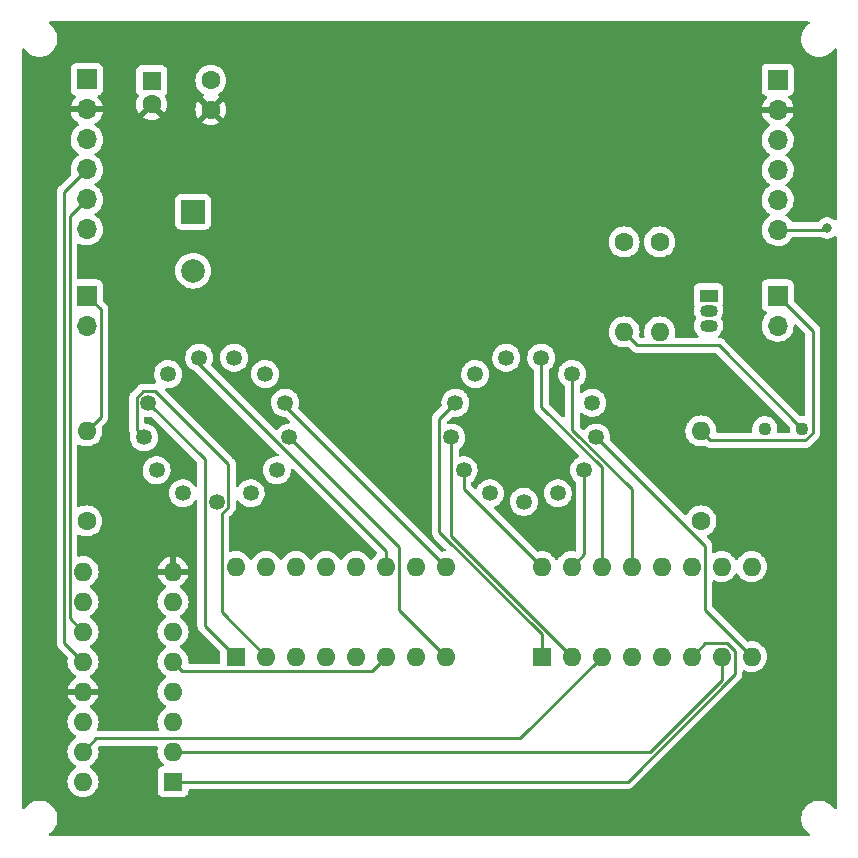
<source format=gbr>
%TF.GenerationSoftware,KiCad,Pcbnew,(6.0.9)*%
%TF.CreationDate,2022-12-23T11:45:30+05:30*%
%TF.ProjectId,IN-14 Panel,494e2d31-3420-4506-916e-656c2e6b6963,1.0*%
%TF.SameCoordinates,Original*%
%TF.FileFunction,Copper,L2,Bot*%
%TF.FilePolarity,Positive*%
%FSLAX46Y46*%
G04 Gerber Fmt 4.6, Leading zero omitted, Abs format (unit mm)*
G04 Created by KiCad (PCBNEW (6.0.9)) date 2022-12-23 11:45:30*
%MOMM*%
%LPD*%
G01*
G04 APERTURE LIST*
%TA.AperFunction,ComponentPad*%
%ADD10C,1.600000*%
%TD*%
%TA.AperFunction,ComponentPad*%
%ADD11O,1.600000X1.600000*%
%TD*%
%TA.AperFunction,ComponentPad*%
%ADD12R,1.700000X1.700000*%
%TD*%
%TA.AperFunction,ComponentPad*%
%ADD13O,1.700000X1.700000*%
%TD*%
%TA.AperFunction,ComponentPad*%
%ADD14R,1.600000X1.600000*%
%TD*%
%TA.AperFunction,ComponentPad*%
%ADD15R,1.500000X1.050000*%
%TD*%
%TA.AperFunction,ComponentPad*%
%ADD16O,1.500000X1.050000*%
%TD*%
%TA.AperFunction,ComponentPad*%
%ADD17R,2.000000X2.000000*%
%TD*%
%TA.AperFunction,ComponentPad*%
%ADD18C,2.000000*%
%TD*%
%TA.AperFunction,ComponentPad*%
%ADD19C,1.107440*%
%TD*%
%TA.AperFunction,ComponentPad*%
%ADD20C,1.346200*%
%TD*%
%TA.AperFunction,ViaPad*%
%ADD21C,0.800000*%
%TD*%
%TA.AperFunction,Conductor*%
%ADD22C,0.250000*%
%TD*%
G04 APERTURE END LIST*
D10*
%TO.P,R4,1*%
%TO.N,Net-(N2-PadA)*%
X163000000Y-112810000D03*
D11*
%TO.P,R4,2*%
%TO.N,+180V*%
X163000000Y-105190000D03*
%TD*%
D12*
%TO.P,J2,1,Pin_1*%
%TO.N,+180V*%
X111000000Y-93725000D03*
D13*
%TO.P,J2,2,Pin_2*%
%TO.N,GND1*%
X111000000Y-96265000D03*
%TD*%
D14*
%TO.P,U1,1,QB*%
%TO.N,/QB*%
X118300000Y-134875000D03*
D11*
%TO.P,U1,2,QC*%
%TO.N,/QC*%
X118300000Y-132335000D03*
%TO.P,U1,3,QD*%
%TO.N,/QD*%
X118300000Y-129795000D03*
%TO.P,U1,4,QE*%
%TO.N,/QE*%
X118300000Y-127255000D03*
%TO.P,U1,5,QF*%
%TO.N,/QF*%
X118300000Y-124715000D03*
%TO.P,U1,6,QG*%
%TO.N,/QG*%
X118300000Y-122175000D03*
%TO.P,U1,7,QH*%
%TO.N,/QH*%
X118300000Y-119635000D03*
%TO.P,U1,8,GND*%
%TO.N,GND*%
X118300000Y-117095000D03*
%TO.P,U1,9,QH'*%
%TO.N,/SEROUT*%
X110680000Y-117095000D03*
%TO.P,U1,10,~{SRCLR}*%
%TO.N,VCC*%
X110680000Y-119635000D03*
%TO.P,U1,11,SRCLK*%
%TO.N,/SRCLK*%
X110680000Y-122175000D03*
%TO.P,U1,12,RCLK*%
%TO.N,/RCLK*%
X110680000Y-124715000D03*
%TO.P,U1,13,~{OE}*%
%TO.N,GND*%
X110680000Y-127255000D03*
%TO.P,U1,14,SER*%
%TO.N,/SERIN*%
X110680000Y-129795000D03*
%TO.P,U1,15,QA*%
%TO.N,/QA*%
X110680000Y-132335000D03*
%TO.P,U1,16,VCC*%
%TO.N,VCC*%
X110680000Y-134875000D03*
%TD*%
D15*
%TO.P,Q1,1,E*%
%TO.N,GND1*%
X163640000Y-93730000D03*
D16*
%TO.P,Q1,2,B*%
%TO.N,Net-(Q1-Pad2)*%
X163640000Y-95000000D03*
%TO.P,Q1,3,C*%
%TO.N,Net-(N3-PadK)*%
X163640000Y-96270000D03*
%TD*%
D17*
%TO.P,C1,1*%
%TO.N,+180V*%
X120000000Y-86632323D03*
D18*
%TO.P,C1,2*%
%TO.N,GND1*%
X120000000Y-91632323D03*
%TD*%
D12*
%TO.P,J3,1,Pin_1*%
%TO.N,VCC*%
X169500000Y-75460000D03*
D13*
%TO.P,J3,2,Pin_2*%
%TO.N,GND*%
X169500000Y-78000000D03*
%TO.P,J3,3,Pin_3*%
%TO.N,/NBLB{slash}INS1{slash}IN3*%
X169500000Y-80540000D03*
%TO.P,J3,4,Pin_4*%
%TO.N,/RCLK*%
X169500000Y-83080000D03*
%TO.P,J3,5,Pin_5*%
%TO.N,/SRCLK*%
X169500000Y-85620000D03*
%TO.P,J3,6,Pin_6*%
%TO.N,/SEROUT*%
X169500000Y-88160000D03*
%TD*%
D10*
%TO.P,C2,1*%
%TO.N,GND*%
X121500000Y-78000000D03*
%TO.P,C2,2*%
%TO.N,VCC*%
X121500000Y-75500000D03*
%TD*%
%TO.P,R1,1*%
%TO.N,/NBLB{slash}INS1{slash}IN3*%
X159500000Y-89190000D03*
D11*
%TO.P,R1,2*%
%TO.N,Net-(Q1-Pad2)*%
X159500000Y-96810000D03*
%TD*%
D10*
%TO.P,R2,1*%
%TO.N,+180V*%
X156500000Y-89190000D03*
D11*
%TO.P,R2,2*%
%TO.N,Net-(N3-PadA)*%
X156500000Y-96810000D03*
%TD*%
D12*
%TO.P,J4,1,Pin_1*%
%TO.N,VCC*%
X111000000Y-75420000D03*
D13*
%TO.P,J4,2,Pin_2*%
%TO.N,GND*%
X111000000Y-77960000D03*
%TO.P,J4,3,Pin_3*%
%TO.N,/NBLB{slash}INS1{slash}IN3*%
X111000000Y-80500000D03*
%TO.P,J4,4,Pin_4*%
%TO.N,/RCLK*%
X111000000Y-83040000D03*
%TO.P,J4,5,Pin_5*%
%TO.N,/SRCLK*%
X111000000Y-85580000D03*
%TO.P,J4,6,Pin_6*%
%TO.N,/SERIN*%
X111000000Y-88120000D03*
%TD*%
D12*
%TO.P,J1,1,Pin_1*%
%TO.N,+180V*%
X169500000Y-93725000D03*
D13*
%TO.P,J1,2,Pin_2*%
%TO.N,GND1*%
X169500000Y-96265000D03*
%TD*%
D10*
%TO.P,R3,1*%
%TO.N,Net-(N1-PadA)*%
X111000000Y-112810000D03*
D11*
%TO.P,R3,2*%
%TO.N,+180V*%
X111000000Y-105190000D03*
%TD*%
D14*
%TO.P,C3,1*%
%TO.N,VCC*%
X116500000Y-75544888D03*
D10*
%TO.P,C3,2*%
%TO.N,GND*%
X116500000Y-77544888D03*
%TD*%
D14*
%TO.P,M2,1,8*%
%TO.N,Net-(M2-Pad1)*%
X149500000Y-124300000D03*
D11*
%TO.P,M2,2,9*%
%TO.N,Net-(M2-Pad2)*%
X152040000Y-124300000D03*
%TO.P,M2,3,A*%
%TO.N,/QA*%
X154580000Y-124300000D03*
%TO.P,M2,4,D*%
%TO.N,/QD*%
X157120000Y-124300000D03*
%TO.P,M2,5,VCC*%
%TO.N,VCC*%
X159660000Y-124300000D03*
%TO.P,M2,6,B*%
%TO.N,/QB*%
X162200000Y-124300000D03*
%TO.P,M2,7,C*%
%TO.N,/QC*%
X164740000Y-124300000D03*
%TO.P,M2,8,2*%
%TO.N,Net-(M2-Pad8)*%
X167280000Y-124300000D03*
%TO.P,M2,9,3*%
%TO.N,Net-(M2-Pad9)*%
X167280000Y-116680000D03*
%TO.P,M2,10,7*%
%TO.N,Net-(M2-Pad10)*%
X164740000Y-116680000D03*
%TO.P,M2,11,6*%
%TO.N,Net-(M2-Pad11)*%
X162200000Y-116680000D03*
%TO.P,M2,12,GND*%
%TO.N,GND1*%
X159660000Y-116680000D03*
%TO.P,M2,13,4*%
%TO.N,Net-(M2-Pad13)*%
X157120000Y-116680000D03*
%TO.P,M2,14,5*%
%TO.N,Net-(M2-Pad14)*%
X154580000Y-116680000D03*
%TO.P,M2,15,1*%
%TO.N,Net-(M2-Pad15)*%
X152040000Y-116680000D03*
%TO.P,M2,16,0*%
%TO.N,Net-(M2-Pad16)*%
X149500000Y-116680000D03*
%TD*%
D14*
%TO.P,M1,1,8*%
%TO.N,Net-(M1-Pad1)*%
X123625000Y-124300000D03*
D11*
%TO.P,M1,2,9*%
%TO.N,Net-(M1-Pad2)*%
X126165000Y-124300000D03*
%TO.P,M1,3,A*%
%TO.N,/QE*%
X128705000Y-124300000D03*
%TO.P,M1,4,D*%
%TO.N,/QH*%
X131245000Y-124300000D03*
%TO.P,M1,5,VCC*%
%TO.N,VCC*%
X133785000Y-124300000D03*
%TO.P,M1,6,B*%
%TO.N,/QF*%
X136325000Y-124300000D03*
%TO.P,M1,7,C*%
%TO.N,/QG*%
X138865000Y-124300000D03*
%TO.P,M1,8,2*%
%TO.N,Net-(M1-Pad8)*%
X141405000Y-124300000D03*
%TO.P,M1,9,3*%
%TO.N,Net-(M1-Pad9)*%
X141405000Y-116680000D03*
%TO.P,M1,10,7*%
%TO.N,Net-(M1-Pad10)*%
X138865000Y-116680000D03*
%TO.P,M1,11,6*%
%TO.N,Net-(M1-Pad11)*%
X136325000Y-116680000D03*
%TO.P,M1,12,GND*%
%TO.N,GND1*%
X133785000Y-116680000D03*
%TO.P,M1,13,4*%
%TO.N,Net-(M1-Pad13)*%
X131245000Y-116680000D03*
%TO.P,M1,14,5*%
%TO.N,Net-(M1-Pad14)*%
X128705000Y-116680000D03*
%TO.P,M1,15,1*%
%TO.N,Net-(M1-Pad15)*%
X126165000Y-116680000D03*
%TO.P,M1,16,0*%
%TO.N,Net-(M1-Pad16)*%
X123625000Y-116680000D03*
%TD*%
D19*
%TO.P,N3,A,A*%
%TO.N,Net-(N3-PadA)*%
X171587500Y-105000000D03*
%TO.P,N3,K,K*%
%TO.N,Net-(N3-PadK)*%
X168412500Y-105000000D03*
%TD*%
D20*
%TO.P,N1,0,0*%
%TO.N,Net-(M1-Pad16)*%
X116907300Y-108515360D03*
%TO.P,N1,1,1*%
%TO.N,Net-(M1-Pad15)*%
X127092700Y-108515360D03*
%TO.P,N1,2,2*%
%TO.N,Net-(M1-Pad8)*%
X128144260Y-105744220D03*
%TO.P,N1,3,3*%
%TO.N,Net-(M1-Pad9)*%
X127786120Y-102805440D03*
%TO.P,N1,4,4*%
%TO.N,Net-(M1-Pad13)*%
X126104640Y-100367040D03*
%TO.P,N1,5,5*%
%TO.N,Net-(M1-Pad14)*%
X123480820Y-98990360D03*
%TO.P,N1,6,6*%
%TO.N,Net-(M1-Pad11)*%
X120519180Y-98990360D03*
%TO.P,N1,7,7*%
%TO.N,Net-(M1-Pad10)*%
X117895360Y-100367040D03*
%TO.P,N1,8,8*%
%TO.N,Net-(M1-Pad1)*%
X116213880Y-102805440D03*
%TO.P,N1,9,9*%
%TO.N,Net-(M1-Pad2)*%
X115855740Y-105744220D03*
%TO.P,N1,A,A*%
%TO.N,Net-(N1-PadA)*%
X122000000Y-111187440D03*
%TO.P,N1,LHDP,LHDP*%
%TO.N,unconnected-(N1-PadLHDP)*%
X119124720Y-110478780D03*
%TO.P,N1,RHDP,RHDP*%
%TO.N,unconnected-(N1-PadRHDP)*%
X124875280Y-110478780D03*
%TD*%
%TO.P,N2,0,0*%
%TO.N,Net-(M2-Pad16)*%
X142907300Y-108515360D03*
%TO.P,N2,1,1*%
%TO.N,Net-(M2-Pad15)*%
X153092700Y-108515360D03*
%TO.P,N2,2,2*%
%TO.N,Net-(M2-Pad8)*%
X154144260Y-105744220D03*
%TO.P,N2,3,3*%
%TO.N,Net-(M2-Pad9)*%
X153786120Y-102805440D03*
%TO.P,N2,4,4*%
%TO.N,Net-(M2-Pad13)*%
X152104640Y-100367040D03*
%TO.P,N2,5,5*%
%TO.N,Net-(M2-Pad14)*%
X149480820Y-98990360D03*
%TO.P,N2,6,6*%
%TO.N,Net-(M2-Pad11)*%
X146519180Y-98990360D03*
%TO.P,N2,7,7*%
%TO.N,Net-(M2-Pad10)*%
X143895360Y-100367040D03*
%TO.P,N2,8,8*%
%TO.N,Net-(M2-Pad1)*%
X142213880Y-102805440D03*
%TO.P,N2,9,9*%
%TO.N,Net-(M2-Pad2)*%
X141855740Y-105744220D03*
%TO.P,N2,A,A*%
%TO.N,Net-(N2-PadA)*%
X148000000Y-111187440D03*
%TO.P,N2,LHDP,LHDP*%
%TO.N,unconnected-(N2-PadLHDP)*%
X145124720Y-110478780D03*
%TO.P,N2,RHDP,RHDP*%
%TO.N,unconnected-(N2-PadRHDP)*%
X150875280Y-110478780D03*
%TD*%
D21*
%TO.N,/SEROUT*%
X173674500Y-88000000D03*
%TD*%
D22*
%TO.N,+180V*%
X171840199Y-105989999D02*
X172466220Y-105363978D01*
X163799999Y-105989999D02*
X171840199Y-105989999D01*
X172466220Y-105363978D02*
X172466220Y-96691220D01*
X172466220Y-96691220D02*
X169500000Y-93725000D01*
X169275000Y-93725000D02*
X169500000Y-93725000D01*
X112175000Y-94900000D02*
X111000000Y-93725000D01*
X111000000Y-105190000D02*
X112175000Y-104015000D01*
X112175000Y-104015000D02*
X112175000Y-94900000D01*
X163000000Y-105190000D02*
X163799999Y-105989999D01*
%TO.N,/RCLK*%
X109105000Y-123140000D02*
X110680000Y-124715000D01*
X111000000Y-83040000D02*
X109105000Y-84935000D01*
X109105000Y-84935000D02*
X109105000Y-123140000D01*
%TO.N,/SRCLK*%
X109555000Y-121050000D02*
X110680000Y-122175000D01*
X109555000Y-87025000D02*
X109555000Y-121050000D01*
X111000000Y-85580000D02*
X109555000Y-87025000D01*
%TO.N,/SEROUT*%
X173514500Y-88160000D02*
X169500000Y-88160000D01*
X173674500Y-88000000D02*
X173514500Y-88160000D01*
%TO.N,Net-(M1-Pad1)*%
X116213880Y-102805440D02*
X121000000Y-107591560D01*
X121000000Y-121675000D02*
X123625000Y-124300000D01*
X121000000Y-107591560D02*
X121000000Y-121675000D01*
%TO.N,Net-(M1-Pad2)*%
X115215780Y-102392013D02*
X115215780Y-105104260D01*
X126165000Y-124300000D02*
X122413427Y-120548427D01*
X122413427Y-120548427D02*
X122413427Y-112185540D01*
X122413427Y-112185540D02*
X122998100Y-111600867D01*
X122998100Y-107998100D02*
X116807340Y-101807340D01*
X122998100Y-111600867D02*
X122998100Y-107998100D01*
X115215780Y-105104260D02*
X115855740Y-105744220D01*
X116807340Y-101807340D02*
X115800453Y-101807340D01*
X115800453Y-101807340D02*
X115215780Y-102392013D01*
%TO.N,/QF*%
X135110001Y-125514999D02*
X136325000Y-124300000D01*
X118300000Y-124715000D02*
X119099999Y-125514999D01*
X119099999Y-125514999D02*
X135110001Y-125514999D01*
%TO.N,Net-(M1-Pad8)*%
X141405000Y-124300000D02*
X137450000Y-120345000D01*
X137450000Y-115049960D02*
X128144260Y-105744220D01*
X137450000Y-120345000D02*
X137450000Y-115049960D01*
%TO.N,Net-(M1-Pad9)*%
X141405000Y-116680000D02*
X127786120Y-103061120D01*
X127786120Y-103061120D02*
X127786120Y-102805440D01*
%TO.N,Net-(M1-Pad11)*%
X136325000Y-115336487D02*
X120519180Y-99530667D01*
X120519180Y-99530667D02*
X120519180Y-98990360D01*
X136325000Y-116680000D02*
X136325000Y-115336487D01*
%TO.N,Net-(M2-Pad1)*%
X149500000Y-122396396D02*
X140857640Y-113754036D01*
X149500000Y-124300000D02*
X149500000Y-122396396D01*
X140857640Y-113754036D02*
X140857640Y-104161680D01*
X140857640Y-104161680D02*
X142213880Y-102805440D01*
%TO.N,Net-(M2-Pad2)*%
X152040000Y-124300000D02*
X141855740Y-114115740D01*
X141855740Y-114115740D02*
X141855740Y-105744220D01*
%TO.N,/QA*%
X147670000Y-131210000D02*
X154580000Y-124300000D01*
X111805000Y-131210000D02*
X147670000Y-131210000D01*
X110680000Y-132335000D02*
X111805000Y-131210000D01*
%TO.N,/QB*%
X163325000Y-123175000D02*
X162200000Y-124300000D01*
X165865000Y-123834009D02*
X165205991Y-123175000D01*
X118300000Y-134875000D02*
X156786701Y-134875000D01*
X156786701Y-134875000D02*
X165865000Y-125796701D01*
X165205991Y-123175000D02*
X163325000Y-123175000D01*
X165865000Y-125796701D02*
X165865000Y-123834009D01*
%TO.N,/QC*%
X118300000Y-132335000D02*
X158690305Y-132335000D01*
X164740000Y-126285305D02*
X164740000Y-124300000D01*
X158690305Y-132335000D02*
X164740000Y-126285305D01*
%TO.N,Net-(M2-Pad8)*%
X163325000Y-120345000D02*
X167280000Y-124300000D01*
X154144260Y-105744220D02*
X163325000Y-114924960D01*
X163325000Y-114924960D02*
X163325000Y-120345000D01*
%TO.N,Net-(M2-Pad13)*%
X152104640Y-100367040D02*
X152104640Y-105116127D01*
X152104640Y-105116127D02*
X157120000Y-110131487D01*
X157120000Y-110131487D02*
X157120000Y-116680000D01*
%TO.N,Net-(M2-Pad14)*%
X154580000Y-108227883D02*
X149480820Y-103128703D01*
X154580000Y-116680000D02*
X154580000Y-108227883D01*
X149480820Y-103128703D02*
X149480820Y-98990360D01*
%TO.N,Net-(M2-Pad15)*%
X153092700Y-115627300D02*
X152040000Y-116680000D01*
X153092700Y-108515360D02*
X153092700Y-115627300D01*
%TO.N,Net-(M2-Pad16)*%
X142907300Y-110087300D02*
X142907300Y-108515360D01*
X149500000Y-116680000D02*
X142907300Y-110087300D01*
%TO.N,Net-(N3-PadA)*%
X171587500Y-105000000D02*
X164522500Y-97935000D01*
X164522500Y-97935000D02*
X157625000Y-97935000D01*
X157625000Y-97935000D02*
X156500000Y-96810000D01*
%TD*%
%TA.AperFunction,Conductor*%
%TO.N,GND*%
G36*
X172168175Y-70528502D02*
G01*
X172214668Y-70582158D01*
X172224772Y-70652432D01*
X172195278Y-70717012D01*
X172165890Y-70741933D01*
X172110584Y-70775824D01*
X171930031Y-70930031D01*
X171775824Y-71110584D01*
X171773245Y-71114792D01*
X171773241Y-71114798D01*
X171654346Y-71308817D01*
X171651760Y-71313037D01*
X171560895Y-71532406D01*
X171559740Y-71537218D01*
X171513420Y-71730155D01*
X171505465Y-71763289D01*
X171487308Y-71993995D01*
X171486835Y-72000000D01*
X171505465Y-72236711D01*
X171506619Y-72241518D01*
X171506620Y-72241524D01*
X171536601Y-72366401D01*
X171560895Y-72467594D01*
X171651760Y-72686963D01*
X171654346Y-72691183D01*
X171773241Y-72885202D01*
X171773245Y-72885208D01*
X171775824Y-72889416D01*
X171930031Y-73069969D01*
X172110584Y-73224176D01*
X172114792Y-73226755D01*
X172114798Y-73226759D01*
X172308817Y-73345654D01*
X172313037Y-73348240D01*
X172317607Y-73350133D01*
X172317611Y-73350135D01*
X172527833Y-73437211D01*
X172532406Y-73439105D01*
X172612609Y-73458360D01*
X172758476Y-73493380D01*
X172758482Y-73493381D01*
X172763289Y-73494535D01*
X173000000Y-73513165D01*
X173236711Y-73494535D01*
X173241518Y-73493381D01*
X173241524Y-73493380D01*
X173387391Y-73458360D01*
X173467594Y-73439105D01*
X173472167Y-73437211D01*
X173682389Y-73350135D01*
X173682393Y-73350133D01*
X173686963Y-73348240D01*
X173691183Y-73345654D01*
X173885202Y-73226759D01*
X173885208Y-73226755D01*
X173889416Y-73224176D01*
X174069969Y-73069969D01*
X174224176Y-72889416D01*
X174258067Y-72834111D01*
X174310715Y-72786480D01*
X174380756Y-72774873D01*
X174445954Y-72802976D01*
X174485608Y-72861867D01*
X174491500Y-72899946D01*
X174491500Y-87224318D01*
X174471498Y-87292439D01*
X174417842Y-87338932D01*
X174347568Y-87349036D01*
X174286319Y-87320355D01*
X174285753Y-87321134D01*
X174281711Y-87318197D01*
X174281710Y-87318196D01*
X174131252Y-87208882D01*
X174125224Y-87206198D01*
X174125222Y-87206197D01*
X173962819Y-87133891D01*
X173962818Y-87133891D01*
X173956788Y-87131206D01*
X173863388Y-87111353D01*
X173776444Y-87092872D01*
X173776439Y-87092872D01*
X173769987Y-87091500D01*
X173579013Y-87091500D01*
X173572561Y-87092872D01*
X173572556Y-87092872D01*
X173485612Y-87111353D01*
X173392212Y-87131206D01*
X173386182Y-87133891D01*
X173386181Y-87133891D01*
X173223778Y-87206197D01*
X173223776Y-87206198D01*
X173217748Y-87208882D01*
X173063247Y-87321134D01*
X172935460Y-87463056D01*
X172932156Y-87468778D01*
X172928275Y-87474120D01*
X172925893Y-87472389D01*
X172883776Y-87512516D01*
X172826084Y-87526500D01*
X170776805Y-87526500D01*
X170708684Y-87506498D01*
X170671013Y-87468940D01*
X170582822Y-87332617D01*
X170582820Y-87332614D01*
X170580014Y-87328277D01*
X170429670Y-87163051D01*
X170425619Y-87159852D01*
X170425615Y-87159848D01*
X170258414Y-87027800D01*
X170258410Y-87027798D01*
X170254359Y-87024598D01*
X170213053Y-87001796D01*
X170163084Y-86951364D01*
X170148312Y-86881921D01*
X170173428Y-86815516D01*
X170200780Y-86788909D01*
X170256858Y-86748909D01*
X170379860Y-86661173D01*
X170538096Y-86503489D01*
X170564218Y-86467137D01*
X170665435Y-86326277D01*
X170668453Y-86322077D01*
X170686147Y-86286277D01*
X170765136Y-86126453D01*
X170765137Y-86126451D01*
X170767430Y-86121811D01*
X170832370Y-85908069D01*
X170861529Y-85686590D01*
X170862425Y-85649908D01*
X170863074Y-85623365D01*
X170863074Y-85623361D01*
X170863156Y-85620000D01*
X170844852Y-85397361D01*
X170790431Y-85180702D01*
X170701354Y-84975840D01*
X170618191Y-84847289D01*
X170582822Y-84792617D01*
X170582820Y-84792614D01*
X170580014Y-84788277D01*
X170429670Y-84623051D01*
X170425619Y-84619852D01*
X170425615Y-84619848D01*
X170258414Y-84487800D01*
X170258410Y-84487798D01*
X170254359Y-84484598D01*
X170213053Y-84461796D01*
X170163084Y-84411364D01*
X170148312Y-84341921D01*
X170173428Y-84275516D01*
X170200780Y-84248909D01*
X170256858Y-84208909D01*
X170379860Y-84121173D01*
X170538096Y-83963489D01*
X170564218Y-83927137D01*
X170665435Y-83786277D01*
X170668453Y-83782077D01*
X170686147Y-83746277D01*
X170765136Y-83586453D01*
X170765137Y-83586451D01*
X170767430Y-83581811D01*
X170832370Y-83368069D01*
X170861529Y-83146590D01*
X170862425Y-83109908D01*
X170863074Y-83083365D01*
X170863074Y-83083361D01*
X170863156Y-83080000D01*
X170844852Y-82857361D01*
X170790431Y-82640702D01*
X170701354Y-82435840D01*
X170580014Y-82248277D01*
X170429670Y-82083051D01*
X170425619Y-82079852D01*
X170425615Y-82079848D01*
X170258414Y-81947800D01*
X170258410Y-81947798D01*
X170254359Y-81944598D01*
X170213053Y-81921796D01*
X170163084Y-81871364D01*
X170148312Y-81801921D01*
X170173428Y-81735516D01*
X170200780Y-81708909D01*
X170256858Y-81668909D01*
X170379860Y-81581173D01*
X170538096Y-81423489D01*
X170564218Y-81387137D01*
X170665435Y-81246277D01*
X170668453Y-81242077D01*
X170686147Y-81206277D01*
X170765136Y-81046453D01*
X170765137Y-81046451D01*
X170767430Y-81041811D01*
X170832370Y-80828069D01*
X170861529Y-80606590D01*
X170862425Y-80569908D01*
X170863074Y-80543365D01*
X170863074Y-80543361D01*
X170863156Y-80540000D01*
X170844852Y-80317361D01*
X170790431Y-80100702D01*
X170701354Y-79895840D01*
X170580014Y-79708277D01*
X170429670Y-79543051D01*
X170425619Y-79539852D01*
X170425615Y-79539848D01*
X170258414Y-79407800D01*
X170258410Y-79407798D01*
X170254359Y-79404598D01*
X170212569Y-79381529D01*
X170162598Y-79331097D01*
X170147826Y-79261654D01*
X170172942Y-79195248D01*
X170200294Y-79168641D01*
X170375328Y-79043792D01*
X170383200Y-79037139D01*
X170534052Y-78886812D01*
X170540730Y-78878965D01*
X170665003Y-78706020D01*
X170670313Y-78697183D01*
X170764670Y-78506267D01*
X170768469Y-78496672D01*
X170830377Y-78292910D01*
X170832555Y-78282837D01*
X170833986Y-78271962D01*
X170831775Y-78257778D01*
X170818617Y-78254000D01*
X168183225Y-78254000D01*
X168169694Y-78257973D01*
X168168257Y-78267966D01*
X168198565Y-78402446D01*
X168201645Y-78412275D01*
X168281770Y-78609603D01*
X168286413Y-78618794D01*
X168397694Y-78800388D01*
X168403777Y-78808699D01*
X168543213Y-78969667D01*
X168550580Y-78976883D01*
X168714434Y-79112916D01*
X168722881Y-79118831D01*
X168791969Y-79159203D01*
X168840693Y-79210842D01*
X168853764Y-79280625D01*
X168827033Y-79346396D01*
X168786584Y-79379752D01*
X168773607Y-79386507D01*
X168769474Y-79389610D01*
X168769471Y-79389612D01*
X168613298Y-79506870D01*
X168594965Y-79520635D01*
X168591393Y-79524373D01*
X168474771Y-79646411D01*
X168440629Y-79682138D01*
X168314743Y-79866680D01*
X168299003Y-79900590D01*
X168241435Y-80024610D01*
X168220688Y-80069305D01*
X168160989Y-80284570D01*
X168137251Y-80506695D01*
X168137548Y-80511848D01*
X168137548Y-80511851D01*
X168143011Y-80606590D01*
X168150110Y-80729715D01*
X168151247Y-80734761D01*
X168151248Y-80734767D01*
X168163261Y-80788069D01*
X168199222Y-80947639D01*
X168283266Y-81154616D01*
X168399987Y-81345088D01*
X168546250Y-81513938D01*
X168718126Y-81656632D01*
X168722993Y-81659476D01*
X168791445Y-81699476D01*
X168840169Y-81751114D01*
X168853240Y-81820897D01*
X168826509Y-81886669D01*
X168786055Y-81920027D01*
X168773607Y-81926507D01*
X168769474Y-81929610D01*
X168769471Y-81929612D01*
X168613298Y-82046870D01*
X168594965Y-82060635D01*
X168591393Y-82064373D01*
X168474771Y-82186411D01*
X168440629Y-82222138D01*
X168314743Y-82406680D01*
X168299003Y-82440590D01*
X168241435Y-82564610D01*
X168220688Y-82609305D01*
X168160989Y-82824570D01*
X168137251Y-83046695D01*
X168137548Y-83051848D01*
X168137548Y-83051851D01*
X168143011Y-83146590D01*
X168150110Y-83269715D01*
X168151247Y-83274761D01*
X168151248Y-83274767D01*
X168163261Y-83328069D01*
X168199222Y-83487639D01*
X168283266Y-83694616D01*
X168399987Y-83885088D01*
X168546250Y-84053938D01*
X168718126Y-84196632D01*
X168739136Y-84208909D01*
X168791445Y-84239476D01*
X168840169Y-84291114D01*
X168853240Y-84360897D01*
X168826509Y-84426669D01*
X168786055Y-84460027D01*
X168773607Y-84466507D01*
X168769474Y-84469610D01*
X168769471Y-84469612D01*
X168599100Y-84597530D01*
X168594965Y-84600635D01*
X168542067Y-84655989D01*
X168445678Y-84756855D01*
X168440629Y-84762138D01*
X168437715Y-84766410D01*
X168437714Y-84766411D01*
X168363487Y-84875224D01*
X168314743Y-84946680D01*
X168299003Y-84980590D01*
X168229381Y-85130578D01*
X168220688Y-85149305D01*
X168160989Y-85364570D01*
X168137251Y-85586695D01*
X168137548Y-85591848D01*
X168137548Y-85591851D01*
X168143011Y-85686590D01*
X168150110Y-85809715D01*
X168151247Y-85814761D01*
X168151248Y-85814767D01*
X168163261Y-85868069D01*
X168199222Y-86027639D01*
X168283266Y-86234616D01*
X168399987Y-86425088D01*
X168546250Y-86593938D01*
X168718126Y-86736632D01*
X168739136Y-86748909D01*
X168791445Y-86779476D01*
X168840169Y-86831114D01*
X168853240Y-86900897D01*
X168826509Y-86966669D01*
X168786055Y-87000027D01*
X168773607Y-87006507D01*
X168769474Y-87009610D01*
X168769471Y-87009612D01*
X168607523Y-87131206D01*
X168594965Y-87140635D01*
X168591393Y-87144373D01*
X168449898Y-87292439D01*
X168440629Y-87302138D01*
X168437715Y-87306410D01*
X168437714Y-87306411D01*
X168429841Y-87317952D01*
X168314743Y-87486680D01*
X168220688Y-87689305D01*
X168160989Y-87904570D01*
X168137251Y-88126695D01*
X168137548Y-88131848D01*
X168137548Y-88131851D01*
X168140704Y-88186590D01*
X168150110Y-88349715D01*
X168151247Y-88354761D01*
X168151248Y-88354767D01*
X168163261Y-88408069D01*
X168199222Y-88567639D01*
X168221219Y-88621811D01*
X168271674Y-88746067D01*
X168283266Y-88774616D01*
X168399987Y-88965088D01*
X168546250Y-89133938D01*
X168718126Y-89276632D01*
X168911000Y-89389338D01*
X169119692Y-89469030D01*
X169124760Y-89470061D01*
X169124763Y-89470062D01*
X169181298Y-89481564D01*
X169338597Y-89513567D01*
X169343772Y-89513757D01*
X169343774Y-89513757D01*
X169556673Y-89521564D01*
X169556677Y-89521564D01*
X169561837Y-89521753D01*
X169566957Y-89521097D01*
X169566959Y-89521097D01*
X169778288Y-89494025D01*
X169778289Y-89494025D01*
X169783416Y-89493368D01*
X169788366Y-89491883D01*
X169992429Y-89430661D01*
X169992434Y-89430659D01*
X169997384Y-89429174D01*
X170197994Y-89330896D01*
X170379860Y-89201173D01*
X170538096Y-89043489D01*
X170564218Y-89007137D01*
X170665435Y-88866277D01*
X170668453Y-88862077D01*
X170670746Y-88857437D01*
X170672446Y-88854608D01*
X170724674Y-88806518D01*
X170780451Y-88793500D01*
X173196315Y-88793500D01*
X173247564Y-88804393D01*
X173360350Y-88854608D01*
X173392212Y-88868794D01*
X173485612Y-88888647D01*
X173572556Y-88907128D01*
X173572561Y-88907128D01*
X173579013Y-88908500D01*
X173769987Y-88908500D01*
X173776439Y-88907128D01*
X173776444Y-88907128D01*
X173863388Y-88888647D01*
X173956788Y-88868794D01*
X173971875Y-88862077D01*
X174125222Y-88793803D01*
X174125224Y-88793802D01*
X174131252Y-88791118D01*
X174147904Y-88779020D01*
X174249023Y-88705552D01*
X174285753Y-88678866D01*
X174286287Y-88679600D01*
X174345193Y-88651329D01*
X174415647Y-88660091D01*
X174470180Y-88705552D01*
X174491500Y-88775682D01*
X174491500Y-137100054D01*
X174471498Y-137168175D01*
X174417842Y-137214668D01*
X174347568Y-137224772D01*
X174282988Y-137195278D01*
X174258067Y-137165889D01*
X174226758Y-137114798D01*
X174224176Y-137110584D01*
X174069969Y-136930031D01*
X173889416Y-136775824D01*
X173885208Y-136773245D01*
X173885202Y-136773241D01*
X173691183Y-136654346D01*
X173686963Y-136651760D01*
X173682393Y-136649867D01*
X173682389Y-136649865D01*
X173472167Y-136562789D01*
X173472165Y-136562788D01*
X173467594Y-136560895D01*
X173387391Y-136541640D01*
X173241524Y-136506620D01*
X173241518Y-136506619D01*
X173236711Y-136505465D01*
X173000000Y-136486835D01*
X172763289Y-136505465D01*
X172758482Y-136506619D01*
X172758476Y-136506620D01*
X172612609Y-136541640D01*
X172532406Y-136560895D01*
X172527835Y-136562788D01*
X172527833Y-136562789D01*
X172317611Y-136649865D01*
X172317607Y-136649867D01*
X172313037Y-136651760D01*
X172308817Y-136654346D01*
X172114798Y-136773241D01*
X172114792Y-136773245D01*
X172110584Y-136775824D01*
X171930031Y-136930031D01*
X171775824Y-137110584D01*
X171773245Y-137114792D01*
X171773241Y-137114798D01*
X171654346Y-137308817D01*
X171651760Y-137313037D01*
X171560895Y-137532406D01*
X171559740Y-137537218D01*
X171513420Y-137730155D01*
X171505465Y-137763289D01*
X171487308Y-137993995D01*
X171486835Y-138000000D01*
X171505465Y-138236711D01*
X171506619Y-138241518D01*
X171506620Y-138241524D01*
X171536601Y-138366401D01*
X171560895Y-138467594D01*
X171651760Y-138686963D01*
X171654346Y-138691183D01*
X171773241Y-138885202D01*
X171773245Y-138885208D01*
X171775824Y-138889416D01*
X171930031Y-139069969D01*
X172110584Y-139224176D01*
X172165889Y-139258067D01*
X172213520Y-139310715D01*
X172225127Y-139380756D01*
X172197024Y-139445954D01*
X172138133Y-139485608D01*
X172100054Y-139491500D01*
X107899946Y-139491500D01*
X107831825Y-139471498D01*
X107785332Y-139417842D01*
X107775228Y-139347568D01*
X107804722Y-139282988D01*
X107834111Y-139258067D01*
X107889416Y-139224176D01*
X108069969Y-139069969D01*
X108224176Y-138889416D01*
X108226755Y-138885208D01*
X108226759Y-138885202D01*
X108345654Y-138691183D01*
X108348240Y-138686963D01*
X108439105Y-138467594D01*
X108463399Y-138366401D01*
X108493380Y-138241524D01*
X108493381Y-138241518D01*
X108494535Y-138236711D01*
X108513165Y-138000000D01*
X108494535Y-137763289D01*
X108486581Y-137730155D01*
X108440260Y-137537218D01*
X108439105Y-137532406D01*
X108348240Y-137313037D01*
X108345654Y-137308817D01*
X108226759Y-137114798D01*
X108226755Y-137114792D01*
X108224176Y-137110584D01*
X108069969Y-136930031D01*
X107889416Y-136775824D01*
X107885208Y-136773245D01*
X107885202Y-136773241D01*
X107691183Y-136654346D01*
X107686963Y-136651760D01*
X107682393Y-136649867D01*
X107682389Y-136649865D01*
X107472167Y-136562789D01*
X107472165Y-136562788D01*
X107467594Y-136560895D01*
X107387391Y-136541640D01*
X107241524Y-136506620D01*
X107241518Y-136506619D01*
X107236711Y-136505465D01*
X107000000Y-136486835D01*
X106763289Y-136505465D01*
X106758482Y-136506619D01*
X106758476Y-136506620D01*
X106612609Y-136541640D01*
X106532406Y-136560895D01*
X106527835Y-136562788D01*
X106527833Y-136562789D01*
X106317611Y-136649865D01*
X106317607Y-136649867D01*
X106313037Y-136651760D01*
X106308817Y-136654346D01*
X106114798Y-136773241D01*
X106114792Y-136773245D01*
X106110584Y-136775824D01*
X105930031Y-136930031D01*
X105775824Y-137110584D01*
X105773242Y-137114798D01*
X105741933Y-137165889D01*
X105689285Y-137213520D01*
X105619244Y-137225127D01*
X105554046Y-137197024D01*
X105514392Y-137138133D01*
X105508500Y-137100054D01*
X105508500Y-134875000D01*
X109366502Y-134875000D01*
X109386457Y-135103087D01*
X109387881Y-135108400D01*
X109387881Y-135108402D01*
X109440934Y-135306395D01*
X109445716Y-135324243D01*
X109448039Y-135329224D01*
X109448039Y-135329225D01*
X109540151Y-135526762D01*
X109540154Y-135526767D01*
X109542477Y-135531749D01*
X109673802Y-135719300D01*
X109835700Y-135881198D01*
X109840208Y-135884355D01*
X109840211Y-135884357D01*
X109881542Y-135913297D01*
X110023251Y-136012523D01*
X110028233Y-136014846D01*
X110028238Y-136014849D01*
X110225775Y-136106961D01*
X110230757Y-136109284D01*
X110236065Y-136110706D01*
X110236067Y-136110707D01*
X110446598Y-136167119D01*
X110446600Y-136167119D01*
X110451913Y-136168543D01*
X110680000Y-136188498D01*
X110908087Y-136168543D01*
X110913400Y-136167119D01*
X110913402Y-136167119D01*
X111123933Y-136110707D01*
X111123935Y-136110706D01*
X111129243Y-136109284D01*
X111134225Y-136106961D01*
X111331762Y-136014849D01*
X111331767Y-136014846D01*
X111336749Y-136012523D01*
X111478458Y-135913297D01*
X111519789Y-135884357D01*
X111519792Y-135884355D01*
X111524300Y-135881198D01*
X111686198Y-135719300D01*
X111817523Y-135531749D01*
X111819846Y-135526767D01*
X111819849Y-135526762D01*
X111911961Y-135329225D01*
X111911961Y-135329224D01*
X111914284Y-135324243D01*
X111919067Y-135306395D01*
X111972119Y-135108402D01*
X111972119Y-135108400D01*
X111973543Y-135103087D01*
X111993498Y-134875000D01*
X111973543Y-134646913D01*
X111914284Y-134425757D01*
X111911961Y-134420775D01*
X111819849Y-134223238D01*
X111819846Y-134223233D01*
X111817523Y-134218251D01*
X111686198Y-134030700D01*
X111524300Y-133868802D01*
X111519792Y-133865645D01*
X111519789Y-133865643D01*
X111441611Y-133810902D01*
X111336749Y-133737477D01*
X111331767Y-133735154D01*
X111331762Y-133735151D01*
X111297543Y-133719195D01*
X111244258Y-133672278D01*
X111224797Y-133604001D01*
X111245339Y-133536041D01*
X111297543Y-133490805D01*
X111331762Y-133474849D01*
X111331767Y-133474846D01*
X111336749Y-133472523D01*
X111505289Y-133354510D01*
X111519789Y-133344357D01*
X111519792Y-133344355D01*
X111524300Y-133341198D01*
X111686198Y-133179300D01*
X111817523Y-132991749D01*
X111819846Y-132986767D01*
X111819849Y-132986762D01*
X111911961Y-132789225D01*
X111911961Y-132789224D01*
X111914284Y-132784243D01*
X111973543Y-132563087D01*
X111993498Y-132335000D01*
X111973543Y-132106913D01*
X111972119Y-132101598D01*
X111972118Y-132101591D01*
X111956541Y-132043459D01*
X111958230Y-131972483D01*
X111989152Y-131921752D01*
X112030499Y-131880405D01*
X112092811Y-131846379D01*
X112119594Y-131843500D01*
X116912832Y-131843500D01*
X116980953Y-131863502D01*
X117027446Y-131917158D01*
X117037550Y-131987432D01*
X117034540Y-132002105D01*
X117006457Y-132106913D01*
X116986502Y-132335000D01*
X117006457Y-132563087D01*
X117065716Y-132784243D01*
X117068039Y-132789224D01*
X117068039Y-132789225D01*
X117160151Y-132986762D01*
X117160154Y-132986767D01*
X117162477Y-132991749D01*
X117293802Y-133179300D01*
X117455700Y-133341198D01*
X117460211Y-133344357D01*
X117464424Y-133347892D01*
X117463473Y-133349026D01*
X117503471Y-133399071D01*
X117510776Y-133469690D01*
X117478742Y-133533049D01*
X117417538Y-133569030D01*
X117400483Y-133572082D01*
X117389684Y-133573255D01*
X117253295Y-133624385D01*
X117136739Y-133711739D01*
X117049385Y-133828295D01*
X116998255Y-133964684D01*
X116991500Y-134026866D01*
X116991500Y-135723134D01*
X116998255Y-135785316D01*
X117049385Y-135921705D01*
X117136739Y-136038261D01*
X117253295Y-136125615D01*
X117389684Y-136176745D01*
X117451866Y-136183500D01*
X119148134Y-136183500D01*
X119210316Y-136176745D01*
X119346705Y-136125615D01*
X119463261Y-136038261D01*
X119550615Y-135921705D01*
X119601745Y-135785316D01*
X119608500Y-135723134D01*
X119608500Y-135634500D01*
X119628502Y-135566379D01*
X119682158Y-135519886D01*
X119734500Y-135508500D01*
X156707934Y-135508500D01*
X156719117Y-135509027D01*
X156726610Y-135510702D01*
X156734536Y-135510453D01*
X156734537Y-135510453D01*
X156794687Y-135508562D01*
X156798646Y-135508500D01*
X156826557Y-135508500D01*
X156830492Y-135508003D01*
X156830557Y-135507995D01*
X156842394Y-135507062D01*
X156874652Y-135506048D01*
X156878671Y-135505922D01*
X156886590Y-135505673D01*
X156906044Y-135500021D01*
X156925401Y-135496013D01*
X156937631Y-135494468D01*
X156937632Y-135494468D01*
X156945498Y-135493474D01*
X156952869Y-135490555D01*
X156952871Y-135490555D01*
X156986613Y-135477196D01*
X156997843Y-135473351D01*
X157032684Y-135463229D01*
X157032685Y-135463229D01*
X157040294Y-135461018D01*
X157047113Y-135456985D01*
X157047118Y-135456983D01*
X157057729Y-135450707D01*
X157075477Y-135442012D01*
X157094318Y-135434552D01*
X157130088Y-135408564D01*
X157140008Y-135402048D01*
X157171236Y-135383580D01*
X157171239Y-135383578D01*
X157178063Y-135379542D01*
X157192384Y-135365221D01*
X157207418Y-135352380D01*
X157217395Y-135345131D01*
X157223808Y-135340472D01*
X157251999Y-135306395D01*
X157259989Y-135297616D01*
X166257247Y-126300358D01*
X166265537Y-126292814D01*
X166272018Y-126288701D01*
X166318659Y-126239033D01*
X166321413Y-126236192D01*
X166341135Y-126216470D01*
X166343612Y-126213277D01*
X166351317Y-126204256D01*
X166376159Y-126177801D01*
X166381586Y-126172022D01*
X166385407Y-126165072D01*
X166391346Y-126154269D01*
X166402202Y-126137742D01*
X166409757Y-126128003D01*
X166409758Y-126128001D01*
X166414614Y-126121741D01*
X166432174Y-126081161D01*
X166437391Y-126070513D01*
X166454875Y-126038710D01*
X166454876Y-126038708D01*
X166458695Y-126031761D01*
X166463733Y-126012138D01*
X166470137Y-125993435D01*
X166475033Y-125982121D01*
X166475033Y-125982120D01*
X166478181Y-125974846D01*
X166479420Y-125967023D01*
X166479423Y-125967013D01*
X166485099Y-125931177D01*
X166487505Y-125919557D01*
X166496528Y-125884412D01*
X166496528Y-125884411D01*
X166498500Y-125876731D01*
X166498500Y-125856477D01*
X166500051Y-125836766D01*
X166501980Y-125824587D01*
X166503220Y-125816758D01*
X166499059Y-125772739D01*
X166498500Y-125760882D01*
X166498500Y-125577131D01*
X166518502Y-125509010D01*
X166572158Y-125462517D01*
X166642432Y-125452413D01*
X166677749Y-125462936D01*
X166830757Y-125534284D01*
X166836065Y-125535706D01*
X166836067Y-125535707D01*
X167046598Y-125592119D01*
X167046600Y-125592119D01*
X167051913Y-125593543D01*
X167280000Y-125613498D01*
X167508087Y-125593543D01*
X167513400Y-125592119D01*
X167513402Y-125592119D01*
X167723933Y-125535707D01*
X167723935Y-125535706D01*
X167729243Y-125534284D01*
X167783444Y-125509010D01*
X167931762Y-125439849D01*
X167931767Y-125439846D01*
X167936749Y-125437523D01*
X168078458Y-125338297D01*
X168119789Y-125309357D01*
X168119792Y-125309355D01*
X168124300Y-125306198D01*
X168286198Y-125144300D01*
X168417523Y-124956749D01*
X168419846Y-124951767D01*
X168419849Y-124951762D01*
X168511961Y-124754225D01*
X168511961Y-124754224D01*
X168514284Y-124749243D01*
X168521993Y-124720475D01*
X168572119Y-124533402D01*
X168572119Y-124533400D01*
X168573543Y-124528087D01*
X168593498Y-124300000D01*
X168573543Y-124071913D01*
X168537712Y-123938192D01*
X168515707Y-123856067D01*
X168515706Y-123856065D01*
X168514284Y-123850757D01*
X168435805Y-123682457D01*
X168419849Y-123648238D01*
X168419846Y-123648233D01*
X168417523Y-123643251D01*
X168326992Y-123513959D01*
X168289357Y-123460211D01*
X168289355Y-123460208D01*
X168286198Y-123455700D01*
X168124300Y-123293802D01*
X168119792Y-123290645D01*
X168119789Y-123290643D01*
X168035995Y-123231970D01*
X167936749Y-123162477D01*
X167931767Y-123160154D01*
X167931762Y-123160151D01*
X167734225Y-123068039D01*
X167734224Y-123068039D01*
X167729243Y-123065716D01*
X167723935Y-123064294D01*
X167723933Y-123064293D01*
X167513402Y-123007881D01*
X167513400Y-123007881D01*
X167508087Y-123006457D01*
X167280000Y-122986502D01*
X167051913Y-123006457D01*
X167046602Y-123007880D01*
X167046591Y-123007882D01*
X166988459Y-123023459D01*
X166917483Y-123021770D01*
X166866752Y-122990848D01*
X163995405Y-120119500D01*
X163961379Y-120057188D01*
X163958500Y-120030405D01*
X163958500Y-117957131D01*
X163978502Y-117889010D01*
X164032158Y-117842517D01*
X164102432Y-117832413D01*
X164137749Y-117842936D01*
X164290757Y-117914284D01*
X164296065Y-117915706D01*
X164296067Y-117915707D01*
X164506598Y-117972119D01*
X164506600Y-117972119D01*
X164511913Y-117973543D01*
X164740000Y-117993498D01*
X164968087Y-117973543D01*
X164973400Y-117972119D01*
X164973402Y-117972119D01*
X165183933Y-117915707D01*
X165183935Y-117915706D01*
X165189243Y-117914284D01*
X165243444Y-117889010D01*
X165391762Y-117819849D01*
X165391767Y-117819846D01*
X165396749Y-117817523D01*
X165521500Y-117730171D01*
X165579789Y-117689357D01*
X165579792Y-117689355D01*
X165584300Y-117686198D01*
X165746198Y-117524300D01*
X165877523Y-117336749D01*
X165879846Y-117331767D01*
X165879849Y-117331762D01*
X165895805Y-117297543D01*
X165942722Y-117244258D01*
X166010999Y-117224797D01*
X166078959Y-117245339D01*
X166124195Y-117297543D01*
X166140151Y-117331762D01*
X166140154Y-117331767D01*
X166142477Y-117336749D01*
X166273802Y-117524300D01*
X166435700Y-117686198D01*
X166440208Y-117689355D01*
X166440211Y-117689357D01*
X166498500Y-117730171D01*
X166623251Y-117817523D01*
X166628233Y-117819846D01*
X166628238Y-117819849D01*
X166776556Y-117889010D01*
X166830757Y-117914284D01*
X166836065Y-117915706D01*
X166836067Y-117915707D01*
X167046598Y-117972119D01*
X167046600Y-117972119D01*
X167051913Y-117973543D01*
X167280000Y-117993498D01*
X167508087Y-117973543D01*
X167513400Y-117972119D01*
X167513402Y-117972119D01*
X167723933Y-117915707D01*
X167723935Y-117915706D01*
X167729243Y-117914284D01*
X167783444Y-117889010D01*
X167931762Y-117819849D01*
X167931767Y-117819846D01*
X167936749Y-117817523D01*
X168061500Y-117730171D01*
X168119789Y-117689357D01*
X168119792Y-117689355D01*
X168124300Y-117686198D01*
X168286198Y-117524300D01*
X168417523Y-117336749D01*
X168419846Y-117331767D01*
X168419849Y-117331762D01*
X168511961Y-117134225D01*
X168511961Y-117134224D01*
X168514284Y-117129243D01*
X168521993Y-117100475D01*
X168572119Y-116913402D01*
X168572119Y-116913400D01*
X168573543Y-116908087D01*
X168593498Y-116680000D01*
X168573543Y-116451913D01*
X168568674Y-116433743D01*
X168515707Y-116236067D01*
X168515706Y-116236065D01*
X168514284Y-116230757D01*
X168460148Y-116114661D01*
X168419849Y-116028238D01*
X168419846Y-116028233D01*
X168417523Y-116023251D01*
X168305341Y-115863039D01*
X168289357Y-115840211D01*
X168289355Y-115840208D01*
X168286198Y-115835700D01*
X168124300Y-115673802D01*
X168119792Y-115670645D01*
X168119789Y-115670643D01*
X168041611Y-115615902D01*
X167936749Y-115542477D01*
X167931767Y-115540154D01*
X167931762Y-115540151D01*
X167734225Y-115448039D01*
X167734224Y-115448039D01*
X167729243Y-115445716D01*
X167723935Y-115444294D01*
X167723933Y-115444293D01*
X167513402Y-115387881D01*
X167513400Y-115387881D01*
X167508087Y-115386457D01*
X167280000Y-115366502D01*
X167051913Y-115386457D01*
X167046600Y-115387881D01*
X167046598Y-115387881D01*
X166836067Y-115444293D01*
X166836065Y-115444294D01*
X166830757Y-115445716D01*
X166825776Y-115448039D01*
X166825775Y-115448039D01*
X166628238Y-115540151D01*
X166628233Y-115540154D01*
X166623251Y-115542477D01*
X166518389Y-115615902D01*
X166440211Y-115670643D01*
X166440208Y-115670645D01*
X166435700Y-115673802D01*
X166273802Y-115835700D01*
X166270645Y-115840208D01*
X166270643Y-115840211D01*
X166254659Y-115863039D01*
X166142477Y-116023251D01*
X166140154Y-116028233D01*
X166140151Y-116028238D01*
X166124195Y-116062457D01*
X166077278Y-116115742D01*
X166009001Y-116135203D01*
X165941041Y-116114661D01*
X165895805Y-116062457D01*
X165879849Y-116028238D01*
X165879846Y-116028233D01*
X165877523Y-116023251D01*
X165765341Y-115863039D01*
X165749357Y-115840211D01*
X165749355Y-115840208D01*
X165746198Y-115835700D01*
X165584300Y-115673802D01*
X165579792Y-115670645D01*
X165579789Y-115670643D01*
X165501611Y-115615902D01*
X165396749Y-115542477D01*
X165391767Y-115540154D01*
X165391762Y-115540151D01*
X165194225Y-115448039D01*
X165194224Y-115448039D01*
X165189243Y-115445716D01*
X165183935Y-115444294D01*
X165183933Y-115444293D01*
X164973402Y-115387881D01*
X164973400Y-115387881D01*
X164968087Y-115386457D01*
X164740000Y-115366502D01*
X164511913Y-115386457D01*
X164506600Y-115387881D01*
X164506598Y-115387881D01*
X164296067Y-115444293D01*
X164296065Y-115444294D01*
X164290757Y-115445716D01*
X164156412Y-115508362D01*
X164137750Y-115517064D01*
X164067558Y-115527725D01*
X164002745Y-115498745D01*
X163963889Y-115439325D01*
X163958500Y-115402869D01*
X163958500Y-115003727D01*
X163959027Y-114992544D01*
X163960702Y-114985051D01*
X163959603Y-114950071D01*
X163958562Y-114916974D01*
X163958500Y-114913015D01*
X163958500Y-114885104D01*
X163957995Y-114881104D01*
X163957062Y-114869261D01*
X163955922Y-114832990D01*
X163955673Y-114825071D01*
X163950021Y-114805617D01*
X163946013Y-114786260D01*
X163944468Y-114774030D01*
X163944468Y-114774029D01*
X163943474Y-114766163D01*
X163940555Y-114758790D01*
X163927196Y-114725048D01*
X163923351Y-114713818D01*
X163913229Y-114678977D01*
X163913229Y-114678976D01*
X163911018Y-114671367D01*
X163906985Y-114664548D01*
X163906983Y-114664543D01*
X163900707Y-114653932D01*
X163892012Y-114636184D01*
X163884552Y-114617343D01*
X163858564Y-114581573D01*
X163852048Y-114571653D01*
X163833580Y-114540425D01*
X163833578Y-114540422D01*
X163829542Y-114533598D01*
X163815221Y-114519277D01*
X163802380Y-114504243D01*
X163795131Y-114494266D01*
X163790472Y-114487853D01*
X163756395Y-114459662D01*
X163747616Y-114451672D01*
X163502138Y-114206194D01*
X163468112Y-114143882D01*
X163473177Y-114073067D01*
X163515724Y-114016231D01*
X163537983Y-114002904D01*
X163618887Y-113965178D01*
X163656749Y-113947523D01*
X163779555Y-113861533D01*
X163839789Y-113819357D01*
X163839792Y-113819355D01*
X163844300Y-113816198D01*
X164006198Y-113654300D01*
X164137523Y-113466749D01*
X164139846Y-113461767D01*
X164139849Y-113461762D01*
X164231961Y-113264225D01*
X164231961Y-113264224D01*
X164234284Y-113259243D01*
X164293543Y-113038087D01*
X164313498Y-112810000D01*
X164293543Y-112581913D01*
X164234284Y-112360757D01*
X164231961Y-112355775D01*
X164139849Y-112158238D01*
X164139846Y-112158233D01*
X164137523Y-112153251D01*
X164048797Y-112026537D01*
X164009357Y-111970211D01*
X164009355Y-111970208D01*
X164006198Y-111965700D01*
X163844300Y-111803802D01*
X163839792Y-111800645D01*
X163839789Y-111800643D01*
X163729941Y-111723727D01*
X163656749Y-111672477D01*
X163651767Y-111670154D01*
X163651762Y-111670151D01*
X163454225Y-111578039D01*
X163454224Y-111578039D01*
X163449243Y-111575716D01*
X163443935Y-111574294D01*
X163443933Y-111574293D01*
X163233402Y-111517881D01*
X163233400Y-111517881D01*
X163228087Y-111516457D01*
X163000000Y-111496502D01*
X162771913Y-111516457D01*
X162766600Y-111517881D01*
X162766598Y-111517881D01*
X162556067Y-111574293D01*
X162556065Y-111574294D01*
X162550757Y-111575716D01*
X162545776Y-111578039D01*
X162545775Y-111578039D01*
X162348238Y-111670151D01*
X162348233Y-111670154D01*
X162343251Y-111672477D01*
X162270059Y-111723727D01*
X162160211Y-111800643D01*
X162160208Y-111800645D01*
X162155700Y-111803802D01*
X161993802Y-111965700D01*
X161990645Y-111970208D01*
X161990643Y-111970211D01*
X161951203Y-112026537D01*
X161862477Y-112153251D01*
X161828046Y-112227089D01*
X161807096Y-112272017D01*
X161760179Y-112325302D01*
X161691902Y-112344763D01*
X161623942Y-112324221D01*
X161603806Y-112307862D01*
X158487884Y-109191939D01*
X155345212Y-106049267D01*
X155311186Y-105986955D01*
X155309611Y-105942092D01*
X155328763Y-105809999D01*
X155329296Y-105806325D01*
X155330922Y-105744220D01*
X155318220Y-105605983D01*
X155311580Y-105533722D01*
X155311579Y-105533719D01*
X155311051Y-105527968D01*
X155289754Y-105452452D01*
X155253672Y-105324517D01*
X155253671Y-105324515D01*
X155252104Y-105318958D01*
X155247535Y-105309691D01*
X155158611Y-105129372D01*
X155156056Y-105124191D01*
X155034878Y-104961913D01*
X155029575Y-104954812D01*
X155029574Y-104954811D01*
X155026122Y-104950188D01*
X154961689Y-104890627D01*
X154870895Y-104806698D01*
X154870893Y-104806696D01*
X154866654Y-104802778D01*
X154827515Y-104778083D01*
X154687873Y-104689975D01*
X154687872Y-104689975D01*
X154682993Y-104686896D01*
X154481290Y-104606425D01*
X154475630Y-104605299D01*
X154475626Y-104605298D01*
X154273968Y-104565186D01*
X154273963Y-104565186D01*
X154268300Y-104564059D01*
X154262525Y-104563983D01*
X154262521Y-104563983D01*
X154153375Y-104562554D01*
X154051156Y-104561216D01*
X154045459Y-104562195D01*
X154045458Y-104562195D01*
X153842819Y-104597015D01*
X153842816Y-104597016D01*
X153837129Y-104597993D01*
X153633389Y-104673156D01*
X153605119Y-104689975D01*
X153451726Y-104781234D01*
X153451723Y-104781236D01*
X153446758Y-104784190D01*
X153442418Y-104787996D01*
X153442414Y-104787999D01*
X153396583Y-104828192D01*
X153283486Y-104927376D01*
X153279911Y-104931911D01*
X153279910Y-104931912D01*
X153163337Y-105079785D01*
X153105456Y-105120898D01*
X153034536Y-105124192D01*
X152975292Y-105090874D01*
X152775045Y-104890627D01*
X152741019Y-104828315D01*
X152738140Y-104801532D01*
X152738140Y-103732892D01*
X152758142Y-103664771D01*
X152811798Y-103618278D01*
X152882072Y-103608174D01*
X152946652Y-103637668D01*
X152952062Y-103642638D01*
X152985756Y-103675461D01*
X153039329Y-103727650D01*
X153044125Y-103730855D01*
X153044128Y-103730857D01*
X153178489Y-103820633D01*
X153219894Y-103848299D01*
X153225197Y-103850577D01*
X153225200Y-103850579D01*
X153414114Y-103931743D01*
X153419421Y-103934023D01*
X153494392Y-103950987D01*
X153625593Y-103980675D01*
X153625598Y-103980676D01*
X153631230Y-103981950D01*
X153637001Y-103982177D01*
X153637003Y-103982177D01*
X153702353Y-103984745D01*
X153848225Y-103990476D01*
X153962821Y-103973860D01*
X154057427Y-103960143D01*
X154057432Y-103960142D01*
X154063141Y-103959314D01*
X154068605Y-103957459D01*
X154068610Y-103957458D01*
X154263307Y-103891368D01*
X154263312Y-103891366D01*
X154268779Y-103889510D01*
X154273822Y-103886686D01*
X154453206Y-103786226D01*
X154453210Y-103786223D01*
X154458253Y-103783399D01*
X154625217Y-103644537D01*
X154764079Y-103477573D01*
X154766903Y-103472530D01*
X154766906Y-103472526D01*
X154867366Y-103293142D01*
X154867367Y-103293140D01*
X154870190Y-103288099D01*
X154872046Y-103282632D01*
X154872048Y-103282627D01*
X154938138Y-103087930D01*
X154938139Y-103087925D01*
X154939994Y-103082461D01*
X154942003Y-103068612D01*
X154970623Y-102871219D01*
X154971156Y-102867545D01*
X154972782Y-102805440D01*
X154952911Y-102589188D01*
X154945937Y-102564458D01*
X154895532Y-102385737D01*
X154895531Y-102385735D01*
X154893964Y-102380178D01*
X154889910Y-102371956D01*
X154800471Y-102190592D01*
X154797916Y-102185411D01*
X154782398Y-102164629D01*
X154671435Y-102016032D01*
X154671434Y-102016031D01*
X154667982Y-102011408D01*
X154634149Y-101980133D01*
X154512755Y-101867918D01*
X154512753Y-101867916D01*
X154508514Y-101863998D01*
X154474369Y-101842454D01*
X154329733Y-101751195D01*
X154329732Y-101751195D01*
X154324853Y-101748116D01*
X154123150Y-101667645D01*
X154117490Y-101666519D01*
X154117486Y-101666518D01*
X153915828Y-101626406D01*
X153915823Y-101626406D01*
X153910160Y-101625279D01*
X153904385Y-101625203D01*
X153904381Y-101625203D01*
X153795235Y-101623774D01*
X153693016Y-101622436D01*
X153687319Y-101623415D01*
X153687318Y-101623415D01*
X153484679Y-101658235D01*
X153484676Y-101658236D01*
X153478989Y-101659213D01*
X153275249Y-101734376D01*
X153185303Y-101787888D01*
X153093586Y-101842454D01*
X153093583Y-101842456D01*
X153088618Y-101845410D01*
X153084278Y-101849216D01*
X153084274Y-101849219D01*
X153039642Y-101888361D01*
X152976845Y-101943433D01*
X152947218Y-101969415D01*
X152882814Y-101999292D01*
X152812481Y-101989606D01*
X152758549Y-101943433D01*
X152738140Y-101874683D01*
X152738140Y-101436219D01*
X152758142Y-101368098D01*
X152783571Y-101339345D01*
X152794851Y-101329964D01*
X152943737Y-101206137D01*
X153082599Y-101039173D01*
X153085423Y-101034130D01*
X153085426Y-101034126D01*
X153185886Y-100854742D01*
X153185887Y-100854740D01*
X153188710Y-100849699D01*
X153190566Y-100844232D01*
X153190568Y-100844227D01*
X153256658Y-100649530D01*
X153256659Y-100649525D01*
X153258514Y-100644061D01*
X153270953Y-100558277D01*
X153289143Y-100432819D01*
X153289676Y-100429145D01*
X153291302Y-100367040D01*
X153273692Y-100175396D01*
X153271960Y-100156542D01*
X153271959Y-100156539D01*
X153271431Y-100150788D01*
X153269817Y-100145063D01*
X153214052Y-99947337D01*
X153214051Y-99947335D01*
X153212484Y-99941778D01*
X153200980Y-99918449D01*
X153118991Y-99752192D01*
X153116436Y-99747011D01*
X153056644Y-99666939D01*
X152989955Y-99577632D01*
X152989954Y-99577631D01*
X152986502Y-99573008D01*
X152982266Y-99569092D01*
X152831275Y-99429518D01*
X152831273Y-99429516D01*
X152827034Y-99425598D01*
X152643373Y-99309716D01*
X152441670Y-99229245D01*
X152436010Y-99228119D01*
X152436006Y-99228118D01*
X152234348Y-99188006D01*
X152234343Y-99188006D01*
X152228680Y-99186879D01*
X152222905Y-99186803D01*
X152222901Y-99186803D01*
X152113755Y-99185374D01*
X152011536Y-99184036D01*
X152005839Y-99185015D01*
X152005838Y-99185015D01*
X151803199Y-99219835D01*
X151803196Y-99219836D01*
X151797509Y-99220813D01*
X151593769Y-99295976D01*
X151565499Y-99312795D01*
X151412106Y-99404054D01*
X151412103Y-99404056D01*
X151407138Y-99407010D01*
X151402798Y-99410816D01*
X151402794Y-99410819D01*
X151338109Y-99467547D01*
X151243866Y-99550196D01*
X151240291Y-99554731D01*
X151240290Y-99554732D01*
X151222237Y-99577632D01*
X151109422Y-99720738D01*
X151106733Y-99725849D01*
X151106731Y-99725852D01*
X151010999Y-99907806D01*
X151010996Y-99907813D01*
X151008307Y-99912924D01*
X150943909Y-100120319D01*
X150918385Y-100335977D01*
X150932588Y-100552675D01*
X150986043Y-100763156D01*
X151076961Y-100960371D01*
X151202295Y-101137715D01*
X151357849Y-101289250D01*
X151362655Y-101292461D01*
X151415141Y-101327531D01*
X151460669Y-101382007D01*
X151471140Y-101432296D01*
X151471140Y-103918928D01*
X151451138Y-103987049D01*
X151397482Y-104033542D01*
X151327208Y-104043646D01*
X151262628Y-104014152D01*
X151256045Y-104008023D01*
X150151225Y-102903203D01*
X150117199Y-102840891D01*
X150114320Y-102814108D01*
X150114320Y-100059539D01*
X150134322Y-99991418D01*
X150159751Y-99962665D01*
X150315479Y-99833148D01*
X150319917Y-99829457D01*
X150458779Y-99662493D01*
X150461603Y-99657450D01*
X150461606Y-99657446D01*
X150562066Y-99478062D01*
X150562067Y-99478060D01*
X150564890Y-99473019D01*
X150566746Y-99467552D01*
X150566748Y-99467547D01*
X150632838Y-99272850D01*
X150632839Y-99272845D01*
X150634694Y-99267381D01*
X150639914Y-99231385D01*
X150665323Y-99056139D01*
X150665856Y-99052465D01*
X150667482Y-98990360D01*
X150647611Y-98774108D01*
X150640637Y-98749378D01*
X150590232Y-98570657D01*
X150590231Y-98570655D01*
X150588664Y-98565098D01*
X150583734Y-98555099D01*
X150495171Y-98375512D01*
X150492616Y-98370331D01*
X150362682Y-98196328D01*
X150283895Y-98123498D01*
X150207455Y-98052838D01*
X150207453Y-98052836D01*
X150203214Y-98048918D01*
X150019553Y-97933036D01*
X149817850Y-97852565D01*
X149812190Y-97851439D01*
X149812186Y-97851438D01*
X149610528Y-97811326D01*
X149610523Y-97811326D01*
X149604860Y-97810199D01*
X149599085Y-97810123D01*
X149599081Y-97810123D01*
X149489935Y-97808694D01*
X149387716Y-97807356D01*
X149382019Y-97808335D01*
X149382018Y-97808335D01*
X149179379Y-97843155D01*
X149179376Y-97843156D01*
X149173689Y-97844133D01*
X148969949Y-97919296D01*
X148922504Y-97947523D01*
X148788286Y-98027374D01*
X148788283Y-98027376D01*
X148783318Y-98030330D01*
X148778978Y-98034136D01*
X148778974Y-98034139D01*
X148677080Y-98123498D01*
X148620046Y-98173516D01*
X148616471Y-98178051D01*
X148616470Y-98178052D01*
X148598417Y-98200952D01*
X148485602Y-98344058D01*
X148482913Y-98349169D01*
X148482911Y-98349172D01*
X148387179Y-98531126D01*
X148387176Y-98531133D01*
X148384487Y-98536244D01*
X148320089Y-98743639D01*
X148294565Y-98959297D01*
X148308768Y-99175995D01*
X148362223Y-99386476D01*
X148453141Y-99583691D01*
X148578475Y-99761035D01*
X148734029Y-99912570D01*
X148738835Y-99915781D01*
X148791321Y-99950851D01*
X148836849Y-100005327D01*
X148847320Y-100055616D01*
X148847320Y-103049936D01*
X148846793Y-103061119D01*
X148845118Y-103068612D01*
X148845367Y-103076538D01*
X148845367Y-103076539D01*
X148847258Y-103136689D01*
X148847320Y-103140648D01*
X148847320Y-103168559D01*
X148847817Y-103172493D01*
X148847817Y-103172494D01*
X148847825Y-103172559D01*
X148848758Y-103184396D01*
X148850147Y-103228592D01*
X148855798Y-103248042D01*
X148859807Y-103267403D01*
X148862346Y-103287500D01*
X148865265Y-103294871D01*
X148865265Y-103294873D01*
X148878624Y-103328615D01*
X148882469Y-103339845D01*
X148894802Y-103382296D01*
X148898835Y-103389115D01*
X148898837Y-103389120D01*
X148905113Y-103399731D01*
X148913808Y-103417479D01*
X148921268Y-103436320D01*
X148925930Y-103442736D01*
X148925930Y-103442737D01*
X148947256Y-103472090D01*
X148953772Y-103482010D01*
X148976278Y-103520065D01*
X148990599Y-103534386D01*
X149003439Y-103549419D01*
X149015348Y-103565810D01*
X149049425Y-103594001D01*
X149058204Y-103601991D01*
X152675446Y-107219233D01*
X152709472Y-107281545D01*
X152704407Y-107352360D01*
X152661860Y-107409196D01*
X152629967Y-107426537D01*
X152581829Y-107444296D01*
X152553559Y-107461115D01*
X152400166Y-107552374D01*
X152400163Y-107552376D01*
X152395198Y-107555330D01*
X152390858Y-107559136D01*
X152390854Y-107559139D01*
X152274132Y-107661502D01*
X152231926Y-107698516D01*
X152228351Y-107703051D01*
X152228350Y-107703052D01*
X152210297Y-107725952D01*
X152097482Y-107869058D01*
X152094793Y-107874169D01*
X152094791Y-107874172D01*
X151999059Y-108056126D01*
X151999056Y-108056133D01*
X151996367Y-108061244D01*
X151931969Y-108268639D01*
X151906445Y-108484297D01*
X151920648Y-108700995D01*
X151974103Y-108911476D01*
X152065021Y-109108691D01*
X152190355Y-109286035D01*
X152246762Y-109340985D01*
X152318295Y-109410669D01*
X152345909Y-109437570D01*
X152350715Y-109440781D01*
X152403201Y-109475851D01*
X152448729Y-109530327D01*
X152459200Y-109580616D01*
X152459200Y-115273459D01*
X152439198Y-115341580D01*
X152385542Y-115388073D01*
X152315268Y-115398177D01*
X152300587Y-115395165D01*
X152273406Y-115387881D01*
X152273392Y-115387879D01*
X152268087Y-115386457D01*
X152040000Y-115366502D01*
X151811913Y-115386457D01*
X151806600Y-115387881D01*
X151806598Y-115387881D01*
X151596067Y-115444293D01*
X151596065Y-115444294D01*
X151590757Y-115445716D01*
X151585776Y-115448039D01*
X151585775Y-115448039D01*
X151388238Y-115540151D01*
X151388233Y-115540154D01*
X151383251Y-115542477D01*
X151278389Y-115615902D01*
X151200211Y-115670643D01*
X151200208Y-115670645D01*
X151195700Y-115673802D01*
X151033802Y-115835700D01*
X151030645Y-115840208D01*
X151030643Y-115840211D01*
X151014659Y-115863039D01*
X150902477Y-116023251D01*
X150900154Y-116028233D01*
X150900151Y-116028238D01*
X150884195Y-116062457D01*
X150837278Y-116115742D01*
X150769001Y-116135203D01*
X150701041Y-116114661D01*
X150655805Y-116062457D01*
X150639849Y-116028238D01*
X150639846Y-116028233D01*
X150637523Y-116023251D01*
X150525341Y-115863039D01*
X150509357Y-115840211D01*
X150509355Y-115840208D01*
X150506198Y-115835700D01*
X150344300Y-115673802D01*
X150339792Y-115670645D01*
X150339789Y-115670643D01*
X150261611Y-115615902D01*
X150156749Y-115542477D01*
X150151767Y-115540154D01*
X150151762Y-115540151D01*
X149954225Y-115448039D01*
X149954224Y-115448039D01*
X149949243Y-115445716D01*
X149943935Y-115444294D01*
X149943933Y-115444293D01*
X149733402Y-115387881D01*
X149733400Y-115387881D01*
X149728087Y-115386457D01*
X149500000Y-115366502D01*
X149271913Y-115386457D01*
X149266602Y-115387880D01*
X149266591Y-115387882D01*
X149208459Y-115403459D01*
X149137483Y-115401770D01*
X149086752Y-115370848D01*
X145505313Y-111789409D01*
X145471287Y-111727097D01*
X145476352Y-111656282D01*
X145518899Y-111599446D01*
X145553907Y-111581001D01*
X145562633Y-111578039D01*
X145607379Y-111562850D01*
X145635935Y-111546858D01*
X145791806Y-111459566D01*
X145791810Y-111459563D01*
X145796853Y-111456739D01*
X145963817Y-111317877D01*
X146098135Y-111156377D01*
X146813745Y-111156377D01*
X146827948Y-111373075D01*
X146881403Y-111583556D01*
X146972321Y-111780771D01*
X147097655Y-111958115D01*
X147253209Y-112109650D01*
X147258005Y-112112855D01*
X147258008Y-112112857D01*
X147399906Y-112207669D01*
X147433774Y-112230299D01*
X147439077Y-112232577D01*
X147439080Y-112232579D01*
X147534019Y-112273368D01*
X147633301Y-112316023D01*
X147674309Y-112325302D01*
X147839473Y-112362675D01*
X147839478Y-112362676D01*
X147845110Y-112363950D01*
X147850881Y-112364177D01*
X147850883Y-112364177D01*
X147916233Y-112366745D01*
X148062105Y-112372476D01*
X148169563Y-112356895D01*
X148271307Y-112342143D01*
X148271312Y-112342142D01*
X148277021Y-112341314D01*
X148282485Y-112339459D01*
X148282490Y-112339458D01*
X148477187Y-112273368D01*
X148477192Y-112273366D01*
X148482659Y-112271510D01*
X148487702Y-112268686D01*
X148667086Y-112168226D01*
X148667090Y-112168223D01*
X148672133Y-112165399D01*
X148839097Y-112026537D01*
X148977959Y-111859573D01*
X148980783Y-111854530D01*
X148980786Y-111854526D01*
X149081246Y-111675142D01*
X149081247Y-111675140D01*
X149084070Y-111670099D01*
X149085926Y-111664632D01*
X149085928Y-111664627D01*
X149152018Y-111469930D01*
X149152019Y-111469925D01*
X149153874Y-111464461D01*
X149166313Y-111378677D01*
X149184503Y-111253219D01*
X149185036Y-111249545D01*
X149186662Y-111187440D01*
X149166791Y-110971188D01*
X149164042Y-110961439D01*
X149109412Y-110767737D01*
X149109411Y-110767735D01*
X149107844Y-110762178D01*
X149104700Y-110755801D01*
X149014351Y-110572592D01*
X149011796Y-110567411D01*
X148989219Y-110537176D01*
X148922417Y-110447717D01*
X149689025Y-110447717D01*
X149703228Y-110664415D01*
X149756683Y-110874896D01*
X149847601Y-111072111D01*
X149972935Y-111249455D01*
X150128489Y-111400990D01*
X150133285Y-111404195D01*
X150133288Y-111404197D01*
X150271434Y-111496502D01*
X150309054Y-111521639D01*
X150314357Y-111523917D01*
X150314360Y-111523919D01*
X150453169Y-111583556D01*
X150508581Y-111607363D01*
X150568513Y-111620924D01*
X150714753Y-111654015D01*
X150714758Y-111654016D01*
X150720390Y-111655290D01*
X150726161Y-111655517D01*
X150726163Y-111655517D01*
X150791513Y-111658085D01*
X150937385Y-111663816D01*
X151044843Y-111648235D01*
X151146587Y-111633483D01*
X151146592Y-111633482D01*
X151152301Y-111632654D01*
X151157765Y-111630799D01*
X151157770Y-111630798D01*
X151352467Y-111564708D01*
X151352472Y-111564706D01*
X151357939Y-111562850D01*
X151386495Y-111546858D01*
X151542366Y-111459566D01*
X151542370Y-111459563D01*
X151547413Y-111456739D01*
X151714377Y-111317877D01*
X151853239Y-111150913D01*
X151856063Y-111145870D01*
X151856066Y-111145866D01*
X151956526Y-110966482D01*
X151956527Y-110966480D01*
X151959350Y-110961439D01*
X151961206Y-110955972D01*
X151961208Y-110955967D01*
X152027298Y-110761270D01*
X152027299Y-110761265D01*
X152029154Y-110755801D01*
X152032414Y-110733324D01*
X152048874Y-110619800D01*
X152060316Y-110540885D01*
X152061942Y-110478780D01*
X152042071Y-110262528D01*
X152038359Y-110249364D01*
X151984692Y-110059077D01*
X151984691Y-110059075D01*
X151983124Y-110053518D01*
X151971620Y-110030189D01*
X151889631Y-109863932D01*
X151887076Y-109858751D01*
X151757142Y-109684748D01*
X151728346Y-109658129D01*
X151601915Y-109541258D01*
X151601913Y-109541256D01*
X151597674Y-109537338D01*
X151532389Y-109496146D01*
X151418893Y-109424535D01*
X151418892Y-109424535D01*
X151414013Y-109421456D01*
X151212310Y-109340985D01*
X151206650Y-109339859D01*
X151206646Y-109339858D01*
X151004988Y-109299746D01*
X151004983Y-109299746D01*
X150999320Y-109298619D01*
X150993545Y-109298543D01*
X150993541Y-109298543D01*
X150884395Y-109297114D01*
X150782176Y-109295776D01*
X150776479Y-109296755D01*
X150776478Y-109296755D01*
X150573839Y-109331575D01*
X150573836Y-109331576D01*
X150568149Y-109332553D01*
X150364409Y-109407716D01*
X150321003Y-109433540D01*
X150182746Y-109515794D01*
X150182743Y-109515796D01*
X150177778Y-109518750D01*
X150173438Y-109522556D01*
X150173434Y-109522559D01*
X150037623Y-109641663D01*
X150014506Y-109661936D01*
X150010931Y-109666471D01*
X150010930Y-109666472D01*
X149992877Y-109689372D01*
X149880062Y-109832478D01*
X149877373Y-109837589D01*
X149877371Y-109837592D01*
X149781639Y-110019546D01*
X149781636Y-110019553D01*
X149778947Y-110024664D01*
X149714549Y-110232059D01*
X149689025Y-110447717D01*
X148922417Y-110447717D01*
X148885315Y-110398032D01*
X148885314Y-110398031D01*
X148881862Y-110393408D01*
X148740276Y-110262528D01*
X148726635Y-110249918D01*
X148726633Y-110249916D01*
X148722394Y-110245998D01*
X148538733Y-110130116D01*
X148337030Y-110049645D01*
X148331370Y-110048519D01*
X148331366Y-110048518D01*
X148129708Y-110008406D01*
X148129703Y-110008406D01*
X148124040Y-110007279D01*
X148118265Y-110007203D01*
X148118261Y-110007203D01*
X148009115Y-110005774D01*
X147906896Y-110004436D01*
X147901199Y-110005415D01*
X147901198Y-110005415D01*
X147698559Y-110040235D01*
X147698556Y-110040236D01*
X147692869Y-110041213D01*
X147489129Y-110116376D01*
X147460859Y-110133195D01*
X147307466Y-110224454D01*
X147307463Y-110224456D01*
X147302498Y-110227410D01*
X147298158Y-110231216D01*
X147298154Y-110231219D01*
X147154744Y-110356987D01*
X147139226Y-110370596D01*
X147135651Y-110375131D01*
X147135650Y-110375132D01*
X147120861Y-110393892D01*
X147004782Y-110541138D01*
X147002093Y-110546249D01*
X147002091Y-110546252D01*
X146906359Y-110728206D01*
X146906356Y-110728213D01*
X146903667Y-110733324D01*
X146839269Y-110940719D01*
X146813745Y-111156377D01*
X146098135Y-111156377D01*
X146102679Y-111150913D01*
X146105503Y-111145870D01*
X146105506Y-111145866D01*
X146205966Y-110966482D01*
X146205967Y-110966480D01*
X146208790Y-110961439D01*
X146210646Y-110955972D01*
X146210648Y-110955967D01*
X146276738Y-110761270D01*
X146276739Y-110761265D01*
X146278594Y-110755801D01*
X146281854Y-110733324D01*
X146298314Y-110619800D01*
X146309756Y-110540885D01*
X146311382Y-110478780D01*
X146291511Y-110262528D01*
X146287799Y-110249364D01*
X146234132Y-110059077D01*
X146234131Y-110059075D01*
X146232564Y-110053518D01*
X146221060Y-110030189D01*
X146139071Y-109863932D01*
X146136516Y-109858751D01*
X146006582Y-109684748D01*
X145977786Y-109658129D01*
X145851355Y-109541258D01*
X145851353Y-109541256D01*
X145847114Y-109537338D01*
X145781829Y-109496146D01*
X145668333Y-109424535D01*
X145668332Y-109424535D01*
X145663453Y-109421456D01*
X145461750Y-109340985D01*
X145456090Y-109339859D01*
X145456086Y-109339858D01*
X145254428Y-109299746D01*
X145254423Y-109299746D01*
X145248760Y-109298619D01*
X145242985Y-109298543D01*
X145242981Y-109298543D01*
X145133835Y-109297114D01*
X145031616Y-109295776D01*
X145025919Y-109296755D01*
X145025918Y-109296755D01*
X144823279Y-109331575D01*
X144823276Y-109331576D01*
X144817589Y-109332553D01*
X144613849Y-109407716D01*
X144570443Y-109433540D01*
X144432186Y-109515794D01*
X144432183Y-109515796D01*
X144427218Y-109518750D01*
X144422878Y-109522556D01*
X144422874Y-109522559D01*
X144287063Y-109641663D01*
X144263946Y-109661936D01*
X144260371Y-109666471D01*
X144260370Y-109666472D01*
X144242317Y-109689372D01*
X144129502Y-109832478D01*
X144126813Y-109837589D01*
X144126811Y-109837592D01*
X144031079Y-110019546D01*
X144031076Y-110019553D01*
X144028387Y-110024664D01*
X144022628Y-110043212D01*
X144022070Y-110045009D01*
X143982766Y-110104134D01*
X143917736Y-110132623D01*
X143847627Y-110121432D01*
X143812643Y-110096738D01*
X143577705Y-109861800D01*
X143543679Y-109799488D01*
X143540800Y-109772705D01*
X143540800Y-109584539D01*
X143560802Y-109516418D01*
X143586231Y-109487665D01*
X143741959Y-109358148D01*
X143746397Y-109354457D01*
X143885259Y-109187493D01*
X143888083Y-109182450D01*
X143888086Y-109182446D01*
X143988546Y-109003062D01*
X143988547Y-109003060D01*
X143991370Y-108998019D01*
X143993226Y-108992552D01*
X143993228Y-108992547D01*
X144059318Y-108797850D01*
X144059319Y-108797845D01*
X144061174Y-108792381D01*
X144073613Y-108706597D01*
X144091803Y-108581139D01*
X144092336Y-108577465D01*
X144093962Y-108515360D01*
X144079982Y-108363221D01*
X144074620Y-108304862D01*
X144074619Y-108304859D01*
X144074091Y-108299108D01*
X144070370Y-108285912D01*
X144016712Y-108095657D01*
X144016711Y-108095655D01*
X144015144Y-108090098D01*
X144003640Y-108066769D01*
X143921651Y-107900512D01*
X143919096Y-107895331D01*
X143899609Y-107869234D01*
X143792615Y-107725952D01*
X143792614Y-107725951D01*
X143789162Y-107721328D01*
X143784926Y-107717412D01*
X143633935Y-107577838D01*
X143633933Y-107577836D01*
X143629694Y-107573918D01*
X143446033Y-107458036D01*
X143244330Y-107377565D01*
X143238670Y-107376439D01*
X143238666Y-107376438D01*
X143037008Y-107336326D01*
X143037003Y-107336326D01*
X143031340Y-107335199D01*
X143025565Y-107335123D01*
X143025561Y-107335123D01*
X142916415Y-107333694D01*
X142814196Y-107332356D01*
X142808499Y-107333335D01*
X142808498Y-107333335D01*
X142791092Y-107336326D01*
X142636577Y-107362877D01*
X142566054Y-107354700D01*
X142511146Y-107309693D01*
X142489240Y-107238697D01*
X142489240Y-106813399D01*
X142509242Y-106745278D01*
X142534671Y-106716525D01*
X142659745Y-106612503D01*
X142694837Y-106583317D01*
X142833699Y-106416353D01*
X142836523Y-106411310D01*
X142836526Y-106411306D01*
X142936986Y-106231922D01*
X142936987Y-106231920D01*
X142939810Y-106226879D01*
X142941666Y-106221412D01*
X142941668Y-106221407D01*
X143007758Y-106026710D01*
X143007759Y-106026705D01*
X143009614Y-106021241D01*
X143014586Y-105986955D01*
X143033045Y-105859646D01*
X143040776Y-105806325D01*
X143042402Y-105744220D01*
X143029700Y-105605983D01*
X143023060Y-105533722D01*
X143023059Y-105533719D01*
X143022531Y-105527968D01*
X143001234Y-105452452D01*
X142965152Y-105324517D01*
X142965151Y-105324515D01*
X142963584Y-105318958D01*
X142959015Y-105309691D01*
X142870091Y-105129372D01*
X142867536Y-105124191D01*
X142746358Y-104961913D01*
X142741055Y-104954812D01*
X142741054Y-104954811D01*
X142737602Y-104950188D01*
X142673169Y-104890627D01*
X142582375Y-104806698D01*
X142582373Y-104806696D01*
X142578134Y-104802778D01*
X142538995Y-104778083D01*
X142399353Y-104689975D01*
X142399352Y-104689975D01*
X142394473Y-104686896D01*
X142192770Y-104606425D01*
X142187110Y-104605299D01*
X142187106Y-104605298D01*
X141985448Y-104565186D01*
X141985443Y-104565186D01*
X141979780Y-104564059D01*
X141974005Y-104563983D01*
X141974001Y-104563983D01*
X141864855Y-104562554D01*
X141762636Y-104561216D01*
X141660097Y-104578836D01*
X141589575Y-104570659D01*
X141534666Y-104525653D01*
X141512807Y-104458105D01*
X141530937Y-104389462D01*
X141549665Y-104365561D01*
X141907340Y-104007886D01*
X141969652Y-103973860D01*
X142024240Y-103974087D01*
X142058990Y-103981950D01*
X142064764Y-103982177D01*
X142064765Y-103982177D01*
X142106251Y-103983807D01*
X142275985Y-103990476D01*
X142390581Y-103973860D01*
X142485187Y-103960143D01*
X142485192Y-103960142D01*
X142490901Y-103959314D01*
X142496365Y-103957459D01*
X142496370Y-103957458D01*
X142691067Y-103891368D01*
X142691072Y-103891366D01*
X142696539Y-103889510D01*
X142701582Y-103886686D01*
X142880966Y-103786226D01*
X142880970Y-103786223D01*
X142886013Y-103783399D01*
X143052977Y-103644537D01*
X143191839Y-103477573D01*
X143194663Y-103472530D01*
X143194666Y-103472526D01*
X143295126Y-103293142D01*
X143295127Y-103293140D01*
X143297950Y-103288099D01*
X143299806Y-103282632D01*
X143299808Y-103282627D01*
X143365898Y-103087930D01*
X143365899Y-103087925D01*
X143367754Y-103082461D01*
X143369763Y-103068612D01*
X143398383Y-102871219D01*
X143398916Y-102867545D01*
X143400542Y-102805440D01*
X143380671Y-102589188D01*
X143373697Y-102564458D01*
X143323292Y-102385737D01*
X143323291Y-102385735D01*
X143321724Y-102380178D01*
X143317670Y-102371956D01*
X143228231Y-102190592D01*
X143225676Y-102185411D01*
X143210158Y-102164629D01*
X143099195Y-102016032D01*
X143099194Y-102016031D01*
X143095742Y-102011408D01*
X143061909Y-101980133D01*
X142940515Y-101867918D01*
X142940513Y-101867916D01*
X142936274Y-101863998D01*
X142902129Y-101842454D01*
X142757493Y-101751195D01*
X142757492Y-101751195D01*
X142752613Y-101748116D01*
X142550910Y-101667645D01*
X142545250Y-101666519D01*
X142545246Y-101666518D01*
X142343588Y-101626406D01*
X142343583Y-101626406D01*
X142337920Y-101625279D01*
X142332145Y-101625203D01*
X142332141Y-101625203D01*
X142222995Y-101623774D01*
X142120776Y-101622436D01*
X142115079Y-101623415D01*
X142115078Y-101623415D01*
X141912439Y-101658235D01*
X141912436Y-101658236D01*
X141906749Y-101659213D01*
X141703009Y-101734376D01*
X141613063Y-101787888D01*
X141521346Y-101842454D01*
X141521343Y-101842456D01*
X141516378Y-101845410D01*
X141512038Y-101849216D01*
X141512034Y-101849219D01*
X141374978Y-101969415D01*
X141353106Y-101988596D01*
X141349531Y-101993131D01*
X141349530Y-101993132D01*
X141331477Y-102016032D01*
X141218662Y-102159138D01*
X141215973Y-102164249D01*
X141215971Y-102164252D01*
X141120239Y-102346206D01*
X141120236Y-102346213D01*
X141117547Y-102351324D01*
X141053149Y-102558719D01*
X141027625Y-102774377D01*
X141041828Y-102991075D01*
X141043250Y-102996675D01*
X141044154Y-103002381D01*
X141042198Y-103002691D01*
X141039899Y-103064772D01*
X141009494Y-103113920D01*
X140465382Y-103658032D01*
X140457102Y-103665567D01*
X140450622Y-103669680D01*
X140421769Y-103700406D01*
X140403997Y-103719331D01*
X140401242Y-103722173D01*
X140381505Y-103741910D01*
X140379025Y-103745107D01*
X140371322Y-103754127D01*
X140341054Y-103786359D01*
X140337235Y-103793305D01*
X140337233Y-103793308D01*
X140331292Y-103804114D01*
X140320441Y-103820633D01*
X140308026Y-103836639D01*
X140304881Y-103843908D01*
X140304878Y-103843912D01*
X140290466Y-103877217D01*
X140285249Y-103887867D01*
X140263945Y-103926620D01*
X140261974Y-103934295D01*
X140261974Y-103934296D01*
X140258907Y-103946242D01*
X140252503Y-103964946D01*
X140250619Y-103969301D01*
X140244459Y-103983535D01*
X140243220Y-103991358D01*
X140243217Y-103991368D01*
X140237541Y-104027204D01*
X140235135Y-104038824D01*
X140228451Y-104064858D01*
X140224140Y-104081650D01*
X140224140Y-104101904D01*
X140222589Y-104121614D01*
X140219420Y-104141623D01*
X140220166Y-104149515D01*
X140223581Y-104185641D01*
X140224140Y-104197499D01*
X140224140Y-113675269D01*
X140223613Y-113686452D01*
X140221938Y-113693945D01*
X140222187Y-113701871D01*
X140222187Y-113701872D01*
X140224078Y-113762022D01*
X140224140Y-113765981D01*
X140224140Y-113793892D01*
X140224637Y-113797826D01*
X140224637Y-113797827D01*
X140224645Y-113797892D01*
X140225578Y-113809729D01*
X140226967Y-113853925D01*
X140232618Y-113873375D01*
X140236627Y-113892736D01*
X140239166Y-113912833D01*
X140242085Y-113920204D01*
X140242085Y-113920206D01*
X140255444Y-113953948D01*
X140259289Y-113965178D01*
X140271622Y-114007629D01*
X140275655Y-114014448D01*
X140275657Y-114014453D01*
X140281933Y-114025064D01*
X140290628Y-114042812D01*
X140298088Y-114061653D01*
X140302750Y-114068069D01*
X140302750Y-114068070D01*
X140324076Y-114097423D01*
X140330592Y-114107343D01*
X140353098Y-114145398D01*
X140367419Y-114159719D01*
X140380259Y-114174752D01*
X140392168Y-114191143D01*
X140426245Y-114219334D01*
X140435014Y-114227314D01*
X141369525Y-115161826D01*
X141403549Y-115224136D01*
X141398484Y-115294952D01*
X141355937Y-115351787D01*
X141291409Y-115376440D01*
X141176913Y-115386457D01*
X141171602Y-115387880D01*
X141171591Y-115387882D01*
X141113459Y-115403459D01*
X141042483Y-115401770D01*
X140991752Y-115370848D01*
X128935429Y-103314524D01*
X128901403Y-103252212D01*
X128905211Y-103184927D01*
X128905390Y-103184402D01*
X128939994Y-103082461D01*
X128942003Y-103068612D01*
X128970623Y-102871219D01*
X128971156Y-102867545D01*
X128972782Y-102805440D01*
X128952911Y-102589188D01*
X128945937Y-102564458D01*
X128895532Y-102385737D01*
X128895531Y-102385735D01*
X128893964Y-102380178D01*
X128889910Y-102371956D01*
X128800471Y-102190592D01*
X128797916Y-102185411D01*
X128782398Y-102164629D01*
X128671435Y-102016032D01*
X128671434Y-102016031D01*
X128667982Y-102011408D01*
X128634149Y-101980133D01*
X128512755Y-101867918D01*
X128512753Y-101867916D01*
X128508514Y-101863998D01*
X128474369Y-101842454D01*
X128329733Y-101751195D01*
X128329732Y-101751195D01*
X128324853Y-101748116D01*
X128123150Y-101667645D01*
X128117490Y-101666519D01*
X128117486Y-101666518D01*
X127915828Y-101626406D01*
X127915823Y-101626406D01*
X127910160Y-101625279D01*
X127904385Y-101625203D01*
X127904381Y-101625203D01*
X127795235Y-101623774D01*
X127693016Y-101622436D01*
X127687319Y-101623415D01*
X127687318Y-101623415D01*
X127484679Y-101658235D01*
X127484676Y-101658236D01*
X127478989Y-101659213D01*
X127275249Y-101734376D01*
X127185303Y-101787888D01*
X127093586Y-101842454D01*
X127093583Y-101842456D01*
X127088618Y-101845410D01*
X127084278Y-101849216D01*
X127084274Y-101849219D01*
X126947218Y-101969415D01*
X126925346Y-101988596D01*
X126921771Y-101993131D01*
X126921770Y-101993132D01*
X126903717Y-102016032D01*
X126790902Y-102159138D01*
X126788213Y-102164249D01*
X126788211Y-102164252D01*
X126692479Y-102346206D01*
X126692476Y-102346213D01*
X126689787Y-102351324D01*
X126625389Y-102558719D01*
X126599865Y-102774377D01*
X126614068Y-102991075D01*
X126667523Y-103201556D01*
X126758441Y-103398771D01*
X126883775Y-103576115D01*
X127039329Y-103727650D01*
X127044125Y-103730855D01*
X127044128Y-103730857D01*
X127178489Y-103820633D01*
X127219894Y-103848299D01*
X127225197Y-103850577D01*
X127225200Y-103850579D01*
X127414114Y-103931743D01*
X127419421Y-103934023D01*
X127494392Y-103950987D01*
X127625593Y-103980675D01*
X127625598Y-103980676D01*
X127631230Y-103981950D01*
X127637001Y-103982177D01*
X127637003Y-103982177D01*
X127769123Y-103987368D01*
X127836406Y-104010029D01*
X127853271Y-104024176D01*
X128175669Y-104346574D01*
X128209695Y-104408886D01*
X128204630Y-104479701D01*
X128162083Y-104536537D01*
X128095563Y-104561348D01*
X128084925Y-104561658D01*
X128076288Y-104561545D01*
X128051156Y-104561216D01*
X128045459Y-104562195D01*
X128045458Y-104562195D01*
X127842819Y-104597015D01*
X127842816Y-104597016D01*
X127837129Y-104597993D01*
X127633389Y-104673156D01*
X127605119Y-104689975D01*
X127451726Y-104781234D01*
X127451723Y-104781236D01*
X127446758Y-104784190D01*
X127442418Y-104787996D01*
X127442414Y-104787999D01*
X127396583Y-104828192D01*
X127283486Y-104927376D01*
X127279911Y-104931911D01*
X127279910Y-104931912D01*
X127163336Y-105079785D01*
X127105455Y-105120898D01*
X127034534Y-105124192D01*
X126975291Y-105090874D01*
X124300392Y-102415974D01*
X122220395Y-100335977D01*
X124918385Y-100335977D01*
X124932588Y-100552675D01*
X124986043Y-100763156D01*
X125076961Y-100960371D01*
X125202295Y-101137715D01*
X125357849Y-101289250D01*
X125362645Y-101292455D01*
X125362648Y-101292457D01*
X125496670Y-101382007D01*
X125538414Y-101409899D01*
X125543717Y-101412177D01*
X125543720Y-101412179D01*
X125638659Y-101452968D01*
X125737941Y-101495623D01*
X125815261Y-101513119D01*
X125944113Y-101542275D01*
X125944118Y-101542276D01*
X125949750Y-101543550D01*
X125955521Y-101543777D01*
X125955523Y-101543777D01*
X126020873Y-101546345D01*
X126166745Y-101552076D01*
X126274203Y-101536495D01*
X126375947Y-101521743D01*
X126375952Y-101521742D01*
X126381661Y-101520914D01*
X126387125Y-101519059D01*
X126387130Y-101519058D01*
X126581827Y-101452968D01*
X126581832Y-101452966D01*
X126587299Y-101451110D01*
X126620894Y-101432296D01*
X126771726Y-101347826D01*
X126771730Y-101347823D01*
X126776773Y-101344999D01*
X126943737Y-101206137D01*
X127082599Y-101039173D01*
X127085423Y-101034130D01*
X127085426Y-101034126D01*
X127185886Y-100854742D01*
X127185887Y-100854740D01*
X127188710Y-100849699D01*
X127190566Y-100844232D01*
X127190568Y-100844227D01*
X127256658Y-100649530D01*
X127256659Y-100649525D01*
X127258514Y-100644061D01*
X127270953Y-100558277D01*
X127289143Y-100432819D01*
X127289676Y-100429145D01*
X127291302Y-100367040D01*
X127288448Y-100335977D01*
X142709105Y-100335977D01*
X142723308Y-100552675D01*
X142776763Y-100763156D01*
X142867681Y-100960371D01*
X142993015Y-101137715D01*
X143148569Y-101289250D01*
X143153365Y-101292455D01*
X143153368Y-101292457D01*
X143287390Y-101382007D01*
X143329134Y-101409899D01*
X143334437Y-101412177D01*
X143334440Y-101412179D01*
X143429379Y-101452968D01*
X143528661Y-101495623D01*
X143605981Y-101513119D01*
X143734833Y-101542275D01*
X143734838Y-101542276D01*
X143740470Y-101543550D01*
X143746241Y-101543777D01*
X143746243Y-101543777D01*
X143811593Y-101546345D01*
X143957465Y-101552076D01*
X144064923Y-101536495D01*
X144166667Y-101521743D01*
X144166672Y-101521742D01*
X144172381Y-101520914D01*
X144177845Y-101519059D01*
X144177850Y-101519058D01*
X144372547Y-101452968D01*
X144372552Y-101452966D01*
X144378019Y-101451110D01*
X144411614Y-101432296D01*
X144562446Y-101347826D01*
X144562450Y-101347823D01*
X144567493Y-101344999D01*
X144734457Y-101206137D01*
X144873319Y-101039173D01*
X144876143Y-101034130D01*
X144876146Y-101034126D01*
X144976606Y-100854742D01*
X144976607Y-100854740D01*
X144979430Y-100849699D01*
X144981286Y-100844232D01*
X144981288Y-100844227D01*
X145047378Y-100649530D01*
X145047379Y-100649525D01*
X145049234Y-100644061D01*
X145061673Y-100558277D01*
X145079863Y-100432819D01*
X145080396Y-100429145D01*
X145082022Y-100367040D01*
X145064412Y-100175396D01*
X145062680Y-100156542D01*
X145062679Y-100156539D01*
X145062151Y-100150788D01*
X145060537Y-100145063D01*
X145004772Y-99947337D01*
X145004771Y-99947335D01*
X145003204Y-99941778D01*
X144991700Y-99918449D01*
X144909711Y-99752192D01*
X144907156Y-99747011D01*
X144847364Y-99666939D01*
X144780675Y-99577632D01*
X144780674Y-99577631D01*
X144777222Y-99573008D01*
X144772986Y-99569092D01*
X144621995Y-99429518D01*
X144621993Y-99429516D01*
X144617754Y-99425598D01*
X144434093Y-99309716D01*
X144232390Y-99229245D01*
X144226730Y-99228119D01*
X144226726Y-99228118D01*
X144025068Y-99188006D01*
X144025063Y-99188006D01*
X144019400Y-99186879D01*
X144013625Y-99186803D01*
X144013621Y-99186803D01*
X143904475Y-99185374D01*
X143802256Y-99184036D01*
X143796559Y-99185015D01*
X143796558Y-99185015D01*
X143593919Y-99219835D01*
X143593916Y-99219836D01*
X143588229Y-99220813D01*
X143384489Y-99295976D01*
X143356219Y-99312795D01*
X143202826Y-99404054D01*
X143202823Y-99404056D01*
X143197858Y-99407010D01*
X143193518Y-99410816D01*
X143193514Y-99410819D01*
X143128829Y-99467547D01*
X143034586Y-99550196D01*
X143031011Y-99554731D01*
X143031010Y-99554732D01*
X143012957Y-99577632D01*
X142900142Y-99720738D01*
X142897453Y-99725849D01*
X142897451Y-99725852D01*
X142801719Y-99907806D01*
X142801716Y-99907813D01*
X142799027Y-99912924D01*
X142734629Y-100120319D01*
X142709105Y-100335977D01*
X127288448Y-100335977D01*
X127273692Y-100175396D01*
X127271960Y-100156542D01*
X127271959Y-100156539D01*
X127271431Y-100150788D01*
X127269817Y-100145063D01*
X127214052Y-99947337D01*
X127214051Y-99947335D01*
X127212484Y-99941778D01*
X127200980Y-99918449D01*
X127118991Y-99752192D01*
X127116436Y-99747011D01*
X127056644Y-99666939D01*
X126989955Y-99577632D01*
X126989954Y-99577631D01*
X126986502Y-99573008D01*
X126982266Y-99569092D01*
X126831275Y-99429518D01*
X126831273Y-99429516D01*
X126827034Y-99425598D01*
X126643373Y-99309716D01*
X126441670Y-99229245D01*
X126436010Y-99228119D01*
X126436006Y-99228118D01*
X126234348Y-99188006D01*
X126234343Y-99188006D01*
X126228680Y-99186879D01*
X126222905Y-99186803D01*
X126222901Y-99186803D01*
X126113755Y-99185374D01*
X126011536Y-99184036D01*
X126005839Y-99185015D01*
X126005838Y-99185015D01*
X125803199Y-99219835D01*
X125803196Y-99219836D01*
X125797509Y-99220813D01*
X125593769Y-99295976D01*
X125565499Y-99312795D01*
X125412106Y-99404054D01*
X125412103Y-99404056D01*
X125407138Y-99407010D01*
X125402798Y-99410816D01*
X125402794Y-99410819D01*
X125338109Y-99467547D01*
X125243866Y-99550196D01*
X125240291Y-99554731D01*
X125240290Y-99554732D01*
X125222237Y-99577632D01*
X125109422Y-99720738D01*
X125106733Y-99725849D01*
X125106731Y-99725852D01*
X125010999Y-99907806D01*
X125010996Y-99907813D01*
X125008307Y-99912924D01*
X124943909Y-100120319D01*
X124918385Y-100335977D01*
X122220395Y-100335977D01*
X121582450Y-99698032D01*
X121548424Y-99635720D01*
X121553489Y-99564905D01*
X121561611Y-99547370D01*
X121600427Y-99478060D01*
X121600428Y-99478059D01*
X121603250Y-99473019D01*
X121605106Y-99467552D01*
X121605108Y-99467547D01*
X121671198Y-99272850D01*
X121671199Y-99272845D01*
X121673054Y-99267381D01*
X121678274Y-99231385D01*
X121703683Y-99056139D01*
X121704216Y-99052465D01*
X121705842Y-98990360D01*
X121702988Y-98959297D01*
X122294565Y-98959297D01*
X122308768Y-99175995D01*
X122362223Y-99386476D01*
X122453141Y-99583691D01*
X122578475Y-99761035D01*
X122734029Y-99912570D01*
X122738825Y-99915775D01*
X122738828Y-99915777D01*
X122847320Y-99988268D01*
X122914594Y-100033219D01*
X122919897Y-100035497D01*
X122919900Y-100035499D01*
X123108814Y-100116663D01*
X123114121Y-100118943D01*
X123154939Y-100128179D01*
X123320293Y-100165595D01*
X123320298Y-100165596D01*
X123325930Y-100166870D01*
X123331701Y-100167097D01*
X123331703Y-100167097D01*
X123397053Y-100169665D01*
X123542925Y-100175396D01*
X123650383Y-100159815D01*
X123752127Y-100145063D01*
X123752132Y-100145062D01*
X123757841Y-100144234D01*
X123763305Y-100142379D01*
X123763310Y-100142378D01*
X123958007Y-100076288D01*
X123958012Y-100076286D01*
X123963479Y-100074430D01*
X123997074Y-100055616D01*
X124147906Y-99971146D01*
X124147910Y-99971143D01*
X124152953Y-99968319D01*
X124319917Y-99829457D01*
X124458779Y-99662493D01*
X124461603Y-99657450D01*
X124461606Y-99657446D01*
X124562066Y-99478062D01*
X124562067Y-99478060D01*
X124564890Y-99473019D01*
X124566746Y-99467552D01*
X124566748Y-99467547D01*
X124632838Y-99272850D01*
X124632839Y-99272845D01*
X124634694Y-99267381D01*
X124639914Y-99231385D01*
X124665323Y-99056139D01*
X124665856Y-99052465D01*
X124667482Y-98990360D01*
X124664628Y-98959297D01*
X145332925Y-98959297D01*
X145347128Y-99175995D01*
X145400583Y-99386476D01*
X145491501Y-99583691D01*
X145616835Y-99761035D01*
X145772389Y-99912570D01*
X145777185Y-99915775D01*
X145777188Y-99915777D01*
X145885680Y-99988268D01*
X145952954Y-100033219D01*
X145958257Y-100035497D01*
X145958260Y-100035499D01*
X146147174Y-100116663D01*
X146152481Y-100118943D01*
X146193299Y-100128179D01*
X146358653Y-100165595D01*
X146358658Y-100165596D01*
X146364290Y-100166870D01*
X146370061Y-100167097D01*
X146370063Y-100167097D01*
X146435413Y-100169665D01*
X146581285Y-100175396D01*
X146688743Y-100159815D01*
X146790487Y-100145063D01*
X146790492Y-100145062D01*
X146796201Y-100144234D01*
X146801665Y-100142379D01*
X146801670Y-100142378D01*
X146996367Y-100076288D01*
X146996372Y-100076286D01*
X147001839Y-100074430D01*
X147035434Y-100055616D01*
X147186266Y-99971146D01*
X147186270Y-99971143D01*
X147191313Y-99968319D01*
X147358277Y-99829457D01*
X147497139Y-99662493D01*
X147499963Y-99657450D01*
X147499966Y-99657446D01*
X147600426Y-99478062D01*
X147600427Y-99478060D01*
X147603250Y-99473019D01*
X147605106Y-99467552D01*
X147605108Y-99467547D01*
X147671198Y-99272850D01*
X147671199Y-99272845D01*
X147673054Y-99267381D01*
X147678274Y-99231385D01*
X147703683Y-99056139D01*
X147704216Y-99052465D01*
X147705842Y-98990360D01*
X147685971Y-98774108D01*
X147678997Y-98749378D01*
X147628592Y-98570657D01*
X147628591Y-98570655D01*
X147627024Y-98565098D01*
X147622094Y-98555099D01*
X147533531Y-98375512D01*
X147530976Y-98370331D01*
X147401042Y-98196328D01*
X147322255Y-98123498D01*
X147245815Y-98052838D01*
X147245813Y-98052836D01*
X147241574Y-98048918D01*
X147057913Y-97933036D01*
X146856210Y-97852565D01*
X146850550Y-97851439D01*
X146850546Y-97851438D01*
X146648888Y-97811326D01*
X146648883Y-97811326D01*
X146643220Y-97810199D01*
X146637445Y-97810123D01*
X146637441Y-97810123D01*
X146528295Y-97808694D01*
X146426076Y-97807356D01*
X146420379Y-97808335D01*
X146420378Y-97808335D01*
X146217739Y-97843155D01*
X146217736Y-97843156D01*
X146212049Y-97844133D01*
X146008309Y-97919296D01*
X145960864Y-97947523D01*
X145826646Y-98027374D01*
X145826643Y-98027376D01*
X145821678Y-98030330D01*
X145817338Y-98034136D01*
X145817334Y-98034139D01*
X145715440Y-98123498D01*
X145658406Y-98173516D01*
X145654831Y-98178051D01*
X145654830Y-98178052D01*
X145636777Y-98200952D01*
X145523962Y-98344058D01*
X145521273Y-98349169D01*
X145521271Y-98349172D01*
X145425539Y-98531126D01*
X145425536Y-98531133D01*
X145422847Y-98536244D01*
X145358449Y-98743639D01*
X145332925Y-98959297D01*
X124664628Y-98959297D01*
X124647611Y-98774108D01*
X124640637Y-98749378D01*
X124590232Y-98570657D01*
X124590231Y-98570655D01*
X124588664Y-98565098D01*
X124583734Y-98555099D01*
X124495171Y-98375512D01*
X124492616Y-98370331D01*
X124362682Y-98196328D01*
X124283895Y-98123498D01*
X124207455Y-98052838D01*
X124207453Y-98052836D01*
X124203214Y-98048918D01*
X124019553Y-97933036D01*
X123817850Y-97852565D01*
X123812190Y-97851439D01*
X123812186Y-97851438D01*
X123610528Y-97811326D01*
X123610523Y-97811326D01*
X123604860Y-97810199D01*
X123599085Y-97810123D01*
X123599081Y-97810123D01*
X123489935Y-97808694D01*
X123387716Y-97807356D01*
X123382019Y-97808335D01*
X123382018Y-97808335D01*
X123179379Y-97843155D01*
X123179376Y-97843156D01*
X123173689Y-97844133D01*
X122969949Y-97919296D01*
X122922504Y-97947523D01*
X122788286Y-98027374D01*
X122788283Y-98027376D01*
X122783318Y-98030330D01*
X122778978Y-98034136D01*
X122778974Y-98034139D01*
X122677080Y-98123498D01*
X122620046Y-98173516D01*
X122616471Y-98178051D01*
X122616470Y-98178052D01*
X122598417Y-98200952D01*
X122485602Y-98344058D01*
X122482913Y-98349169D01*
X122482911Y-98349172D01*
X122387179Y-98531126D01*
X122387176Y-98531133D01*
X122384487Y-98536244D01*
X122320089Y-98743639D01*
X122294565Y-98959297D01*
X121702988Y-98959297D01*
X121685971Y-98774108D01*
X121678997Y-98749378D01*
X121628592Y-98570657D01*
X121628591Y-98570655D01*
X121627024Y-98565098D01*
X121622094Y-98555099D01*
X121533531Y-98375512D01*
X121530976Y-98370331D01*
X121401042Y-98196328D01*
X121322255Y-98123498D01*
X121245815Y-98052838D01*
X121245813Y-98052836D01*
X121241574Y-98048918D01*
X121057913Y-97933036D01*
X120856210Y-97852565D01*
X120850550Y-97851439D01*
X120850546Y-97851438D01*
X120648888Y-97811326D01*
X120648883Y-97811326D01*
X120643220Y-97810199D01*
X120637445Y-97810123D01*
X120637441Y-97810123D01*
X120528295Y-97808694D01*
X120426076Y-97807356D01*
X120420379Y-97808335D01*
X120420378Y-97808335D01*
X120217739Y-97843155D01*
X120217736Y-97843156D01*
X120212049Y-97844133D01*
X120008309Y-97919296D01*
X119960864Y-97947523D01*
X119826646Y-98027374D01*
X119826643Y-98027376D01*
X119821678Y-98030330D01*
X119817338Y-98034136D01*
X119817334Y-98034139D01*
X119715440Y-98123498D01*
X119658406Y-98173516D01*
X119654831Y-98178051D01*
X119654830Y-98178052D01*
X119636777Y-98200952D01*
X119523962Y-98344058D01*
X119521273Y-98349169D01*
X119521271Y-98349172D01*
X119425539Y-98531126D01*
X119425536Y-98531133D01*
X119422847Y-98536244D01*
X119358449Y-98743639D01*
X119332925Y-98959297D01*
X119347128Y-99175995D01*
X119400583Y-99386476D01*
X119491501Y-99583691D01*
X119616835Y-99761035D01*
X119772389Y-99912570D01*
X119777185Y-99915775D01*
X119777188Y-99915777D01*
X119885680Y-99988268D01*
X119952954Y-100033219D01*
X119958257Y-100035497D01*
X119958260Y-100035499D01*
X120005084Y-100055616D01*
X120152481Y-100118943D01*
X120158107Y-100120216D01*
X120158110Y-100120217D01*
X120193299Y-100128179D01*
X120254586Y-100161977D01*
X127211467Y-107118858D01*
X127245493Y-107181170D01*
X127240428Y-107251985D01*
X127197881Y-107308821D01*
X127131361Y-107333632D01*
X127120725Y-107333942D01*
X126999596Y-107332356D01*
X126993899Y-107333335D01*
X126993898Y-107333335D01*
X126791259Y-107368155D01*
X126791256Y-107368156D01*
X126785569Y-107369133D01*
X126581829Y-107444296D01*
X126553559Y-107461115D01*
X126400166Y-107552374D01*
X126400163Y-107552376D01*
X126395198Y-107555330D01*
X126390858Y-107559136D01*
X126390854Y-107559139D01*
X126274132Y-107661502D01*
X126231926Y-107698516D01*
X126228351Y-107703051D01*
X126228350Y-107703052D01*
X126210297Y-107725952D01*
X126097482Y-107869058D01*
X126094793Y-107874169D01*
X126094791Y-107874172D01*
X125999059Y-108056126D01*
X125999056Y-108056133D01*
X125996367Y-108061244D01*
X125931969Y-108268639D01*
X125906445Y-108484297D01*
X125920648Y-108700995D01*
X125974103Y-108911476D01*
X126065021Y-109108691D01*
X126190355Y-109286035D01*
X126345909Y-109437570D01*
X126350705Y-109440775D01*
X126350708Y-109440777D01*
X126459200Y-109513268D01*
X126526474Y-109558219D01*
X126531777Y-109560497D01*
X126531780Y-109560499D01*
X126626719Y-109601288D01*
X126726001Y-109643943D01*
X126788695Y-109658129D01*
X126932173Y-109690595D01*
X126932178Y-109690596D01*
X126937810Y-109691870D01*
X126943581Y-109692097D01*
X126943583Y-109692097D01*
X127008933Y-109694665D01*
X127154805Y-109700396D01*
X127262725Y-109684748D01*
X127364007Y-109670063D01*
X127364012Y-109670062D01*
X127369721Y-109669234D01*
X127375185Y-109667379D01*
X127375190Y-109667378D01*
X127569887Y-109601288D01*
X127569892Y-109601286D01*
X127575359Y-109599430D01*
X127608954Y-109580616D01*
X127759786Y-109496146D01*
X127759790Y-109496143D01*
X127764833Y-109493319D01*
X127931797Y-109354457D01*
X128070659Y-109187493D01*
X128073483Y-109182450D01*
X128073486Y-109182446D01*
X128173946Y-109003062D01*
X128173947Y-109003060D01*
X128176770Y-108998019D01*
X128178626Y-108992552D01*
X128178628Y-108992547D01*
X128244718Y-108797850D01*
X128244719Y-108797845D01*
X128246574Y-108792381D01*
X128259013Y-108706597D01*
X128277203Y-108581139D01*
X128277736Y-108577465D01*
X128279362Y-108515360D01*
X128278004Y-108500586D01*
X128291687Y-108430923D01*
X128340862Y-108379714D01*
X128409916Y-108363221D01*
X128476926Y-108386679D01*
X128492570Y-108399961D01*
X132018516Y-111925908D01*
X135542564Y-115449956D01*
X135576590Y-115512268D01*
X135571525Y-115583083D01*
X135525741Y-115642263D01*
X135485214Y-115670641D01*
X135480700Y-115673802D01*
X135318802Y-115835700D01*
X135315645Y-115840208D01*
X135315643Y-115840211D01*
X135299659Y-115863039D01*
X135187477Y-116023251D01*
X135185154Y-116028233D01*
X135185151Y-116028238D01*
X135169195Y-116062457D01*
X135122278Y-116115742D01*
X135054001Y-116135203D01*
X134986041Y-116114661D01*
X134940805Y-116062457D01*
X134924849Y-116028238D01*
X134924846Y-116028233D01*
X134922523Y-116023251D01*
X134810341Y-115863039D01*
X134794357Y-115840211D01*
X134794355Y-115840208D01*
X134791198Y-115835700D01*
X134629300Y-115673802D01*
X134624792Y-115670645D01*
X134624789Y-115670643D01*
X134546611Y-115615902D01*
X134441749Y-115542477D01*
X134436767Y-115540154D01*
X134436762Y-115540151D01*
X134239225Y-115448039D01*
X134239224Y-115448039D01*
X134234243Y-115445716D01*
X134228935Y-115444294D01*
X134228933Y-115444293D01*
X134018402Y-115387881D01*
X134018400Y-115387881D01*
X134013087Y-115386457D01*
X133785000Y-115366502D01*
X133556913Y-115386457D01*
X133551600Y-115387881D01*
X133551598Y-115387881D01*
X133341067Y-115444293D01*
X133341065Y-115444294D01*
X133335757Y-115445716D01*
X133330776Y-115448039D01*
X133330775Y-115448039D01*
X133133238Y-115540151D01*
X133133233Y-115540154D01*
X133128251Y-115542477D01*
X133023389Y-115615902D01*
X132945211Y-115670643D01*
X132945208Y-115670645D01*
X132940700Y-115673802D01*
X132778802Y-115835700D01*
X132775645Y-115840208D01*
X132775643Y-115840211D01*
X132759659Y-115863039D01*
X132647477Y-116023251D01*
X132645154Y-116028233D01*
X132645151Y-116028238D01*
X132629195Y-116062457D01*
X132582278Y-116115742D01*
X132514001Y-116135203D01*
X132446041Y-116114661D01*
X132400805Y-116062457D01*
X132384849Y-116028238D01*
X132384846Y-116028233D01*
X132382523Y-116023251D01*
X132270341Y-115863039D01*
X132254357Y-115840211D01*
X132254355Y-115840208D01*
X132251198Y-115835700D01*
X132089300Y-115673802D01*
X132084792Y-115670645D01*
X132084789Y-115670643D01*
X132006611Y-115615902D01*
X131901749Y-115542477D01*
X131896767Y-115540154D01*
X131896762Y-115540151D01*
X131699225Y-115448039D01*
X131699224Y-115448039D01*
X131694243Y-115445716D01*
X131688935Y-115444294D01*
X131688933Y-115444293D01*
X131478402Y-115387881D01*
X131478400Y-115387881D01*
X131473087Y-115386457D01*
X131245000Y-115366502D01*
X131016913Y-115386457D01*
X131011600Y-115387881D01*
X131011598Y-115387881D01*
X130801067Y-115444293D01*
X130801065Y-115444294D01*
X130795757Y-115445716D01*
X130790776Y-115448039D01*
X130790775Y-115448039D01*
X130593238Y-115540151D01*
X130593233Y-115540154D01*
X130588251Y-115542477D01*
X130483389Y-115615902D01*
X130405211Y-115670643D01*
X130405208Y-115670645D01*
X130400700Y-115673802D01*
X130238802Y-115835700D01*
X130235645Y-115840208D01*
X130235643Y-115840211D01*
X130219659Y-115863039D01*
X130107477Y-116023251D01*
X130105154Y-116028233D01*
X130105151Y-116028238D01*
X130089195Y-116062457D01*
X130042278Y-116115742D01*
X129974001Y-116135203D01*
X129906041Y-116114661D01*
X129860805Y-116062457D01*
X129844849Y-116028238D01*
X129844846Y-116028233D01*
X129842523Y-116023251D01*
X129730341Y-115863039D01*
X129714357Y-115840211D01*
X129714355Y-115840208D01*
X129711198Y-115835700D01*
X129549300Y-115673802D01*
X129544792Y-115670645D01*
X129544789Y-115670643D01*
X129466611Y-115615902D01*
X129361749Y-115542477D01*
X129356767Y-115540154D01*
X129356762Y-115540151D01*
X129159225Y-115448039D01*
X129159224Y-115448039D01*
X129154243Y-115445716D01*
X129148935Y-115444294D01*
X129148933Y-115444293D01*
X128938402Y-115387881D01*
X128938400Y-115387881D01*
X128933087Y-115386457D01*
X128705000Y-115366502D01*
X128476913Y-115386457D01*
X128471600Y-115387881D01*
X128471598Y-115387881D01*
X128261067Y-115444293D01*
X128261065Y-115444294D01*
X128255757Y-115445716D01*
X128250776Y-115448039D01*
X128250775Y-115448039D01*
X128053238Y-115540151D01*
X128053233Y-115540154D01*
X128048251Y-115542477D01*
X127943389Y-115615902D01*
X127865211Y-115670643D01*
X127865208Y-115670645D01*
X127860700Y-115673802D01*
X127698802Y-115835700D01*
X127695645Y-115840208D01*
X127695643Y-115840211D01*
X127679659Y-115863039D01*
X127567477Y-116023251D01*
X127565154Y-116028233D01*
X127565151Y-116028238D01*
X127549195Y-116062457D01*
X127502278Y-116115742D01*
X127434001Y-116135203D01*
X127366041Y-116114661D01*
X127320805Y-116062457D01*
X127304849Y-116028238D01*
X127304846Y-116028233D01*
X127302523Y-116023251D01*
X127190341Y-115863039D01*
X127174357Y-115840211D01*
X127174355Y-115840208D01*
X127171198Y-115835700D01*
X127009300Y-115673802D01*
X127004792Y-115670645D01*
X127004789Y-115670643D01*
X126926611Y-115615902D01*
X126821749Y-115542477D01*
X126816767Y-115540154D01*
X126816762Y-115540151D01*
X126619225Y-115448039D01*
X126619224Y-115448039D01*
X126614243Y-115445716D01*
X126608935Y-115444294D01*
X126608933Y-115444293D01*
X126398402Y-115387881D01*
X126398400Y-115387881D01*
X126393087Y-115386457D01*
X126165000Y-115366502D01*
X125936913Y-115386457D01*
X125931600Y-115387881D01*
X125931598Y-115387881D01*
X125721067Y-115444293D01*
X125721065Y-115444294D01*
X125715757Y-115445716D01*
X125710776Y-115448039D01*
X125710775Y-115448039D01*
X125513238Y-115540151D01*
X125513233Y-115540154D01*
X125508251Y-115542477D01*
X125403389Y-115615902D01*
X125325211Y-115670643D01*
X125325208Y-115670645D01*
X125320700Y-115673802D01*
X125158802Y-115835700D01*
X125155645Y-115840208D01*
X125155643Y-115840211D01*
X125139659Y-115863039D01*
X125027477Y-116023251D01*
X125025154Y-116028233D01*
X125025151Y-116028238D01*
X125009195Y-116062457D01*
X124962278Y-116115742D01*
X124894001Y-116135203D01*
X124826041Y-116114661D01*
X124780805Y-116062457D01*
X124764849Y-116028238D01*
X124764846Y-116028233D01*
X124762523Y-116023251D01*
X124650341Y-115863039D01*
X124634357Y-115840211D01*
X124634355Y-115840208D01*
X124631198Y-115835700D01*
X124469300Y-115673802D01*
X124464792Y-115670645D01*
X124464789Y-115670643D01*
X124386611Y-115615902D01*
X124281749Y-115542477D01*
X124276767Y-115540154D01*
X124276762Y-115540151D01*
X124079225Y-115448039D01*
X124079224Y-115448039D01*
X124074243Y-115445716D01*
X124068935Y-115444294D01*
X124068933Y-115444293D01*
X123858402Y-115387881D01*
X123858400Y-115387881D01*
X123853087Y-115386457D01*
X123625000Y-115366502D01*
X123396913Y-115386457D01*
X123391600Y-115387881D01*
X123391598Y-115387881D01*
X123205538Y-115437736D01*
X123134562Y-115436046D01*
X123075766Y-115396252D01*
X123047818Y-115330988D01*
X123046927Y-115316029D01*
X123046927Y-112500134D01*
X123066929Y-112432013D01*
X123083832Y-112411039D01*
X123390347Y-112104524D01*
X123398637Y-112096980D01*
X123405118Y-112092867D01*
X123451759Y-112043199D01*
X123454513Y-112040358D01*
X123474234Y-112020637D01*
X123476712Y-112017442D01*
X123484418Y-112008420D01*
X123509258Y-111981968D01*
X123514686Y-111976188D01*
X123524446Y-111958435D01*
X123535299Y-111941912D01*
X123542853Y-111932173D01*
X123547713Y-111925908D01*
X123565276Y-111885324D01*
X123570483Y-111874694D01*
X123591795Y-111835927D01*
X123593766Y-111828250D01*
X123593768Y-111828245D01*
X123596832Y-111816309D01*
X123603238Y-111797597D01*
X123608134Y-111786284D01*
X123611281Y-111779012D01*
X123618197Y-111735348D01*
X123620604Y-111723727D01*
X123629628Y-111688578D01*
X123629628Y-111688577D01*
X123631600Y-111680897D01*
X123631600Y-111660636D01*
X123633151Y-111640925D01*
X123635079Y-111628752D01*
X123636319Y-111620924D01*
X123632159Y-111576913D01*
X123631600Y-111565056D01*
X123631600Y-111163078D01*
X123651602Y-111094957D01*
X123705258Y-111048464D01*
X123775532Y-111038360D01*
X123840112Y-111067854D01*
X123860495Y-111090356D01*
X123972935Y-111249455D01*
X124128489Y-111400990D01*
X124133285Y-111404195D01*
X124133288Y-111404197D01*
X124271434Y-111496502D01*
X124309054Y-111521639D01*
X124314357Y-111523917D01*
X124314360Y-111523919D01*
X124453169Y-111583556D01*
X124508581Y-111607363D01*
X124568513Y-111620924D01*
X124714753Y-111654015D01*
X124714758Y-111654016D01*
X124720390Y-111655290D01*
X124726161Y-111655517D01*
X124726163Y-111655517D01*
X124791513Y-111658085D01*
X124937385Y-111663816D01*
X125044843Y-111648235D01*
X125146587Y-111633483D01*
X125146592Y-111633482D01*
X125152301Y-111632654D01*
X125157765Y-111630799D01*
X125157770Y-111630798D01*
X125352467Y-111564708D01*
X125352472Y-111564706D01*
X125357939Y-111562850D01*
X125386495Y-111546858D01*
X125542366Y-111459566D01*
X125542370Y-111459563D01*
X125547413Y-111456739D01*
X125714377Y-111317877D01*
X125853239Y-111150913D01*
X125856063Y-111145870D01*
X125856066Y-111145866D01*
X125956526Y-110966482D01*
X125956527Y-110966480D01*
X125959350Y-110961439D01*
X125961206Y-110955972D01*
X125961208Y-110955967D01*
X126027298Y-110761270D01*
X126027299Y-110761265D01*
X126029154Y-110755801D01*
X126032414Y-110733324D01*
X126048874Y-110619800D01*
X126060316Y-110540885D01*
X126061942Y-110478780D01*
X126042071Y-110262528D01*
X126038359Y-110249364D01*
X125984692Y-110059077D01*
X125984691Y-110059075D01*
X125983124Y-110053518D01*
X125971620Y-110030189D01*
X125889631Y-109863932D01*
X125887076Y-109858751D01*
X125757142Y-109684748D01*
X125728346Y-109658129D01*
X125601915Y-109541258D01*
X125601913Y-109541256D01*
X125597674Y-109537338D01*
X125532389Y-109496146D01*
X125418893Y-109424535D01*
X125418892Y-109424535D01*
X125414013Y-109421456D01*
X125212310Y-109340985D01*
X125206650Y-109339859D01*
X125206646Y-109339858D01*
X125004988Y-109299746D01*
X125004983Y-109299746D01*
X124999320Y-109298619D01*
X124993545Y-109298543D01*
X124993541Y-109298543D01*
X124884395Y-109297114D01*
X124782176Y-109295776D01*
X124776479Y-109296755D01*
X124776478Y-109296755D01*
X124573839Y-109331575D01*
X124573836Y-109331576D01*
X124568149Y-109332553D01*
X124364409Y-109407716D01*
X124321003Y-109433540D01*
X124182746Y-109515794D01*
X124182743Y-109515796D01*
X124177778Y-109518750D01*
X124173438Y-109522556D01*
X124173434Y-109522559D01*
X124037623Y-109641663D01*
X124014506Y-109661936D01*
X124010931Y-109666471D01*
X124010930Y-109666472D01*
X123992877Y-109689372D01*
X123880062Y-109832478D01*
X123877373Y-109837589D01*
X123877371Y-109837592D01*
X123869108Y-109853298D01*
X123819689Y-109904270D01*
X123750556Y-109920433D01*
X123683660Y-109896654D01*
X123640239Y-109840483D01*
X123631600Y-109794630D01*
X123631600Y-108076868D01*
X123632127Y-108065685D01*
X123633802Y-108058192D01*
X123631662Y-107990101D01*
X123631600Y-107986144D01*
X123631600Y-107958244D01*
X123631096Y-107954253D01*
X123630163Y-107942411D01*
X123629023Y-107906136D01*
X123628774Y-107898211D01*
X123626562Y-107890597D01*
X123626561Y-107890592D01*
X123623123Y-107878759D01*
X123619112Y-107859395D01*
X123617567Y-107847164D01*
X123616574Y-107839303D01*
X123613657Y-107831936D01*
X123613656Y-107831931D01*
X123600298Y-107798192D01*
X123596454Y-107786965D01*
X123586330Y-107752122D01*
X123584118Y-107744507D01*
X123573807Y-107727072D01*
X123565112Y-107709324D01*
X123557652Y-107690483D01*
X123531664Y-107654713D01*
X123525148Y-107644793D01*
X123506680Y-107613565D01*
X123506678Y-107613562D01*
X123502642Y-107606738D01*
X123488321Y-107592417D01*
X123475480Y-107577383D01*
X123463572Y-107560993D01*
X123429495Y-107532802D01*
X123420716Y-107524812D01*
X117654781Y-101758876D01*
X117620755Y-101696564D01*
X117625820Y-101625749D01*
X117668367Y-101568913D01*
X117734887Y-101544102D01*
X117748819Y-101543878D01*
X117957465Y-101552076D01*
X118064923Y-101536495D01*
X118166667Y-101521743D01*
X118166672Y-101521742D01*
X118172381Y-101520914D01*
X118177845Y-101519059D01*
X118177850Y-101519058D01*
X118372547Y-101452968D01*
X118372552Y-101452966D01*
X118378019Y-101451110D01*
X118411614Y-101432296D01*
X118562446Y-101347826D01*
X118562450Y-101347823D01*
X118567493Y-101344999D01*
X118734457Y-101206137D01*
X118873319Y-101039173D01*
X118876143Y-101034130D01*
X118876146Y-101034126D01*
X118976606Y-100854742D01*
X118976607Y-100854740D01*
X118979430Y-100849699D01*
X118981286Y-100844232D01*
X118981288Y-100844227D01*
X119047378Y-100649530D01*
X119047379Y-100649525D01*
X119049234Y-100644061D01*
X119061673Y-100558277D01*
X119079863Y-100432819D01*
X119080396Y-100429145D01*
X119082022Y-100367040D01*
X119064412Y-100175396D01*
X119062680Y-100156542D01*
X119062679Y-100156539D01*
X119062151Y-100150788D01*
X119060537Y-100145063D01*
X119004772Y-99947337D01*
X119004771Y-99947335D01*
X119003204Y-99941778D01*
X118991700Y-99918449D01*
X118909711Y-99752192D01*
X118907156Y-99747011D01*
X118847364Y-99666939D01*
X118780675Y-99577632D01*
X118780674Y-99577631D01*
X118777222Y-99573008D01*
X118772986Y-99569092D01*
X118621995Y-99429518D01*
X118621993Y-99429516D01*
X118617754Y-99425598D01*
X118434093Y-99309716D01*
X118232390Y-99229245D01*
X118226730Y-99228119D01*
X118226726Y-99228118D01*
X118025068Y-99188006D01*
X118025063Y-99188006D01*
X118019400Y-99186879D01*
X118013625Y-99186803D01*
X118013621Y-99186803D01*
X117904475Y-99185374D01*
X117802256Y-99184036D01*
X117796559Y-99185015D01*
X117796558Y-99185015D01*
X117593919Y-99219835D01*
X117593916Y-99219836D01*
X117588229Y-99220813D01*
X117384489Y-99295976D01*
X117356219Y-99312795D01*
X117202826Y-99404054D01*
X117202823Y-99404056D01*
X117197858Y-99407010D01*
X117193518Y-99410816D01*
X117193514Y-99410819D01*
X117128829Y-99467547D01*
X117034586Y-99550196D01*
X117031011Y-99554731D01*
X117031010Y-99554732D01*
X117012957Y-99577632D01*
X116900142Y-99720738D01*
X116897453Y-99725849D01*
X116897451Y-99725852D01*
X116801719Y-99907806D01*
X116801716Y-99907813D01*
X116799027Y-99912924D01*
X116734629Y-100120319D01*
X116709105Y-100335977D01*
X116723308Y-100552675D01*
X116776763Y-100763156D01*
X116867681Y-100960371D01*
X116877873Y-100974792D01*
X116900855Y-101041964D01*
X116883872Y-101110899D01*
X116832316Y-101159710D01*
X116786846Y-101172953D01*
X116784303Y-101173194D01*
X116783388Y-101173280D01*
X116771521Y-101173840D01*
X115879216Y-101173840D01*
X115868032Y-101173313D01*
X115860544Y-101171639D01*
X115852621Y-101171888D01*
X115792486Y-101173778D01*
X115788528Y-101173840D01*
X115760597Y-101173840D01*
X115756682Y-101174335D01*
X115756678Y-101174335D01*
X115756620Y-101174343D01*
X115756591Y-101174346D01*
X115744749Y-101175279D01*
X115700563Y-101176667D01*
X115683197Y-101181712D01*
X115681111Y-101182318D01*
X115661759Y-101186326D01*
X115649521Y-101187872D01*
X115649519Y-101187873D01*
X115641656Y-101188866D01*
X115600539Y-101205146D01*
X115589338Y-101208981D01*
X115546859Y-101221322D01*
X115540040Y-101225355D01*
X115540035Y-101225357D01*
X115529424Y-101231633D01*
X115511674Y-101240330D01*
X115492836Y-101247788D01*
X115486420Y-101252449D01*
X115486419Y-101252450D01*
X115457078Y-101273768D01*
X115447154Y-101280287D01*
X115415913Y-101298762D01*
X115415908Y-101298766D01*
X115409090Y-101302798D01*
X115394766Y-101317122D01*
X115379734Y-101329961D01*
X115363346Y-101341868D01*
X115344616Y-101364509D01*
X115335165Y-101375933D01*
X115327175Y-101384713D01*
X114823527Y-101888361D01*
X114815241Y-101895901D01*
X114808762Y-101900013D01*
X114803337Y-101905790D01*
X114762137Y-101949664D01*
X114759382Y-101952506D01*
X114739645Y-101972243D01*
X114737165Y-101975440D01*
X114729462Y-101984460D01*
X114699194Y-102016692D01*
X114695375Y-102023638D01*
X114695373Y-102023641D01*
X114689432Y-102034447D01*
X114678581Y-102050966D01*
X114666166Y-102066972D01*
X114663021Y-102074241D01*
X114663018Y-102074245D01*
X114648606Y-102107550D01*
X114643389Y-102118200D01*
X114622085Y-102156953D01*
X114620114Y-102164628D01*
X114620114Y-102164629D01*
X114617047Y-102176575D01*
X114610643Y-102195279D01*
X114602599Y-102213868D01*
X114601360Y-102221691D01*
X114601357Y-102221701D01*
X114595681Y-102257537D01*
X114593275Y-102269157D01*
X114582280Y-102311983D01*
X114582280Y-102332237D01*
X114580729Y-102351947D01*
X114577560Y-102371956D01*
X114578306Y-102379848D01*
X114581721Y-102415974D01*
X114582280Y-102427832D01*
X114582280Y-105025493D01*
X114581753Y-105036676D01*
X114580078Y-105044169D01*
X114580327Y-105052095D01*
X114580327Y-105052096D01*
X114582218Y-105112246D01*
X114582280Y-105116205D01*
X114582280Y-105144116D01*
X114582777Y-105148050D01*
X114582777Y-105148051D01*
X114582785Y-105148116D01*
X114583718Y-105159953D01*
X114585107Y-105204149D01*
X114590758Y-105223599D01*
X114594767Y-105242960D01*
X114597306Y-105263057D01*
X114600225Y-105270428D01*
X114600225Y-105270430D01*
X114613584Y-105304172D01*
X114617429Y-105315402D01*
X114622864Y-105334110D01*
X114629762Y-105357853D01*
X114633795Y-105364672D01*
X114633797Y-105364677D01*
X114640073Y-105375288D01*
X114648768Y-105393036D01*
X114656228Y-105411877D01*
X114660889Y-105418293D01*
X114660891Y-105418296D01*
X114669304Y-105429875D01*
X114693163Y-105496743D01*
X114692495Y-105518738D01*
X114669485Y-105713157D01*
X114683688Y-105929855D01*
X114737143Y-106140336D01*
X114828061Y-106337551D01*
X114953395Y-106514895D01*
X115108949Y-106666430D01*
X115113745Y-106669635D01*
X115113748Y-106669637D01*
X115224764Y-106743815D01*
X115289514Y-106787079D01*
X115294817Y-106789357D01*
X115294820Y-106789359D01*
X115389759Y-106830148D01*
X115489041Y-106872803D01*
X115566361Y-106890299D01*
X115695213Y-106919455D01*
X115695218Y-106919456D01*
X115700850Y-106920730D01*
X115706621Y-106920957D01*
X115706623Y-106920957D01*
X115771973Y-106923525D01*
X115917845Y-106929256D01*
X116025303Y-106913675D01*
X116127047Y-106898923D01*
X116127052Y-106898922D01*
X116132761Y-106898094D01*
X116138225Y-106896239D01*
X116138230Y-106896238D01*
X116332927Y-106830148D01*
X116332932Y-106830146D01*
X116338399Y-106828290D01*
X116364989Y-106813399D01*
X116522826Y-106725006D01*
X116522830Y-106725003D01*
X116527873Y-106722179D01*
X116694837Y-106583317D01*
X116833699Y-106416353D01*
X116836523Y-106411310D01*
X116836526Y-106411306D01*
X116936986Y-106231922D01*
X116936987Y-106231920D01*
X116939810Y-106226879D01*
X116941666Y-106221412D01*
X116941668Y-106221407D01*
X117007758Y-106026710D01*
X117007759Y-106026705D01*
X117009614Y-106021241D01*
X117014586Y-105986955D01*
X117033045Y-105859646D01*
X117040776Y-105806325D01*
X117042402Y-105744220D01*
X117029700Y-105605983D01*
X117023060Y-105533722D01*
X117023059Y-105533719D01*
X117022531Y-105527968D01*
X117001234Y-105452452D01*
X116965152Y-105324517D01*
X116965151Y-105324515D01*
X116963584Y-105318958D01*
X116959015Y-105309691D01*
X116870091Y-105129372D01*
X116867536Y-105124191D01*
X116746358Y-104961913D01*
X116741055Y-104954812D01*
X116741054Y-104954811D01*
X116737602Y-104950188D01*
X116673169Y-104890627D01*
X116582375Y-104806698D01*
X116582373Y-104806696D01*
X116578134Y-104802778D01*
X116538995Y-104778083D01*
X116399353Y-104689975D01*
X116399352Y-104689975D01*
X116394473Y-104686896D01*
X116192770Y-104606425D01*
X116187110Y-104605299D01*
X116187106Y-104605298D01*
X115985448Y-104565186D01*
X115985443Y-104565186D01*
X115979780Y-104564059D01*
X115974000Y-104563983D01*
X115973997Y-104563983D01*
X115973621Y-104563978D01*
X115973451Y-104563926D01*
X115968260Y-104563380D01*
X115968367Y-104562360D01*
X115905769Y-104543081D01*
X115859987Y-104488817D01*
X115849280Y-104437989D01*
X115849280Y-104092194D01*
X115869282Y-104024073D01*
X115922938Y-103977580D01*
X115993212Y-103967476D01*
X116003087Y-103969301D01*
X116039677Y-103977580D01*
X116058990Y-103981950D01*
X116064761Y-103982177D01*
X116064763Y-103982177D01*
X116130113Y-103984745D01*
X116275985Y-103990476D01*
X116364927Y-103977580D01*
X116411752Y-103970791D01*
X116482038Y-103980811D01*
X116518927Y-104006392D01*
X120329595Y-107817060D01*
X120363621Y-107879372D01*
X120366500Y-107906155D01*
X120366500Y-109788300D01*
X120346498Y-109856421D01*
X120292842Y-109902914D01*
X120222568Y-109913018D01*
X120157988Y-109883524D01*
X120136801Y-109858538D01*
X120136516Y-109858751D01*
X120133084Y-109854155D01*
X120006582Y-109684748D01*
X119977786Y-109658129D01*
X119851355Y-109541258D01*
X119851353Y-109541256D01*
X119847114Y-109537338D01*
X119781829Y-109496146D01*
X119668333Y-109424535D01*
X119668332Y-109424535D01*
X119663453Y-109421456D01*
X119461750Y-109340985D01*
X119456090Y-109339859D01*
X119456086Y-109339858D01*
X119254428Y-109299746D01*
X119254423Y-109299746D01*
X119248760Y-109298619D01*
X119242985Y-109298543D01*
X119242981Y-109298543D01*
X119133835Y-109297114D01*
X119031616Y-109295776D01*
X119025919Y-109296755D01*
X119025918Y-109296755D01*
X118823279Y-109331575D01*
X118823276Y-109331576D01*
X118817589Y-109332553D01*
X118613849Y-109407716D01*
X118570443Y-109433540D01*
X118432186Y-109515794D01*
X118432183Y-109515796D01*
X118427218Y-109518750D01*
X118422878Y-109522556D01*
X118422874Y-109522559D01*
X118287063Y-109641663D01*
X118263946Y-109661936D01*
X118260371Y-109666471D01*
X118260370Y-109666472D01*
X118242317Y-109689372D01*
X118129502Y-109832478D01*
X118126813Y-109837589D01*
X118126811Y-109837592D01*
X118031079Y-110019546D01*
X118031076Y-110019553D01*
X118028387Y-110024664D01*
X117963989Y-110232059D01*
X117938465Y-110447717D01*
X117952668Y-110664415D01*
X118006123Y-110874896D01*
X118097041Y-111072111D01*
X118222375Y-111249455D01*
X118377929Y-111400990D01*
X118382725Y-111404195D01*
X118382728Y-111404197D01*
X118520874Y-111496502D01*
X118558494Y-111521639D01*
X118563797Y-111523917D01*
X118563800Y-111523919D01*
X118702609Y-111583556D01*
X118758021Y-111607363D01*
X118817953Y-111620924D01*
X118964193Y-111654015D01*
X118964198Y-111654016D01*
X118969830Y-111655290D01*
X118975601Y-111655517D01*
X118975603Y-111655517D01*
X119040953Y-111658085D01*
X119186825Y-111663816D01*
X119294283Y-111648235D01*
X119396027Y-111633483D01*
X119396032Y-111633482D01*
X119401741Y-111632654D01*
X119407205Y-111630799D01*
X119407210Y-111630798D01*
X119601907Y-111564708D01*
X119601912Y-111564706D01*
X119607379Y-111562850D01*
X119635935Y-111546858D01*
X119791806Y-111459566D01*
X119791810Y-111459563D01*
X119796853Y-111456739D01*
X119963817Y-111317877D01*
X120102679Y-111150913D01*
X120130568Y-111101114D01*
X120181302Y-111051455D01*
X120250834Y-111037107D01*
X120317085Y-111062629D01*
X120359020Y-111119917D01*
X120366500Y-111162683D01*
X120366500Y-121596233D01*
X120365973Y-121607416D01*
X120364298Y-121614909D01*
X120364547Y-121622835D01*
X120364547Y-121622836D01*
X120366438Y-121682986D01*
X120366500Y-121686945D01*
X120366500Y-121714856D01*
X120366997Y-121718790D01*
X120366997Y-121718791D01*
X120367005Y-121718856D01*
X120367938Y-121730693D01*
X120369327Y-121774889D01*
X120374978Y-121794339D01*
X120378987Y-121813700D01*
X120381526Y-121833797D01*
X120384445Y-121841168D01*
X120384445Y-121841170D01*
X120397804Y-121874912D01*
X120401649Y-121886142D01*
X120413982Y-121928593D01*
X120418015Y-121935412D01*
X120418017Y-121935417D01*
X120424293Y-121946028D01*
X120432988Y-121963776D01*
X120440448Y-121982617D01*
X120445110Y-121989033D01*
X120445110Y-121989034D01*
X120466436Y-122018387D01*
X120472952Y-122028307D01*
X120495458Y-122066362D01*
X120509779Y-122080683D01*
X120522619Y-122095716D01*
X120534528Y-122112107D01*
X120540634Y-122117158D01*
X120568605Y-122140298D01*
X120577384Y-122148288D01*
X122279595Y-123850499D01*
X122313621Y-123912811D01*
X122316500Y-123939594D01*
X122316500Y-124755499D01*
X122296498Y-124823620D01*
X122242842Y-124870113D01*
X122190500Y-124881499D01*
X119736437Y-124881499D01*
X119668316Y-124861497D01*
X119621823Y-124807841D01*
X119610916Y-124744519D01*
X119613019Y-124720478D01*
X119613019Y-124720475D01*
X119613498Y-124715000D01*
X119593543Y-124486913D01*
X119592117Y-124481591D01*
X119535707Y-124271067D01*
X119535706Y-124271065D01*
X119534284Y-124265757D01*
X119531961Y-124260775D01*
X119439849Y-124063238D01*
X119439846Y-124063233D01*
X119437523Y-124058251D01*
X119329950Y-123904621D01*
X119309357Y-123875211D01*
X119309355Y-123875208D01*
X119306198Y-123870700D01*
X119144300Y-123708802D01*
X119139792Y-123705645D01*
X119139789Y-123705643D01*
X118963434Y-123582158D01*
X118956749Y-123577477D01*
X118951767Y-123575154D01*
X118951762Y-123575151D01*
X118917543Y-123559195D01*
X118864258Y-123512278D01*
X118844797Y-123444001D01*
X118865339Y-123376041D01*
X118917543Y-123330805D01*
X118951762Y-123314849D01*
X118951767Y-123314846D01*
X118956749Y-123312523D01*
X119071790Y-123231970D01*
X119139789Y-123184357D01*
X119139792Y-123184355D01*
X119144300Y-123181198D01*
X119306198Y-123019300D01*
X119315527Y-123005978D01*
X119366191Y-122933621D01*
X119437523Y-122831749D01*
X119439846Y-122826767D01*
X119439849Y-122826762D01*
X119531961Y-122629225D01*
X119531961Y-122629224D01*
X119534284Y-122624243D01*
X119544325Y-122586772D01*
X119592119Y-122408402D01*
X119592119Y-122408400D01*
X119593543Y-122403087D01*
X119613498Y-122175000D01*
X119593543Y-121946913D01*
X119586595Y-121920983D01*
X119535707Y-121731067D01*
X119535706Y-121731065D01*
X119534284Y-121725757D01*
X119529201Y-121714856D01*
X119439849Y-121523238D01*
X119439846Y-121523233D01*
X119437523Y-121518251D01*
X119363542Y-121412595D01*
X119309357Y-121335211D01*
X119309355Y-121335208D01*
X119306198Y-121330700D01*
X119144300Y-121168802D01*
X119139792Y-121165645D01*
X119139789Y-121165643D01*
X119061611Y-121110902D01*
X118956749Y-121037477D01*
X118951767Y-121035154D01*
X118951762Y-121035151D01*
X118917543Y-121019195D01*
X118864258Y-120972278D01*
X118844797Y-120904001D01*
X118865339Y-120836041D01*
X118917543Y-120790805D01*
X118951762Y-120774849D01*
X118951767Y-120774846D01*
X118956749Y-120772523D01*
X119127992Y-120652617D01*
X119139789Y-120644357D01*
X119139792Y-120644355D01*
X119144300Y-120641198D01*
X119306198Y-120479300D01*
X119310007Y-120473861D01*
X119434366Y-120296257D01*
X119437523Y-120291749D01*
X119439846Y-120286767D01*
X119439849Y-120286762D01*
X119531961Y-120089225D01*
X119531961Y-120089224D01*
X119534284Y-120084243D01*
X119541534Y-120057188D01*
X119592119Y-119868402D01*
X119592119Y-119868400D01*
X119593543Y-119863087D01*
X119613498Y-119635000D01*
X119593543Y-119406913D01*
X119534284Y-119185757D01*
X119531961Y-119180775D01*
X119439849Y-118983238D01*
X119439846Y-118983233D01*
X119437523Y-118978251D01*
X119306198Y-118790700D01*
X119144300Y-118628802D01*
X119139792Y-118625645D01*
X119139789Y-118625643D01*
X119061611Y-118570902D01*
X118956749Y-118497477D01*
X118951767Y-118495154D01*
X118951762Y-118495151D01*
X118916951Y-118478919D01*
X118863666Y-118432002D01*
X118844205Y-118363725D01*
X118864747Y-118295765D01*
X118916951Y-118250529D01*
X118951511Y-118234414D01*
X118961007Y-118228931D01*
X119139467Y-118103972D01*
X119147875Y-118096916D01*
X119301916Y-117942875D01*
X119308972Y-117934467D01*
X119433931Y-117756007D01*
X119439414Y-117746511D01*
X119531490Y-117549053D01*
X119535236Y-117538761D01*
X119581394Y-117366497D01*
X119581058Y-117352401D01*
X119573116Y-117349000D01*
X117032033Y-117349000D01*
X117018502Y-117352973D01*
X117017273Y-117361522D01*
X117064764Y-117538761D01*
X117068510Y-117549053D01*
X117160586Y-117746511D01*
X117166069Y-117756007D01*
X117291028Y-117934467D01*
X117298084Y-117942875D01*
X117452125Y-118096916D01*
X117460533Y-118103972D01*
X117638993Y-118228931D01*
X117648489Y-118234414D01*
X117683049Y-118250529D01*
X117736334Y-118297446D01*
X117755795Y-118365723D01*
X117735253Y-118433683D01*
X117683049Y-118478919D01*
X117648238Y-118495151D01*
X117648233Y-118495154D01*
X117643251Y-118497477D01*
X117538389Y-118570902D01*
X117460211Y-118625643D01*
X117460208Y-118625645D01*
X117455700Y-118628802D01*
X117293802Y-118790700D01*
X117162477Y-118978251D01*
X117160154Y-118983233D01*
X117160151Y-118983238D01*
X117068039Y-119180775D01*
X117065716Y-119185757D01*
X117006457Y-119406913D01*
X116986502Y-119635000D01*
X117006457Y-119863087D01*
X117007881Y-119868400D01*
X117007881Y-119868402D01*
X117058467Y-120057188D01*
X117065716Y-120084243D01*
X117068039Y-120089224D01*
X117068039Y-120089225D01*
X117160151Y-120286762D01*
X117160154Y-120286767D01*
X117162477Y-120291749D01*
X117165634Y-120296257D01*
X117289994Y-120473861D01*
X117293802Y-120479300D01*
X117455700Y-120641198D01*
X117460208Y-120644355D01*
X117460211Y-120644357D01*
X117472008Y-120652617D01*
X117643251Y-120772523D01*
X117648233Y-120774846D01*
X117648238Y-120774849D01*
X117682457Y-120790805D01*
X117735742Y-120837722D01*
X117755203Y-120905999D01*
X117734661Y-120973959D01*
X117682457Y-121019195D01*
X117648238Y-121035151D01*
X117648233Y-121035154D01*
X117643251Y-121037477D01*
X117538389Y-121110902D01*
X117460211Y-121165643D01*
X117460208Y-121165645D01*
X117455700Y-121168802D01*
X117293802Y-121330700D01*
X117290645Y-121335208D01*
X117290643Y-121335211D01*
X117236458Y-121412595D01*
X117162477Y-121518251D01*
X117160154Y-121523233D01*
X117160151Y-121523238D01*
X117070799Y-121714856D01*
X117065716Y-121725757D01*
X117064294Y-121731065D01*
X117064293Y-121731067D01*
X117013405Y-121920983D01*
X117006457Y-121946913D01*
X116986502Y-122175000D01*
X117006457Y-122403087D01*
X117007881Y-122408400D01*
X117007881Y-122408402D01*
X117055676Y-122586772D01*
X117065716Y-122624243D01*
X117068039Y-122629224D01*
X117068039Y-122629225D01*
X117160151Y-122826762D01*
X117160154Y-122826767D01*
X117162477Y-122831749D01*
X117233809Y-122933621D01*
X117284474Y-123005978D01*
X117293802Y-123019300D01*
X117455700Y-123181198D01*
X117460208Y-123184355D01*
X117460211Y-123184357D01*
X117528210Y-123231970D01*
X117643251Y-123312523D01*
X117648233Y-123314846D01*
X117648238Y-123314849D01*
X117682457Y-123330805D01*
X117735742Y-123377722D01*
X117755203Y-123445999D01*
X117734661Y-123513959D01*
X117682457Y-123559195D01*
X117648238Y-123575151D01*
X117648233Y-123575154D01*
X117643251Y-123577477D01*
X117636566Y-123582158D01*
X117460211Y-123705643D01*
X117460208Y-123705645D01*
X117455700Y-123708802D01*
X117293802Y-123870700D01*
X117290645Y-123875208D01*
X117290643Y-123875211D01*
X117270050Y-123904621D01*
X117162477Y-124058251D01*
X117160154Y-124063233D01*
X117160151Y-124063238D01*
X117068039Y-124260775D01*
X117065716Y-124265757D01*
X117064294Y-124271065D01*
X117064293Y-124271067D01*
X117007883Y-124481591D01*
X117006457Y-124486913D01*
X116986502Y-124715000D01*
X117006457Y-124943087D01*
X117007881Y-124948400D01*
X117007881Y-124948402D01*
X117061400Y-125148134D01*
X117065716Y-125164243D01*
X117068039Y-125169224D01*
X117068039Y-125169225D01*
X117160151Y-125366762D01*
X117160154Y-125366767D01*
X117162477Y-125371749D01*
X117165634Y-125376257D01*
X117289928Y-125553767D01*
X117293802Y-125559300D01*
X117455700Y-125721198D01*
X117460208Y-125724355D01*
X117460211Y-125724357D01*
X117488960Y-125744487D01*
X117643251Y-125852523D01*
X117648233Y-125854846D01*
X117648238Y-125854849D01*
X117682457Y-125870805D01*
X117735742Y-125917722D01*
X117755203Y-125985999D01*
X117734661Y-126053959D01*
X117682457Y-126099195D01*
X117648238Y-126115151D01*
X117648233Y-126115154D01*
X117643251Y-126117477D01*
X117565353Y-126172022D01*
X117460211Y-126245643D01*
X117460208Y-126245645D01*
X117455700Y-126248802D01*
X117293802Y-126410700D01*
X117162477Y-126598251D01*
X117160154Y-126603233D01*
X117160151Y-126603238D01*
X117160034Y-126603489D01*
X117065716Y-126805757D01*
X117006457Y-127026913D01*
X116986502Y-127255000D01*
X117006457Y-127483087D01*
X117065716Y-127704243D01*
X117068039Y-127709224D01*
X117068039Y-127709225D01*
X117160151Y-127906762D01*
X117160154Y-127906767D01*
X117162477Y-127911749D01*
X117293802Y-128099300D01*
X117455700Y-128261198D01*
X117460208Y-128264355D01*
X117460211Y-128264357D01*
X117538389Y-128319098D01*
X117643251Y-128392523D01*
X117648233Y-128394846D01*
X117648238Y-128394849D01*
X117682457Y-128410805D01*
X117735742Y-128457722D01*
X117755203Y-128525999D01*
X117734661Y-128593959D01*
X117682457Y-128639195D01*
X117648238Y-128655151D01*
X117648233Y-128655154D01*
X117643251Y-128657477D01*
X117538389Y-128730902D01*
X117460211Y-128785643D01*
X117460208Y-128785645D01*
X117455700Y-128788802D01*
X117293802Y-128950700D01*
X117162477Y-129138251D01*
X117160154Y-129143233D01*
X117160151Y-129143238D01*
X117068039Y-129340775D01*
X117065716Y-129345757D01*
X117006457Y-129566913D01*
X116986502Y-129795000D01*
X117006457Y-130023087D01*
X117065716Y-130244243D01*
X117068039Y-130249224D01*
X117068039Y-130249225D01*
X117137064Y-130397250D01*
X117147725Y-130467442D01*
X117118745Y-130532255D01*
X117059325Y-130571111D01*
X117022869Y-130576500D01*
X111957131Y-130576500D01*
X111889010Y-130556498D01*
X111842517Y-130502842D01*
X111832413Y-130432568D01*
X111842936Y-130397250D01*
X111911961Y-130249225D01*
X111911961Y-130249224D01*
X111914284Y-130244243D01*
X111973543Y-130023087D01*
X111993498Y-129795000D01*
X111973543Y-129566913D01*
X111914284Y-129345757D01*
X111911961Y-129340775D01*
X111819849Y-129143238D01*
X111819846Y-129143233D01*
X111817523Y-129138251D01*
X111686198Y-128950700D01*
X111524300Y-128788802D01*
X111519792Y-128785645D01*
X111519789Y-128785643D01*
X111441611Y-128730902D01*
X111336749Y-128657477D01*
X111331767Y-128655154D01*
X111331762Y-128655151D01*
X111296951Y-128638919D01*
X111243666Y-128592002D01*
X111224205Y-128523725D01*
X111244747Y-128455765D01*
X111296951Y-128410529D01*
X111331511Y-128394414D01*
X111341007Y-128388931D01*
X111519467Y-128263972D01*
X111527875Y-128256916D01*
X111681916Y-128102875D01*
X111688972Y-128094467D01*
X111813931Y-127916007D01*
X111819414Y-127906511D01*
X111911490Y-127709053D01*
X111915236Y-127698761D01*
X111961394Y-127526497D01*
X111961058Y-127512401D01*
X111953116Y-127509000D01*
X109412033Y-127509000D01*
X109398502Y-127512973D01*
X109397273Y-127521522D01*
X109444764Y-127698761D01*
X109448510Y-127709053D01*
X109540586Y-127906511D01*
X109546069Y-127916007D01*
X109671028Y-128094467D01*
X109678084Y-128102875D01*
X109832125Y-128256916D01*
X109840533Y-128263972D01*
X110018993Y-128388931D01*
X110028489Y-128394414D01*
X110063049Y-128410529D01*
X110116334Y-128457446D01*
X110135795Y-128525723D01*
X110115253Y-128593683D01*
X110063049Y-128638919D01*
X110028238Y-128655151D01*
X110028233Y-128655154D01*
X110023251Y-128657477D01*
X109918389Y-128730902D01*
X109840211Y-128785643D01*
X109840208Y-128785645D01*
X109835700Y-128788802D01*
X109673802Y-128950700D01*
X109542477Y-129138251D01*
X109540154Y-129143233D01*
X109540151Y-129143238D01*
X109448039Y-129340775D01*
X109445716Y-129345757D01*
X109386457Y-129566913D01*
X109366502Y-129795000D01*
X109386457Y-130023087D01*
X109445716Y-130244243D01*
X109448039Y-130249224D01*
X109448039Y-130249225D01*
X109540151Y-130446762D01*
X109540154Y-130446767D01*
X109542477Y-130451749D01*
X109673802Y-130639300D01*
X109835700Y-130801198D01*
X109840208Y-130804355D01*
X109840211Y-130804357D01*
X109918389Y-130859098D01*
X110023251Y-130932523D01*
X110028233Y-130934846D01*
X110028238Y-130934849D01*
X110062457Y-130950805D01*
X110115742Y-130997722D01*
X110135203Y-131065999D01*
X110114661Y-131133959D01*
X110062457Y-131179195D01*
X110028238Y-131195151D01*
X110028233Y-131195154D01*
X110023251Y-131197477D01*
X109918389Y-131270902D01*
X109840211Y-131325643D01*
X109840208Y-131325645D01*
X109835700Y-131328802D01*
X109673802Y-131490700D01*
X109542477Y-131678251D01*
X109540154Y-131683233D01*
X109540151Y-131683238D01*
X109448212Y-131880405D01*
X109445716Y-131885757D01*
X109444294Y-131891065D01*
X109444293Y-131891067D01*
X109387883Y-132101591D01*
X109386457Y-132106913D01*
X109366502Y-132335000D01*
X109386457Y-132563087D01*
X109445716Y-132784243D01*
X109448039Y-132789224D01*
X109448039Y-132789225D01*
X109540151Y-132986762D01*
X109540154Y-132986767D01*
X109542477Y-132991749D01*
X109673802Y-133179300D01*
X109835700Y-133341198D01*
X109840208Y-133344355D01*
X109840211Y-133344357D01*
X109854711Y-133354510D01*
X110023251Y-133472523D01*
X110028233Y-133474846D01*
X110028238Y-133474849D01*
X110062457Y-133490805D01*
X110115742Y-133537722D01*
X110135203Y-133605999D01*
X110114661Y-133673959D01*
X110062457Y-133719195D01*
X110028238Y-133735151D01*
X110028233Y-133735154D01*
X110023251Y-133737477D01*
X109918389Y-133810902D01*
X109840211Y-133865643D01*
X109840208Y-133865645D01*
X109835700Y-133868802D01*
X109673802Y-134030700D01*
X109542477Y-134218251D01*
X109540154Y-134223233D01*
X109540151Y-134223238D01*
X109448039Y-134420775D01*
X109445716Y-134425757D01*
X109386457Y-134646913D01*
X109366502Y-134875000D01*
X105508500Y-134875000D01*
X105508500Y-84914943D01*
X108466780Y-84914943D01*
X108467526Y-84922835D01*
X108470941Y-84958961D01*
X108471500Y-84970819D01*
X108471500Y-123061233D01*
X108470973Y-123072416D01*
X108469298Y-123079909D01*
X108469547Y-123087835D01*
X108469547Y-123087836D01*
X108471438Y-123147986D01*
X108471500Y-123151945D01*
X108471500Y-123179856D01*
X108471997Y-123183790D01*
X108471997Y-123183791D01*
X108472005Y-123183856D01*
X108472938Y-123195693D01*
X108474327Y-123239889D01*
X108478222Y-123253295D01*
X108479978Y-123259339D01*
X108483987Y-123278700D01*
X108486526Y-123298797D01*
X108489445Y-123306168D01*
X108489445Y-123306170D01*
X108502804Y-123339912D01*
X108506649Y-123351142D01*
X108518982Y-123393593D01*
X108523015Y-123400412D01*
X108523017Y-123400417D01*
X108529293Y-123411028D01*
X108537988Y-123428776D01*
X108545448Y-123447617D01*
X108550110Y-123454033D01*
X108550110Y-123454034D01*
X108571436Y-123483387D01*
X108577952Y-123493307D01*
X108590166Y-123513959D01*
X108600458Y-123531362D01*
X108614779Y-123545683D01*
X108627619Y-123560716D01*
X108639528Y-123577107D01*
X108645634Y-123582158D01*
X108673605Y-123605298D01*
X108682384Y-123613288D01*
X109370848Y-124301752D01*
X109404874Y-124364064D01*
X109403459Y-124423459D01*
X109387882Y-124481591D01*
X109387881Y-124481598D01*
X109386457Y-124486913D01*
X109366502Y-124715000D01*
X109386457Y-124943087D01*
X109387881Y-124948400D01*
X109387881Y-124948402D01*
X109441400Y-125148134D01*
X109445716Y-125164243D01*
X109448039Y-125169224D01*
X109448039Y-125169225D01*
X109540151Y-125366762D01*
X109540154Y-125366767D01*
X109542477Y-125371749D01*
X109545634Y-125376257D01*
X109669928Y-125553767D01*
X109673802Y-125559300D01*
X109835700Y-125721198D01*
X109840208Y-125724355D01*
X109840211Y-125724357D01*
X109868960Y-125744487D01*
X110023251Y-125852523D01*
X110028233Y-125854846D01*
X110028238Y-125854849D01*
X110063049Y-125871081D01*
X110116334Y-125917998D01*
X110135795Y-125986275D01*
X110115253Y-126054235D01*
X110063049Y-126099471D01*
X110028489Y-126115586D01*
X110018993Y-126121069D01*
X109840533Y-126246028D01*
X109832125Y-126253084D01*
X109678084Y-126407125D01*
X109671028Y-126415533D01*
X109546069Y-126593993D01*
X109540586Y-126603489D01*
X109448510Y-126800947D01*
X109444764Y-126811239D01*
X109398606Y-126983503D01*
X109398942Y-126997599D01*
X109406884Y-127001000D01*
X111947967Y-127001000D01*
X111961498Y-126997027D01*
X111962727Y-126988478D01*
X111915236Y-126811239D01*
X111911490Y-126800947D01*
X111819414Y-126603489D01*
X111813931Y-126593993D01*
X111688972Y-126415533D01*
X111681916Y-126407125D01*
X111527875Y-126253084D01*
X111519467Y-126246028D01*
X111341007Y-126121069D01*
X111331511Y-126115586D01*
X111296951Y-126099471D01*
X111243666Y-126052554D01*
X111224205Y-125984277D01*
X111244747Y-125916317D01*
X111296951Y-125871081D01*
X111331762Y-125854849D01*
X111331767Y-125854846D01*
X111336749Y-125852523D01*
X111491040Y-125744487D01*
X111519789Y-125724357D01*
X111519792Y-125724355D01*
X111524300Y-125721198D01*
X111686198Y-125559300D01*
X111690073Y-125553767D01*
X111814366Y-125376257D01*
X111817523Y-125371749D01*
X111819846Y-125366767D01*
X111819849Y-125366762D01*
X111911961Y-125169225D01*
X111911961Y-125169224D01*
X111914284Y-125164243D01*
X111918601Y-125148134D01*
X111972119Y-124948402D01*
X111972119Y-124948400D01*
X111973543Y-124943087D01*
X111993498Y-124715000D01*
X111973543Y-124486913D01*
X111972117Y-124481591D01*
X111915707Y-124271067D01*
X111915706Y-124271065D01*
X111914284Y-124265757D01*
X111911961Y-124260775D01*
X111819849Y-124063238D01*
X111819846Y-124063233D01*
X111817523Y-124058251D01*
X111709950Y-123904621D01*
X111689357Y-123875211D01*
X111689355Y-123875208D01*
X111686198Y-123870700D01*
X111524300Y-123708802D01*
X111519792Y-123705645D01*
X111519789Y-123705643D01*
X111343434Y-123582158D01*
X111336749Y-123577477D01*
X111331767Y-123575154D01*
X111331762Y-123575151D01*
X111297543Y-123559195D01*
X111244258Y-123512278D01*
X111224797Y-123444001D01*
X111245339Y-123376041D01*
X111297543Y-123330805D01*
X111331762Y-123314849D01*
X111331767Y-123314846D01*
X111336749Y-123312523D01*
X111451790Y-123231970D01*
X111519789Y-123184357D01*
X111519792Y-123184355D01*
X111524300Y-123181198D01*
X111686198Y-123019300D01*
X111695527Y-123005978D01*
X111746191Y-122933621D01*
X111817523Y-122831749D01*
X111819846Y-122826767D01*
X111819849Y-122826762D01*
X111911961Y-122629225D01*
X111911961Y-122629224D01*
X111914284Y-122624243D01*
X111924325Y-122586772D01*
X111972119Y-122408402D01*
X111972119Y-122408400D01*
X111973543Y-122403087D01*
X111993498Y-122175000D01*
X111973543Y-121946913D01*
X111966595Y-121920983D01*
X111915707Y-121731067D01*
X111915706Y-121731065D01*
X111914284Y-121725757D01*
X111909201Y-121714856D01*
X111819849Y-121523238D01*
X111819846Y-121523233D01*
X111817523Y-121518251D01*
X111743542Y-121412595D01*
X111689357Y-121335211D01*
X111689355Y-121335208D01*
X111686198Y-121330700D01*
X111524300Y-121168802D01*
X111519792Y-121165645D01*
X111519789Y-121165643D01*
X111441611Y-121110902D01*
X111336749Y-121037477D01*
X111331767Y-121035154D01*
X111331762Y-121035151D01*
X111297543Y-121019195D01*
X111244258Y-120972278D01*
X111224797Y-120904001D01*
X111245339Y-120836041D01*
X111297543Y-120790805D01*
X111331762Y-120774849D01*
X111331767Y-120774846D01*
X111336749Y-120772523D01*
X111507992Y-120652617D01*
X111519789Y-120644357D01*
X111519792Y-120644355D01*
X111524300Y-120641198D01*
X111686198Y-120479300D01*
X111690007Y-120473861D01*
X111814366Y-120296257D01*
X111817523Y-120291749D01*
X111819846Y-120286767D01*
X111819849Y-120286762D01*
X111911961Y-120089225D01*
X111911961Y-120089224D01*
X111914284Y-120084243D01*
X111921534Y-120057188D01*
X111972119Y-119868402D01*
X111972119Y-119868400D01*
X111973543Y-119863087D01*
X111993498Y-119635000D01*
X111973543Y-119406913D01*
X111914284Y-119185757D01*
X111911961Y-119180775D01*
X111819849Y-118983238D01*
X111819846Y-118983233D01*
X111817523Y-118978251D01*
X111686198Y-118790700D01*
X111524300Y-118628802D01*
X111519792Y-118625645D01*
X111519789Y-118625643D01*
X111441611Y-118570902D01*
X111336749Y-118497477D01*
X111331767Y-118495154D01*
X111331762Y-118495151D01*
X111297543Y-118479195D01*
X111244258Y-118432278D01*
X111224797Y-118364001D01*
X111245339Y-118296041D01*
X111297543Y-118250805D01*
X111331762Y-118234849D01*
X111331767Y-118234846D01*
X111336749Y-118232523D01*
X111441611Y-118159098D01*
X111519789Y-118104357D01*
X111519792Y-118104355D01*
X111524300Y-118101198D01*
X111686198Y-117939300D01*
X111693161Y-117929357D01*
X111814366Y-117756257D01*
X111817523Y-117751749D01*
X111819846Y-117746767D01*
X111819849Y-117746762D01*
X111911961Y-117549225D01*
X111911961Y-117549224D01*
X111914284Y-117544243D01*
X111920837Y-117519789D01*
X111972119Y-117328402D01*
X111972119Y-117328400D01*
X111973543Y-117323087D01*
X111993498Y-117095000D01*
X111973543Y-116866913D01*
X111963244Y-116828478D01*
X111961911Y-116823503D01*
X117018606Y-116823503D01*
X117018942Y-116837599D01*
X117026884Y-116841000D01*
X118027885Y-116841000D01*
X118043124Y-116836525D01*
X118044329Y-116835135D01*
X118046000Y-116827452D01*
X118046000Y-116822885D01*
X118554000Y-116822885D01*
X118558475Y-116838124D01*
X118559865Y-116839329D01*
X118567548Y-116841000D01*
X119567967Y-116841000D01*
X119581498Y-116837027D01*
X119582727Y-116828478D01*
X119535236Y-116651239D01*
X119531490Y-116640947D01*
X119439414Y-116443489D01*
X119433931Y-116433993D01*
X119308972Y-116255533D01*
X119301916Y-116247125D01*
X119147875Y-116093084D01*
X119139467Y-116086028D01*
X118961007Y-115961069D01*
X118951511Y-115955586D01*
X118754053Y-115863510D01*
X118743761Y-115859764D01*
X118571497Y-115813606D01*
X118557401Y-115813942D01*
X118554000Y-115821884D01*
X118554000Y-116822885D01*
X118046000Y-116822885D01*
X118046000Y-115827033D01*
X118042027Y-115813502D01*
X118033478Y-115812273D01*
X117856239Y-115859764D01*
X117845947Y-115863510D01*
X117648489Y-115955586D01*
X117638993Y-115961069D01*
X117460533Y-116086028D01*
X117452125Y-116093084D01*
X117298084Y-116247125D01*
X117291028Y-116255533D01*
X117166069Y-116433993D01*
X117160586Y-116443489D01*
X117068510Y-116640947D01*
X117064764Y-116651239D01*
X117018606Y-116823503D01*
X111961911Y-116823503D01*
X111915707Y-116651067D01*
X111915706Y-116651065D01*
X111914284Y-116645757D01*
X111843788Y-116494576D01*
X111819849Y-116443238D01*
X111819846Y-116443233D01*
X111817523Y-116438251D01*
X111686198Y-116250700D01*
X111524300Y-116088802D01*
X111519792Y-116085645D01*
X111519789Y-116085643D01*
X111424246Y-116018743D01*
X111336749Y-115957477D01*
X111331767Y-115955154D01*
X111331762Y-115955151D01*
X111134225Y-115863039D01*
X111134224Y-115863039D01*
X111129243Y-115860716D01*
X111123935Y-115859294D01*
X111123933Y-115859293D01*
X110913402Y-115802881D01*
X110913400Y-115802881D01*
X110908087Y-115801457D01*
X110680000Y-115781502D01*
X110451913Y-115801457D01*
X110347110Y-115829539D01*
X110276135Y-115827849D01*
X110217339Y-115788055D01*
X110189391Y-115722791D01*
X110188500Y-115707832D01*
X110188500Y-114073142D01*
X110208502Y-114005021D01*
X110262158Y-113958528D01*
X110332432Y-113948424D01*
X110367750Y-113958947D01*
X110472150Y-114007629D01*
X110550757Y-114044284D01*
X110556065Y-114045706D01*
X110556067Y-114045707D01*
X110766598Y-114102119D01*
X110766600Y-114102119D01*
X110771913Y-114103543D01*
X111000000Y-114123498D01*
X111228087Y-114103543D01*
X111233400Y-114102119D01*
X111233402Y-114102119D01*
X111443933Y-114045707D01*
X111443935Y-114045706D01*
X111449243Y-114044284D01*
X111454225Y-114041961D01*
X111651762Y-113949849D01*
X111651767Y-113949846D01*
X111656749Y-113947523D01*
X111779555Y-113861533D01*
X111839789Y-113819357D01*
X111839792Y-113819355D01*
X111844300Y-113816198D01*
X112006198Y-113654300D01*
X112137523Y-113466749D01*
X112139846Y-113461767D01*
X112139849Y-113461762D01*
X112231961Y-113264225D01*
X112231961Y-113264224D01*
X112234284Y-113259243D01*
X112293543Y-113038087D01*
X112313498Y-112810000D01*
X112293543Y-112581913D01*
X112234284Y-112360757D01*
X112231961Y-112355775D01*
X112139849Y-112158238D01*
X112139846Y-112158233D01*
X112137523Y-112153251D01*
X112048797Y-112026537D01*
X112009357Y-111970211D01*
X112009355Y-111970208D01*
X112006198Y-111965700D01*
X111844300Y-111803802D01*
X111839792Y-111800645D01*
X111839789Y-111800643D01*
X111729941Y-111723727D01*
X111656749Y-111672477D01*
X111651767Y-111670154D01*
X111651762Y-111670151D01*
X111454225Y-111578039D01*
X111454224Y-111578039D01*
X111449243Y-111575716D01*
X111443935Y-111574294D01*
X111443933Y-111574293D01*
X111233402Y-111517881D01*
X111233400Y-111517881D01*
X111228087Y-111516457D01*
X111000000Y-111496502D01*
X110771913Y-111516457D01*
X110766600Y-111517881D01*
X110766598Y-111517881D01*
X110556067Y-111574293D01*
X110556065Y-111574294D01*
X110550757Y-111575716D01*
X110545776Y-111578039D01*
X110545775Y-111578039D01*
X110367750Y-111661053D01*
X110297558Y-111671714D01*
X110232745Y-111642734D01*
X110193889Y-111583314D01*
X110188500Y-111546858D01*
X110188500Y-108484297D01*
X115721045Y-108484297D01*
X115735248Y-108700995D01*
X115788703Y-108911476D01*
X115879621Y-109108691D01*
X116004955Y-109286035D01*
X116160509Y-109437570D01*
X116165305Y-109440775D01*
X116165308Y-109440777D01*
X116273800Y-109513268D01*
X116341074Y-109558219D01*
X116346377Y-109560497D01*
X116346380Y-109560499D01*
X116441319Y-109601288D01*
X116540601Y-109643943D01*
X116603295Y-109658129D01*
X116746773Y-109690595D01*
X116746778Y-109690596D01*
X116752410Y-109691870D01*
X116758181Y-109692097D01*
X116758183Y-109692097D01*
X116823533Y-109694665D01*
X116969405Y-109700396D01*
X117077325Y-109684748D01*
X117178607Y-109670063D01*
X117178612Y-109670062D01*
X117184321Y-109669234D01*
X117189785Y-109667379D01*
X117189790Y-109667378D01*
X117384487Y-109601288D01*
X117384492Y-109601286D01*
X117389959Y-109599430D01*
X117423554Y-109580616D01*
X117574386Y-109496146D01*
X117574390Y-109496143D01*
X117579433Y-109493319D01*
X117746397Y-109354457D01*
X117885259Y-109187493D01*
X117888083Y-109182450D01*
X117888086Y-109182446D01*
X117988546Y-109003062D01*
X117988547Y-109003060D01*
X117991370Y-108998019D01*
X117993226Y-108992552D01*
X117993228Y-108992547D01*
X118059318Y-108797850D01*
X118059319Y-108797845D01*
X118061174Y-108792381D01*
X118073613Y-108706597D01*
X118091803Y-108581139D01*
X118092336Y-108577465D01*
X118093962Y-108515360D01*
X118079982Y-108363221D01*
X118074620Y-108304862D01*
X118074619Y-108304859D01*
X118074091Y-108299108D01*
X118070370Y-108285912D01*
X118016712Y-108095657D01*
X118016711Y-108095655D01*
X118015144Y-108090098D01*
X118003640Y-108066769D01*
X117921651Y-107900512D01*
X117919096Y-107895331D01*
X117899609Y-107869234D01*
X117792615Y-107725952D01*
X117792614Y-107725951D01*
X117789162Y-107721328D01*
X117784926Y-107717412D01*
X117633935Y-107577838D01*
X117633933Y-107577836D01*
X117629694Y-107573918D01*
X117446033Y-107458036D01*
X117244330Y-107377565D01*
X117238670Y-107376439D01*
X117238666Y-107376438D01*
X117037008Y-107336326D01*
X117037003Y-107336326D01*
X117031340Y-107335199D01*
X117025565Y-107335123D01*
X117025561Y-107335123D01*
X116916415Y-107333694D01*
X116814196Y-107332356D01*
X116808499Y-107333335D01*
X116808498Y-107333335D01*
X116605859Y-107368155D01*
X116605856Y-107368156D01*
X116600169Y-107369133D01*
X116396429Y-107444296D01*
X116368159Y-107461115D01*
X116214766Y-107552374D01*
X116214763Y-107552376D01*
X116209798Y-107555330D01*
X116205458Y-107559136D01*
X116205454Y-107559139D01*
X116088732Y-107661502D01*
X116046526Y-107698516D01*
X116042951Y-107703051D01*
X116042950Y-107703052D01*
X116024897Y-107725952D01*
X115912082Y-107869058D01*
X115909393Y-107874169D01*
X115909391Y-107874172D01*
X115813659Y-108056126D01*
X115813656Y-108056133D01*
X115810967Y-108061244D01*
X115746569Y-108268639D01*
X115721045Y-108484297D01*
X110188500Y-108484297D01*
X110188500Y-106453142D01*
X110208502Y-106385021D01*
X110262158Y-106338528D01*
X110332432Y-106328424D01*
X110367750Y-106338947D01*
X110525733Y-106412615D01*
X110550757Y-106424284D01*
X110556065Y-106425706D01*
X110556067Y-106425707D01*
X110766598Y-106482119D01*
X110766600Y-106482119D01*
X110771913Y-106483543D01*
X111000000Y-106503498D01*
X111228087Y-106483543D01*
X111233400Y-106482119D01*
X111233402Y-106482119D01*
X111443933Y-106425707D01*
X111443935Y-106425706D01*
X111449243Y-106424284D01*
X111465237Y-106416826D01*
X111651762Y-106329849D01*
X111651767Y-106329846D01*
X111656749Y-106327523D01*
X111811500Y-106219165D01*
X111839789Y-106199357D01*
X111839792Y-106199355D01*
X111844300Y-106196198D01*
X112006198Y-106034300D01*
X112039350Y-105986955D01*
X112128492Y-105859646D01*
X112137523Y-105846749D01*
X112139846Y-105841767D01*
X112139849Y-105841762D01*
X112231961Y-105644225D01*
X112231961Y-105644224D01*
X112234284Y-105639243D01*
X112247116Y-105591356D01*
X112292119Y-105423402D01*
X112292119Y-105423400D01*
X112293543Y-105418087D01*
X112313498Y-105190000D01*
X112293543Y-104961913D01*
X112292121Y-104956608D01*
X112292119Y-104956594D01*
X112276541Y-104898461D01*
X112278229Y-104827484D01*
X112309152Y-104776752D01*
X112567258Y-104518647D01*
X112575537Y-104511113D01*
X112582018Y-104507000D01*
X112628644Y-104457348D01*
X112631398Y-104454507D01*
X112651135Y-104434770D01*
X112653615Y-104431573D01*
X112661320Y-104422551D01*
X112668624Y-104414773D01*
X112691586Y-104390321D01*
X112695405Y-104383375D01*
X112695407Y-104383372D01*
X112701348Y-104372566D01*
X112712199Y-104356047D01*
X112712559Y-104355583D01*
X112724614Y-104340041D01*
X112727759Y-104332772D01*
X112727762Y-104332768D01*
X112742174Y-104299463D01*
X112747391Y-104288813D01*
X112768695Y-104250060D01*
X112773733Y-104230437D01*
X112780137Y-104211734D01*
X112785033Y-104200420D01*
X112785033Y-104200419D01*
X112788181Y-104193145D01*
X112789420Y-104185322D01*
X112789423Y-104185312D01*
X112795099Y-104149476D01*
X112797505Y-104137856D01*
X112806528Y-104102711D01*
X112806528Y-104102710D01*
X112808500Y-104095030D01*
X112808500Y-104074776D01*
X112810051Y-104055065D01*
X112811980Y-104042886D01*
X112813220Y-104035057D01*
X112809059Y-103991038D01*
X112808500Y-103979181D01*
X112808500Y-96810000D01*
X155186502Y-96810000D01*
X155206457Y-97038087D01*
X155207880Y-97043398D01*
X155207881Y-97043402D01*
X155234539Y-97142888D01*
X155265716Y-97259243D01*
X155268039Y-97264224D01*
X155268039Y-97264225D01*
X155360151Y-97461762D01*
X155360154Y-97461767D01*
X155362477Y-97466749D01*
X155493802Y-97654300D01*
X155655700Y-97816198D01*
X155660208Y-97819355D01*
X155660211Y-97819357D01*
X155738389Y-97874098D01*
X155843251Y-97947523D01*
X155848233Y-97949846D01*
X155848238Y-97949849D01*
X156045775Y-98041961D01*
X156050757Y-98044284D01*
X156056065Y-98045706D01*
X156056067Y-98045707D01*
X156266598Y-98102119D01*
X156266600Y-98102119D01*
X156271913Y-98103543D01*
X156500000Y-98123498D01*
X156728087Y-98103543D01*
X156733398Y-98102120D01*
X156733409Y-98102118D01*
X156791541Y-98086541D01*
X156862517Y-98088230D01*
X156913248Y-98119152D01*
X157121343Y-98327247D01*
X157128887Y-98335537D01*
X157133000Y-98342018D01*
X157138777Y-98347443D01*
X157182667Y-98388658D01*
X157185509Y-98391413D01*
X157205230Y-98411134D01*
X157208425Y-98413612D01*
X157217447Y-98421318D01*
X157249679Y-98451586D01*
X157256628Y-98455406D01*
X157267432Y-98461346D01*
X157283956Y-98472199D01*
X157299959Y-98484613D01*
X157340543Y-98502176D01*
X157351173Y-98507383D01*
X157389940Y-98528695D01*
X157397617Y-98530666D01*
X157397622Y-98530668D01*
X157409558Y-98533732D01*
X157428266Y-98540137D01*
X157446855Y-98548181D01*
X157454683Y-98549421D01*
X157454690Y-98549423D01*
X157490524Y-98555099D01*
X157502144Y-98557505D01*
X157537289Y-98566528D01*
X157544970Y-98568500D01*
X157565224Y-98568500D01*
X157584934Y-98570051D01*
X157604943Y-98573220D01*
X157612835Y-98572474D01*
X157648961Y-98569059D01*
X157660819Y-98568500D01*
X164207906Y-98568500D01*
X164276027Y-98588502D01*
X164297001Y-98605405D01*
X170493143Y-104801548D01*
X170527169Y-104863860D01*
X170529263Y-104904687D01*
X170523441Y-104956598D01*
X170520244Y-104985097D01*
X170520760Y-104991241D01*
X170534429Y-105154020D01*
X170537675Y-105192679D01*
X170539372Y-105198598D01*
X170540486Y-105204666D01*
X170538500Y-105205030D01*
X170538113Y-105266755D01*
X170499355Y-105326239D01*
X170434591Y-105355327D01*
X170417442Y-105356499D01*
X169581091Y-105356499D01*
X169512970Y-105336497D01*
X169466477Y-105282841D01*
X169456085Y-105214707D01*
X169471729Y-105090874D01*
X169479444Y-105029802D01*
X169479860Y-105000000D01*
X169459532Y-104792682D01*
X169454723Y-104776752D01*
X169422841Y-104671157D01*
X169399323Y-104593261D01*
X169301527Y-104409332D01*
X169297632Y-104404556D01*
X169173762Y-104252677D01*
X169173759Y-104252674D01*
X169169867Y-104247902D01*
X169157173Y-104237400D01*
X169014109Y-104119047D01*
X169009360Y-104115118D01*
X168826119Y-104016040D01*
X168715991Y-103981950D01*
X168633010Y-103956263D01*
X168633007Y-103956262D01*
X168627123Y-103954441D01*
X168620998Y-103953797D01*
X168620997Y-103953797D01*
X168426080Y-103933310D01*
X168426079Y-103933310D01*
X168419952Y-103932666D01*
X168333416Y-103940541D01*
X168218636Y-103950987D01*
X168218633Y-103950988D01*
X168212497Y-103951546D01*
X168206591Y-103953284D01*
X168206587Y-103953285D01*
X168078311Y-103991039D01*
X168012660Y-104010361D01*
X167828053Y-104106871D01*
X167665707Y-104237400D01*
X167531807Y-104396977D01*
X167528843Y-104402369D01*
X167528840Y-104402373D01*
X167474499Y-104501219D01*
X167431452Y-104579522D01*
X167429591Y-104585389D01*
X167429590Y-104585391D01*
X167425222Y-104599161D01*
X167368464Y-104778083D01*
X167345244Y-104985097D01*
X167345760Y-104991241D01*
X167359429Y-105154020D01*
X167362675Y-105192679D01*
X167364372Y-105198598D01*
X167365486Y-105204666D01*
X167363500Y-105205030D01*
X167363113Y-105266755D01*
X167324355Y-105326239D01*
X167259591Y-105355327D01*
X167242442Y-105356499D01*
X164436437Y-105356499D01*
X164368316Y-105336497D01*
X164321823Y-105282841D01*
X164310916Y-105219519D01*
X164313019Y-105195478D01*
X164313019Y-105195475D01*
X164313498Y-105190000D01*
X164293543Y-104961913D01*
X164264553Y-104853722D01*
X164235707Y-104746067D01*
X164235706Y-104746065D01*
X164234284Y-104740757D01*
X164210604Y-104689975D01*
X164139849Y-104538238D01*
X164139846Y-104538233D01*
X164137523Y-104533251D01*
X164050754Y-104409332D01*
X164009357Y-104350211D01*
X164009355Y-104350208D01*
X164006198Y-104345700D01*
X163844300Y-104183802D01*
X163839792Y-104180645D01*
X163839789Y-104180643D01*
X163755488Y-104121615D01*
X163656749Y-104052477D01*
X163651767Y-104050154D01*
X163651762Y-104050151D01*
X163454225Y-103958039D01*
X163454224Y-103958039D01*
X163449243Y-103955716D01*
X163443935Y-103954294D01*
X163443933Y-103954293D01*
X163233402Y-103897881D01*
X163233400Y-103897881D01*
X163228087Y-103896457D01*
X163000000Y-103876502D01*
X162771913Y-103896457D01*
X162766600Y-103897881D01*
X162766598Y-103897881D01*
X162556067Y-103954293D01*
X162556065Y-103954294D01*
X162550757Y-103955716D01*
X162545776Y-103958039D01*
X162545775Y-103958039D01*
X162348238Y-104050151D01*
X162348233Y-104050154D01*
X162343251Y-104052477D01*
X162244512Y-104121615D01*
X162160211Y-104180643D01*
X162160208Y-104180645D01*
X162155700Y-104183802D01*
X161993802Y-104345700D01*
X161990645Y-104350208D01*
X161990643Y-104350211D01*
X161949246Y-104409332D01*
X161862477Y-104533251D01*
X161860154Y-104538233D01*
X161860151Y-104538238D01*
X161789396Y-104689975D01*
X161765716Y-104740757D01*
X161764294Y-104746065D01*
X161764293Y-104746067D01*
X161735447Y-104853722D01*
X161706457Y-104961913D01*
X161686502Y-105190000D01*
X161706457Y-105418087D01*
X161707881Y-105423400D01*
X161707881Y-105423402D01*
X161752885Y-105591356D01*
X161765716Y-105639243D01*
X161768039Y-105644224D01*
X161768039Y-105644225D01*
X161860151Y-105841762D01*
X161860154Y-105841767D01*
X161862477Y-105846749D01*
X161871508Y-105859646D01*
X161960651Y-105986955D01*
X161993802Y-106034300D01*
X162155700Y-106196198D01*
X162160208Y-106199355D01*
X162160211Y-106199357D01*
X162188500Y-106219165D01*
X162343251Y-106327523D01*
X162348233Y-106329846D01*
X162348238Y-106329849D01*
X162534763Y-106416826D01*
X162550757Y-106424284D01*
X162556065Y-106425706D01*
X162556067Y-106425707D01*
X162766598Y-106482119D01*
X162766600Y-106482119D01*
X162771913Y-106483543D01*
X163000000Y-106503498D01*
X163228087Y-106483543D01*
X163242473Y-106479688D01*
X163294205Y-106465827D01*
X163365181Y-106467517D01*
X163413067Y-106495682D01*
X163418897Y-106501157D01*
X163418901Y-106501160D01*
X163424678Y-106506585D01*
X163431627Y-106510405D01*
X163442431Y-106516345D01*
X163458955Y-106527198D01*
X163474958Y-106539612D01*
X163515542Y-106557175D01*
X163526172Y-106562382D01*
X163564939Y-106583694D01*
X163572616Y-106585665D01*
X163572621Y-106585667D01*
X163584557Y-106588731D01*
X163603265Y-106595136D01*
X163621854Y-106603180D01*
X163629679Y-106604419D01*
X163629681Y-106604420D01*
X163665518Y-106610096D01*
X163677139Y-106612503D01*
X163708958Y-106620672D01*
X163719969Y-106623499D01*
X163740230Y-106623499D01*
X163759939Y-106625050D01*
X163779942Y-106628218D01*
X163787834Y-106627472D01*
X163793061Y-106626978D01*
X163823953Y-106624058D01*
X163835810Y-106623499D01*
X171761432Y-106623499D01*
X171772615Y-106624026D01*
X171780108Y-106625701D01*
X171788034Y-106625452D01*
X171788035Y-106625452D01*
X171848185Y-106623561D01*
X171852144Y-106623499D01*
X171880055Y-106623499D01*
X171883990Y-106623002D01*
X171884055Y-106622994D01*
X171895892Y-106622061D01*
X171928150Y-106621047D01*
X171932169Y-106620921D01*
X171940088Y-106620672D01*
X171959542Y-106615020D01*
X171978899Y-106611012D01*
X171991129Y-106609467D01*
X171991130Y-106609467D01*
X171998996Y-106608473D01*
X172006367Y-106605554D01*
X172006369Y-106605554D01*
X172040111Y-106592195D01*
X172051341Y-106588350D01*
X172086182Y-106578228D01*
X172086183Y-106578228D01*
X172093792Y-106576017D01*
X172100611Y-106571984D01*
X172100616Y-106571982D01*
X172111227Y-106565706D01*
X172128975Y-106557011D01*
X172147816Y-106549551D01*
X172168186Y-106534752D01*
X172183586Y-106523563D01*
X172193506Y-106517047D01*
X172224734Y-106498579D01*
X172224737Y-106498577D01*
X172231561Y-106494541D01*
X172245882Y-106480220D01*
X172260916Y-106467379D01*
X172270893Y-106460130D01*
X172277306Y-106455471D01*
X172305497Y-106421394D01*
X172313487Y-106412615D01*
X172858467Y-105867635D01*
X172866757Y-105860091D01*
X172873238Y-105855978D01*
X172919879Y-105806310D01*
X172922633Y-105803469D01*
X172942354Y-105783748D01*
X172944832Y-105780553D01*
X172952538Y-105771531D01*
X172954995Y-105768915D01*
X172982806Y-105739299D01*
X172992566Y-105721546D01*
X173003419Y-105705023D01*
X173010973Y-105695284D01*
X173015833Y-105689019D01*
X173033396Y-105648435D01*
X173038603Y-105637805D01*
X173059915Y-105599038D01*
X173061886Y-105591361D01*
X173061888Y-105591356D01*
X173064952Y-105579420D01*
X173071358Y-105560708D01*
X173076254Y-105549395D01*
X173079401Y-105542123D01*
X173086317Y-105498459D01*
X173088724Y-105486838D01*
X173097748Y-105451689D01*
X173097748Y-105451688D01*
X173099720Y-105444008D01*
X173099720Y-105423747D01*
X173101271Y-105404036D01*
X173103012Y-105393047D01*
X173104439Y-105384035D01*
X173100279Y-105340024D01*
X173099720Y-105328167D01*
X173099720Y-96769988D01*
X173100247Y-96758805D01*
X173101922Y-96751312D01*
X173099782Y-96683221D01*
X173099720Y-96679264D01*
X173099720Y-96651364D01*
X173099216Y-96647373D01*
X173098283Y-96635531D01*
X173097143Y-96599256D01*
X173096894Y-96591331D01*
X173091241Y-96571872D01*
X173087232Y-96552513D01*
X173086654Y-96547939D01*
X173084694Y-96532423D01*
X173081778Y-96525057D01*
X173081776Y-96525051D01*
X173068420Y-96491318D01*
X173064575Y-96480088D01*
X173054450Y-96445237D01*
X173054450Y-96445236D01*
X173052239Y-96437627D01*
X173041925Y-96420186D01*
X173033228Y-96402433D01*
X173028692Y-96390978D01*
X173025772Y-96383603D01*
X172999783Y-96347832D01*
X172993267Y-96337912D01*
X172970762Y-96299858D01*
X172956441Y-96285537D01*
X172943600Y-96270503D01*
X172936351Y-96260526D01*
X172931692Y-96254113D01*
X172897615Y-96225922D01*
X172888836Y-96217932D01*
X170895405Y-94224500D01*
X170861379Y-94162188D01*
X170858500Y-94135405D01*
X170858500Y-92826866D01*
X170851745Y-92764684D01*
X170800615Y-92628295D01*
X170713261Y-92511739D01*
X170596705Y-92424385D01*
X170460316Y-92373255D01*
X170398134Y-92366500D01*
X168601866Y-92366500D01*
X168539684Y-92373255D01*
X168403295Y-92424385D01*
X168286739Y-92511739D01*
X168199385Y-92628295D01*
X168148255Y-92764684D01*
X168141500Y-92826866D01*
X168141500Y-94623134D01*
X168148255Y-94685316D01*
X168199385Y-94821705D01*
X168286739Y-94938261D01*
X168403295Y-95025615D01*
X168411704Y-95028767D01*
X168411705Y-95028768D01*
X168520451Y-95069535D01*
X168577216Y-95112176D01*
X168601916Y-95178738D01*
X168586709Y-95248087D01*
X168567316Y-95274568D01*
X168440629Y-95407138D01*
X168314743Y-95591680D01*
X168275773Y-95675634D01*
X168262833Y-95703512D01*
X168220688Y-95794305D01*
X168160989Y-96009570D01*
X168137251Y-96231695D01*
X168137548Y-96236848D01*
X168137548Y-96236851D01*
X168149812Y-96449547D01*
X168150110Y-96454715D01*
X168151247Y-96459761D01*
X168151248Y-96459767D01*
X168169395Y-96540288D01*
X168199222Y-96672639D01*
X168237461Y-96766811D01*
X168266630Y-96838645D01*
X168283266Y-96879616D01*
X168285965Y-96884020D01*
X168377019Y-97032607D01*
X168399987Y-97070088D01*
X168546250Y-97238938D01*
X168718126Y-97381632D01*
X168911000Y-97494338D01*
X169119692Y-97574030D01*
X169124760Y-97575061D01*
X169124763Y-97575062D01*
X169232012Y-97596882D01*
X169338597Y-97618567D01*
X169343772Y-97618757D01*
X169343774Y-97618757D01*
X169556673Y-97626564D01*
X169556677Y-97626564D01*
X169561837Y-97626753D01*
X169566957Y-97626097D01*
X169566959Y-97626097D01*
X169778288Y-97599025D01*
X169778289Y-97599025D01*
X169783416Y-97598368D01*
X169831697Y-97583883D01*
X169992429Y-97535661D01*
X169992434Y-97535659D01*
X169997384Y-97534174D01*
X170197994Y-97435896D01*
X170379860Y-97306173D01*
X170384550Y-97301500D01*
X170534435Y-97152137D01*
X170538096Y-97148489D01*
X170588045Y-97078978D01*
X170665435Y-96971277D01*
X170668453Y-96967077D01*
X170693342Y-96916719D01*
X170765136Y-96771453D01*
X170765137Y-96771451D01*
X170767430Y-96766811D01*
X170823060Y-96583713D01*
X170830865Y-96558023D01*
X170830865Y-96558021D01*
X170832370Y-96553069D01*
X170861529Y-96331590D01*
X170862304Y-96299858D01*
X170862676Y-96284654D01*
X170884336Y-96217042D01*
X170939111Y-96171874D01*
X171009611Y-96163490D01*
X171077733Y-96198637D01*
X171795815Y-96916719D01*
X171829841Y-96979031D01*
X171832720Y-97005814D01*
X171832720Y-103817719D01*
X171812718Y-103885840D01*
X171759062Y-103932333D01*
X171693549Y-103943029D01*
X171601080Y-103933310D01*
X171601079Y-103933310D01*
X171594952Y-103932666D01*
X171580042Y-103934023D01*
X171489770Y-103942238D01*
X171420117Y-103928493D01*
X171389256Y-103905852D01*
X165026152Y-97542747D01*
X165018612Y-97534461D01*
X165014500Y-97527982D01*
X164978673Y-97494338D01*
X164964849Y-97481357D01*
X164962007Y-97478602D01*
X164942270Y-97458865D01*
X164939073Y-97456385D01*
X164930051Y-97448680D01*
X164918862Y-97438173D01*
X164897821Y-97418414D01*
X164890875Y-97414595D01*
X164890872Y-97414593D01*
X164880066Y-97408652D01*
X164863547Y-97397801D01*
X164863083Y-97397441D01*
X164847541Y-97385386D01*
X164840272Y-97382241D01*
X164840268Y-97382238D01*
X164806963Y-97367826D01*
X164796313Y-97362609D01*
X164757560Y-97341305D01*
X164737937Y-97336267D01*
X164719234Y-97329863D01*
X164707920Y-97324967D01*
X164707919Y-97324967D01*
X164700645Y-97321819D01*
X164692822Y-97320580D01*
X164692812Y-97320577D01*
X164656976Y-97314901D01*
X164645356Y-97312495D01*
X164610211Y-97303472D01*
X164610210Y-97303472D01*
X164602530Y-97301500D01*
X164589385Y-97301500D01*
X164521264Y-97281498D01*
X164474771Y-97227842D01*
X164464667Y-97157568D01*
X164494161Y-97092988D01*
X164509749Y-97077857D01*
X164514491Y-97073990D01*
X164565231Y-97032607D01*
X164591988Y-97010785D01*
X164591991Y-97010782D01*
X164596763Y-97006890D01*
X164633537Y-96962438D01*
X164722027Y-96855472D01*
X164722029Y-96855469D01*
X164725956Y-96850722D01*
X164822356Y-96672435D01*
X164860894Y-96547939D01*
X164880468Y-96484707D01*
X164880469Y-96484704D01*
X164882290Y-96478820D01*
X164896058Y-96347832D01*
X164902832Y-96283378D01*
X164902832Y-96283377D01*
X164903476Y-96277250D01*
X164885106Y-96075404D01*
X164827881Y-95880971D01*
X164823951Y-95873452D01*
X164736835Y-95706815D01*
X164733981Y-95701355D01*
X164734016Y-95701337D01*
X164714111Y-95635559D01*
X164729271Y-95574591D01*
X164771494Y-95496502D01*
X164822356Y-95402435D01*
X164882290Y-95208820D01*
X164903476Y-95007250D01*
X164886590Y-94821705D01*
X164885665Y-94811543D01*
X164885664Y-94811540D01*
X164885106Y-94805404D01*
X164879188Y-94785294D01*
X164829620Y-94616879D01*
X164829619Y-94616877D01*
X164827881Y-94610971D01*
X164828740Y-94610718D01*
X164822286Y-94545338D01*
X164835452Y-94508594D01*
X164840615Y-94501705D01*
X164843768Y-94493296D01*
X164888971Y-94372715D01*
X164891745Y-94365316D01*
X164898500Y-94303134D01*
X164898500Y-93156866D01*
X164891745Y-93094684D01*
X164840615Y-92958295D01*
X164753261Y-92841739D01*
X164636705Y-92754385D01*
X164500316Y-92703255D01*
X164438134Y-92696500D01*
X162841866Y-92696500D01*
X162779684Y-92703255D01*
X162643295Y-92754385D01*
X162526739Y-92841739D01*
X162439385Y-92958295D01*
X162388255Y-93094684D01*
X162381500Y-93156866D01*
X162381500Y-94303134D01*
X162388255Y-94365316D01*
X162391029Y-94372715D01*
X162436232Y-94493296D01*
X162436234Y-94493299D01*
X162439385Y-94501705D01*
X162444773Y-94508894D01*
X162444906Y-94509137D01*
X162460076Y-94578494D01*
X162454752Y-94606907D01*
X162397710Y-94791180D01*
X162397066Y-94797305D01*
X162397066Y-94797306D01*
X162387113Y-94892001D01*
X162376524Y-94992750D01*
X162379025Y-95020229D01*
X162393451Y-95178738D01*
X162394894Y-95194596D01*
X162396632Y-95200502D01*
X162396633Y-95200506D01*
X162410637Y-95248087D01*
X162452119Y-95389029D01*
X162454972Y-95394486D01*
X162454973Y-95394489D01*
X162459127Y-95402435D01*
X162545923Y-95568460D01*
X162545923Y-95568462D01*
X162546019Y-95568645D01*
X162545984Y-95568663D01*
X162565889Y-95634441D01*
X162550729Y-95695409D01*
X162457644Y-95867565D01*
X162397710Y-96061180D01*
X162397066Y-96067305D01*
X162397066Y-96067306D01*
X162379788Y-96231695D01*
X162376524Y-96262750D01*
X162383830Y-96343030D01*
X162393995Y-96454715D01*
X162394894Y-96464596D01*
X162396632Y-96470502D01*
X162396633Y-96470506D01*
X162426467Y-96571872D01*
X162452119Y-96659029D01*
X162454972Y-96664486D01*
X162454973Y-96664489D01*
X162496219Y-96743385D01*
X162546019Y-96838645D01*
X162549879Y-96843445D01*
X162549879Y-96843446D01*
X162555729Y-96850722D01*
X162673019Y-96996601D01*
X162677736Y-97000559D01*
X162677738Y-97000561D01*
X162771192Y-97078978D01*
X162810519Y-97138088D01*
X162811645Y-97209076D01*
X162774214Y-97269403D01*
X162710109Y-97299917D01*
X162690201Y-97301500D01*
X160887168Y-97301500D01*
X160819047Y-97281498D01*
X160772554Y-97227842D01*
X160762450Y-97157568D01*
X160765461Y-97142888D01*
X160793543Y-97038087D01*
X160813498Y-96810000D01*
X160793543Y-96581913D01*
X160764278Y-96472694D01*
X160735707Y-96366067D01*
X160735706Y-96366065D01*
X160734284Y-96360757D01*
X160723631Y-96337912D01*
X160639849Y-96158238D01*
X160639846Y-96158233D01*
X160637523Y-96153251D01*
X160506198Y-95965700D01*
X160344300Y-95803802D01*
X160339792Y-95800645D01*
X160339789Y-95800643D01*
X160261611Y-95745902D01*
X160156749Y-95672477D01*
X160151767Y-95670154D01*
X160151762Y-95670151D01*
X159954225Y-95578039D01*
X159954224Y-95578039D01*
X159949243Y-95575716D01*
X159943935Y-95574294D01*
X159943933Y-95574293D01*
X159733402Y-95517881D01*
X159733400Y-95517881D01*
X159728087Y-95516457D01*
X159500000Y-95496502D01*
X159271913Y-95516457D01*
X159266600Y-95517881D01*
X159266598Y-95517881D01*
X159056067Y-95574293D01*
X159056065Y-95574294D01*
X159050757Y-95575716D01*
X159045776Y-95578039D01*
X159045775Y-95578039D01*
X158848238Y-95670151D01*
X158848233Y-95670154D01*
X158843251Y-95672477D01*
X158738389Y-95745902D01*
X158660211Y-95800643D01*
X158660208Y-95800645D01*
X158655700Y-95803802D01*
X158493802Y-95965700D01*
X158362477Y-96153251D01*
X158360154Y-96158233D01*
X158360151Y-96158238D01*
X158276369Y-96337912D01*
X158265716Y-96360757D01*
X158264294Y-96366065D01*
X158264293Y-96366067D01*
X158235722Y-96472694D01*
X158206457Y-96581913D01*
X158186502Y-96810000D01*
X158206457Y-97038087D01*
X158234539Y-97142888D01*
X158232849Y-97213865D01*
X158193055Y-97272661D01*
X158127791Y-97300609D01*
X158112832Y-97301500D01*
X157939595Y-97301500D01*
X157871474Y-97281498D01*
X157850500Y-97264595D01*
X157809152Y-97223247D01*
X157775126Y-97160935D01*
X157776540Y-97101541D01*
X157782886Y-97077857D01*
X157793543Y-97038087D01*
X157813498Y-96810000D01*
X157793543Y-96581913D01*
X157764278Y-96472694D01*
X157735707Y-96366067D01*
X157735706Y-96366065D01*
X157734284Y-96360757D01*
X157723631Y-96337912D01*
X157639849Y-96158238D01*
X157639846Y-96158233D01*
X157637523Y-96153251D01*
X157506198Y-95965700D01*
X157344300Y-95803802D01*
X157339792Y-95800645D01*
X157339789Y-95800643D01*
X157261611Y-95745902D01*
X157156749Y-95672477D01*
X157151767Y-95670154D01*
X157151762Y-95670151D01*
X156954225Y-95578039D01*
X156954224Y-95578039D01*
X156949243Y-95575716D01*
X156943935Y-95574294D01*
X156943933Y-95574293D01*
X156733402Y-95517881D01*
X156733400Y-95517881D01*
X156728087Y-95516457D01*
X156500000Y-95496502D01*
X156271913Y-95516457D01*
X156266600Y-95517881D01*
X156266598Y-95517881D01*
X156056067Y-95574293D01*
X156056065Y-95574294D01*
X156050757Y-95575716D01*
X156045776Y-95578039D01*
X156045775Y-95578039D01*
X155848238Y-95670151D01*
X155848233Y-95670154D01*
X155843251Y-95672477D01*
X155738389Y-95745902D01*
X155660211Y-95800643D01*
X155660208Y-95800645D01*
X155655700Y-95803802D01*
X155493802Y-95965700D01*
X155362477Y-96153251D01*
X155360154Y-96158233D01*
X155360151Y-96158238D01*
X155276369Y-96337912D01*
X155265716Y-96360757D01*
X155264294Y-96366065D01*
X155264293Y-96366067D01*
X155235722Y-96472694D01*
X155206457Y-96581913D01*
X155186502Y-96810000D01*
X112808500Y-96810000D01*
X112808500Y-94978767D01*
X112809027Y-94967584D01*
X112810702Y-94960091D01*
X112808562Y-94892000D01*
X112808500Y-94888043D01*
X112808500Y-94860144D01*
X112807996Y-94856153D01*
X112807063Y-94844311D01*
X112806579Y-94828891D01*
X112805674Y-94800111D01*
X112803462Y-94792497D01*
X112803461Y-94792492D01*
X112800023Y-94780659D01*
X112796012Y-94761295D01*
X112794467Y-94749064D01*
X112793474Y-94741203D01*
X112790557Y-94733836D01*
X112790556Y-94733831D01*
X112777198Y-94700092D01*
X112773354Y-94688865D01*
X112763230Y-94654022D01*
X112761018Y-94646407D01*
X112750707Y-94628972D01*
X112742012Y-94611224D01*
X112734552Y-94592383D01*
X112708564Y-94556613D01*
X112702048Y-94546693D01*
X112683580Y-94515465D01*
X112683578Y-94515462D01*
X112679542Y-94508638D01*
X112665221Y-94494317D01*
X112652380Y-94479283D01*
X112645131Y-94469306D01*
X112640472Y-94462893D01*
X112606395Y-94434702D01*
X112597616Y-94426712D01*
X112395405Y-94224501D01*
X112361379Y-94162189D01*
X112358500Y-94135406D01*
X112358500Y-92826866D01*
X112351745Y-92764684D01*
X112300615Y-92628295D01*
X112213261Y-92511739D01*
X112096705Y-92424385D01*
X111960316Y-92373255D01*
X111898134Y-92366500D01*
X110314500Y-92366500D01*
X110246379Y-92346498D01*
X110199886Y-92292842D01*
X110188500Y-92240500D01*
X110188500Y-91632323D01*
X118486835Y-91632323D01*
X118505465Y-91869034D01*
X118560895Y-92099917D01*
X118562788Y-92104488D01*
X118562789Y-92104490D01*
X118640807Y-92292842D01*
X118651760Y-92319286D01*
X118654346Y-92323506D01*
X118773241Y-92517525D01*
X118773245Y-92517531D01*
X118775824Y-92521739D01*
X118930031Y-92702292D01*
X119110584Y-92856499D01*
X119114792Y-92859078D01*
X119114798Y-92859082D01*
X119276699Y-92958295D01*
X119313037Y-92980563D01*
X119317607Y-92982456D01*
X119317611Y-92982458D01*
X119527833Y-93069534D01*
X119532406Y-93071428D01*
X119598455Y-93087285D01*
X119758476Y-93125703D01*
X119758482Y-93125704D01*
X119763289Y-93126858D01*
X120000000Y-93145488D01*
X120236711Y-93126858D01*
X120241518Y-93125704D01*
X120241524Y-93125703D01*
X120401545Y-93087285D01*
X120467594Y-93071428D01*
X120472167Y-93069534D01*
X120682389Y-92982458D01*
X120682393Y-92982456D01*
X120686963Y-92980563D01*
X120723301Y-92958295D01*
X120885202Y-92859082D01*
X120885208Y-92859078D01*
X120889416Y-92856499D01*
X121069969Y-92702292D01*
X121224176Y-92521739D01*
X121226755Y-92517531D01*
X121226759Y-92517525D01*
X121345654Y-92323506D01*
X121348240Y-92319286D01*
X121359194Y-92292842D01*
X121437211Y-92104490D01*
X121437212Y-92104488D01*
X121439105Y-92099917D01*
X121494535Y-91869034D01*
X121513165Y-91632323D01*
X121494535Y-91395612D01*
X121439105Y-91164729D01*
X121348240Y-90945360D01*
X121345654Y-90941140D01*
X121226759Y-90747121D01*
X121226755Y-90747115D01*
X121224176Y-90742907D01*
X121069969Y-90562354D01*
X120889416Y-90408147D01*
X120885208Y-90405568D01*
X120885202Y-90405564D01*
X120691183Y-90286669D01*
X120686963Y-90284083D01*
X120682393Y-90282190D01*
X120682389Y-90282188D01*
X120472167Y-90195112D01*
X120472165Y-90195111D01*
X120467594Y-90193218D01*
X120387391Y-90173963D01*
X120241524Y-90138943D01*
X120241518Y-90138942D01*
X120236711Y-90137788D01*
X120000000Y-90119158D01*
X119763289Y-90137788D01*
X119758482Y-90138942D01*
X119758476Y-90138943D01*
X119612609Y-90173963D01*
X119532406Y-90193218D01*
X119527835Y-90195111D01*
X119527833Y-90195112D01*
X119317611Y-90282188D01*
X119317607Y-90282190D01*
X119313037Y-90284083D01*
X119308817Y-90286669D01*
X119114798Y-90405564D01*
X119114792Y-90405568D01*
X119110584Y-90408147D01*
X118930031Y-90562354D01*
X118775824Y-90742907D01*
X118773245Y-90747115D01*
X118773241Y-90747121D01*
X118654346Y-90941140D01*
X118651760Y-90945360D01*
X118560895Y-91164729D01*
X118505465Y-91395612D01*
X118486835Y-91632323D01*
X110188500Y-91632323D01*
X110188500Y-89438883D01*
X110208502Y-89370762D01*
X110262158Y-89324269D01*
X110332432Y-89314165D01*
X110378071Y-89330096D01*
X110411000Y-89349338D01*
X110619692Y-89429030D01*
X110624760Y-89430061D01*
X110624763Y-89430062D01*
X110732017Y-89451883D01*
X110838597Y-89473567D01*
X110843772Y-89473757D01*
X110843774Y-89473757D01*
X111056673Y-89481564D01*
X111056677Y-89481564D01*
X111061837Y-89481753D01*
X111066957Y-89481097D01*
X111066959Y-89481097D01*
X111278288Y-89454025D01*
X111278289Y-89454025D01*
X111283416Y-89453368D01*
X111359102Y-89430661D01*
X111492429Y-89390661D01*
X111492434Y-89390659D01*
X111497384Y-89389174D01*
X111697994Y-89290896D01*
X111839446Y-89190000D01*
X155186502Y-89190000D01*
X155206457Y-89418087D01*
X155207881Y-89423400D01*
X155207881Y-89423402D01*
X155234059Y-89521097D01*
X155265716Y-89639243D01*
X155268039Y-89644224D01*
X155268039Y-89644225D01*
X155360151Y-89841762D01*
X155360154Y-89841767D01*
X155362477Y-89846749D01*
X155493802Y-90034300D01*
X155655700Y-90196198D01*
X155660208Y-90199355D01*
X155660211Y-90199357D01*
X155738389Y-90254098D01*
X155843251Y-90327523D01*
X155848233Y-90329846D01*
X155848238Y-90329849D01*
X156023037Y-90411358D01*
X156050757Y-90424284D01*
X156056065Y-90425706D01*
X156056067Y-90425707D01*
X156266598Y-90482119D01*
X156266600Y-90482119D01*
X156271913Y-90483543D01*
X156500000Y-90503498D01*
X156728087Y-90483543D01*
X156733400Y-90482119D01*
X156733402Y-90482119D01*
X156943933Y-90425707D01*
X156943935Y-90425706D01*
X156949243Y-90424284D01*
X156976963Y-90411358D01*
X157151762Y-90329849D01*
X157151767Y-90329846D01*
X157156749Y-90327523D01*
X157261611Y-90254098D01*
X157339789Y-90199357D01*
X157339792Y-90199355D01*
X157344300Y-90196198D01*
X157506198Y-90034300D01*
X157637523Y-89846749D01*
X157639846Y-89841767D01*
X157639849Y-89841762D01*
X157731961Y-89644225D01*
X157731961Y-89644224D01*
X157734284Y-89639243D01*
X157765942Y-89521097D01*
X157792119Y-89423402D01*
X157792119Y-89423400D01*
X157793543Y-89418087D01*
X157813498Y-89190000D01*
X158186502Y-89190000D01*
X158206457Y-89418087D01*
X158207881Y-89423400D01*
X158207881Y-89423402D01*
X158234059Y-89521097D01*
X158265716Y-89639243D01*
X158268039Y-89644224D01*
X158268039Y-89644225D01*
X158360151Y-89841762D01*
X158360154Y-89841767D01*
X158362477Y-89846749D01*
X158493802Y-90034300D01*
X158655700Y-90196198D01*
X158660208Y-90199355D01*
X158660211Y-90199357D01*
X158738389Y-90254098D01*
X158843251Y-90327523D01*
X158848233Y-90329846D01*
X158848238Y-90329849D01*
X159023037Y-90411358D01*
X159050757Y-90424284D01*
X159056065Y-90425706D01*
X159056067Y-90425707D01*
X159266598Y-90482119D01*
X159266600Y-90482119D01*
X159271913Y-90483543D01*
X159500000Y-90503498D01*
X159728087Y-90483543D01*
X159733400Y-90482119D01*
X159733402Y-90482119D01*
X159943933Y-90425707D01*
X159943935Y-90425706D01*
X159949243Y-90424284D01*
X159976963Y-90411358D01*
X160151762Y-90329849D01*
X160151767Y-90329846D01*
X160156749Y-90327523D01*
X160261611Y-90254098D01*
X160339789Y-90199357D01*
X160339792Y-90199355D01*
X160344300Y-90196198D01*
X160506198Y-90034300D01*
X160637523Y-89846749D01*
X160639846Y-89841767D01*
X160639849Y-89841762D01*
X160731961Y-89644225D01*
X160731961Y-89644224D01*
X160734284Y-89639243D01*
X160765942Y-89521097D01*
X160792119Y-89423402D01*
X160792119Y-89423400D01*
X160793543Y-89418087D01*
X160813498Y-89190000D01*
X160793543Y-88961913D01*
X160751905Y-88806518D01*
X160735707Y-88746067D01*
X160735706Y-88746065D01*
X160734284Y-88740757D01*
X160696669Y-88660091D01*
X160639849Y-88538238D01*
X160639846Y-88538233D01*
X160637523Y-88533251D01*
X160506198Y-88345700D01*
X160344300Y-88183802D01*
X160339792Y-88180645D01*
X160339789Y-88180643D01*
X160253182Y-88120000D01*
X160156749Y-88052477D01*
X160151767Y-88050154D01*
X160151762Y-88050151D01*
X159954225Y-87958039D01*
X159954224Y-87958039D01*
X159949243Y-87955716D01*
X159943935Y-87954294D01*
X159943933Y-87954293D01*
X159733402Y-87897881D01*
X159733400Y-87897881D01*
X159728087Y-87896457D01*
X159500000Y-87876502D01*
X159271913Y-87896457D01*
X159266600Y-87897881D01*
X159266598Y-87897881D01*
X159056067Y-87954293D01*
X159056065Y-87954294D01*
X159050757Y-87955716D01*
X159045776Y-87958039D01*
X159045775Y-87958039D01*
X158848238Y-88050151D01*
X158848233Y-88050154D01*
X158843251Y-88052477D01*
X158746818Y-88120000D01*
X158660211Y-88180643D01*
X158660208Y-88180645D01*
X158655700Y-88183802D01*
X158493802Y-88345700D01*
X158362477Y-88533251D01*
X158360154Y-88538233D01*
X158360151Y-88538238D01*
X158303331Y-88660091D01*
X158265716Y-88740757D01*
X158264294Y-88746065D01*
X158264293Y-88746067D01*
X158248095Y-88806518D01*
X158206457Y-88961913D01*
X158186502Y-89190000D01*
X157813498Y-89190000D01*
X157793543Y-88961913D01*
X157751905Y-88806518D01*
X157735707Y-88746067D01*
X157735706Y-88746065D01*
X157734284Y-88740757D01*
X157696669Y-88660091D01*
X157639849Y-88538238D01*
X157639846Y-88538233D01*
X157637523Y-88533251D01*
X157506198Y-88345700D01*
X157344300Y-88183802D01*
X157339792Y-88180645D01*
X157339789Y-88180643D01*
X157253182Y-88120000D01*
X157156749Y-88052477D01*
X157151767Y-88050154D01*
X157151762Y-88050151D01*
X156954225Y-87958039D01*
X156954224Y-87958039D01*
X156949243Y-87955716D01*
X156943935Y-87954294D01*
X156943933Y-87954293D01*
X156733402Y-87897881D01*
X156733400Y-87897881D01*
X156728087Y-87896457D01*
X156500000Y-87876502D01*
X156271913Y-87896457D01*
X156266600Y-87897881D01*
X156266598Y-87897881D01*
X156056067Y-87954293D01*
X156056065Y-87954294D01*
X156050757Y-87955716D01*
X156045776Y-87958039D01*
X156045775Y-87958039D01*
X155848238Y-88050151D01*
X155848233Y-88050154D01*
X155843251Y-88052477D01*
X155746818Y-88120000D01*
X155660211Y-88180643D01*
X155660208Y-88180645D01*
X155655700Y-88183802D01*
X155493802Y-88345700D01*
X155362477Y-88533251D01*
X155360154Y-88538233D01*
X155360151Y-88538238D01*
X155303331Y-88660091D01*
X155265716Y-88740757D01*
X155264294Y-88746065D01*
X155264293Y-88746067D01*
X155248095Y-88806518D01*
X155206457Y-88961913D01*
X155186502Y-89190000D01*
X111839446Y-89190000D01*
X111879860Y-89161173D01*
X111907191Y-89133938D01*
X112034435Y-89007137D01*
X112038096Y-89003489D01*
X112064034Y-88967393D01*
X112165435Y-88826277D01*
X112168453Y-88822077D01*
X112194276Y-88769829D01*
X112265136Y-88626453D01*
X112265137Y-88626451D01*
X112267430Y-88621811D01*
X112332370Y-88408069D01*
X112361529Y-88186590D01*
X112362656Y-88140454D01*
X112363074Y-88123365D01*
X112363074Y-88123361D01*
X112363156Y-88120000D01*
X112344852Y-87897361D01*
X112290431Y-87680702D01*
X112290324Y-87680457D01*
X118491500Y-87680457D01*
X118498255Y-87742639D01*
X118549385Y-87879028D01*
X118636739Y-87995584D01*
X118753295Y-88082938D01*
X118889684Y-88134068D01*
X118951866Y-88140823D01*
X121048134Y-88140823D01*
X121110316Y-88134068D01*
X121246705Y-88082938D01*
X121363261Y-87995584D01*
X121450615Y-87879028D01*
X121501745Y-87742639D01*
X121508500Y-87680457D01*
X121508500Y-85584189D01*
X121501745Y-85522007D01*
X121450615Y-85385618D01*
X121363261Y-85269062D01*
X121246705Y-85181708D01*
X121110316Y-85130578D01*
X121048134Y-85123823D01*
X118951866Y-85123823D01*
X118889684Y-85130578D01*
X118753295Y-85181708D01*
X118636739Y-85269062D01*
X118549385Y-85385618D01*
X118498255Y-85522007D01*
X118491500Y-85584189D01*
X118491500Y-87680457D01*
X112290324Y-87680457D01*
X112201354Y-87475840D01*
X112098758Y-87317251D01*
X112082822Y-87292617D01*
X112082820Y-87292614D01*
X112080014Y-87288277D01*
X111929670Y-87123051D01*
X111925619Y-87119852D01*
X111925615Y-87119848D01*
X111758414Y-86987800D01*
X111758410Y-86987798D01*
X111754359Y-86984598D01*
X111713053Y-86961796D01*
X111663084Y-86911364D01*
X111648312Y-86841921D01*
X111673428Y-86775516D01*
X111700780Y-86748909D01*
X111744603Y-86717650D01*
X111879860Y-86621173D01*
X111907191Y-86593938D01*
X112034435Y-86467137D01*
X112038096Y-86463489D01*
X112168453Y-86282077D01*
X112194276Y-86229829D01*
X112265136Y-86086453D01*
X112265137Y-86086451D01*
X112267430Y-86081811D01*
X112332370Y-85868069D01*
X112361529Y-85646590D01*
X112361611Y-85643240D01*
X112363074Y-85583365D01*
X112363074Y-85583361D01*
X112363156Y-85580000D01*
X112344852Y-85357361D01*
X112290431Y-85140702D01*
X112201354Y-84935840D01*
X112144068Y-84847289D01*
X112082822Y-84752617D01*
X112082820Y-84752614D01*
X112080014Y-84748277D01*
X111929670Y-84583051D01*
X111925619Y-84579852D01*
X111925615Y-84579848D01*
X111758414Y-84447800D01*
X111758410Y-84447798D01*
X111754359Y-84444598D01*
X111713053Y-84421796D01*
X111663084Y-84371364D01*
X111648312Y-84301921D01*
X111673428Y-84235516D01*
X111700780Y-84208909D01*
X111744603Y-84177650D01*
X111879860Y-84081173D01*
X111907191Y-84053938D01*
X112034435Y-83927137D01*
X112038096Y-83923489D01*
X112168453Y-83742077D01*
X112194276Y-83689829D01*
X112265136Y-83546453D01*
X112265137Y-83546451D01*
X112267430Y-83541811D01*
X112332370Y-83328069D01*
X112361529Y-83106590D01*
X112361611Y-83103240D01*
X112363074Y-83043365D01*
X112363074Y-83043361D01*
X112363156Y-83040000D01*
X112344852Y-82817361D01*
X112290431Y-82600702D01*
X112201354Y-82395840D01*
X112103420Y-82244457D01*
X112082822Y-82212617D01*
X112082820Y-82212614D01*
X112080014Y-82208277D01*
X111929670Y-82043051D01*
X111925619Y-82039852D01*
X111925615Y-82039848D01*
X111758414Y-81907800D01*
X111758410Y-81907798D01*
X111754359Y-81904598D01*
X111713053Y-81881796D01*
X111663084Y-81831364D01*
X111648312Y-81761921D01*
X111673428Y-81695516D01*
X111700780Y-81668909D01*
X111744603Y-81637650D01*
X111879860Y-81541173D01*
X111907191Y-81513938D01*
X112034435Y-81387137D01*
X112038096Y-81383489D01*
X112097594Y-81300689D01*
X112165435Y-81206277D01*
X112168453Y-81202077D01*
X112194276Y-81149829D01*
X112265136Y-81006453D01*
X112265137Y-81006451D01*
X112267430Y-81001811D01*
X112332370Y-80788069D01*
X112361529Y-80566590D01*
X112361611Y-80563240D01*
X112363074Y-80503365D01*
X112363074Y-80503361D01*
X112363156Y-80500000D01*
X112344852Y-80277361D01*
X112290431Y-80060702D01*
X112201354Y-79855840D01*
X112103420Y-79704457D01*
X112082822Y-79672617D01*
X112082820Y-79672614D01*
X112080014Y-79668277D01*
X111929670Y-79503051D01*
X111925619Y-79499852D01*
X111925615Y-79499848D01*
X111758414Y-79367800D01*
X111758410Y-79367798D01*
X111754359Y-79364598D01*
X111712569Y-79341529D01*
X111662598Y-79291097D01*
X111647826Y-79221654D01*
X111672942Y-79155248D01*
X111700294Y-79128641D01*
X111759988Y-79086062D01*
X120778493Y-79086062D01*
X120787789Y-79098077D01*
X120838994Y-79133931D01*
X120848489Y-79139414D01*
X121045947Y-79231490D01*
X121056239Y-79235236D01*
X121266688Y-79291625D01*
X121277481Y-79293528D01*
X121494525Y-79312517D01*
X121505475Y-79312517D01*
X121722519Y-79293528D01*
X121733312Y-79291625D01*
X121943761Y-79235236D01*
X121954053Y-79231490D01*
X122151511Y-79139414D01*
X122161006Y-79133931D01*
X122213048Y-79097491D01*
X122221424Y-79087012D01*
X122214356Y-79073566D01*
X121512812Y-78372022D01*
X121498868Y-78364408D01*
X121497035Y-78364539D01*
X121490420Y-78368790D01*
X120784923Y-79074287D01*
X120778493Y-79086062D01*
X111759988Y-79086062D01*
X111875328Y-79003792D01*
X111883200Y-78997139D01*
X112034052Y-78846812D01*
X112040730Y-78838965D01*
X112165003Y-78666020D01*
X112170313Y-78657183D01*
X112183278Y-78630950D01*
X115778493Y-78630950D01*
X115787789Y-78642965D01*
X115838994Y-78678819D01*
X115848489Y-78684302D01*
X116045947Y-78776378D01*
X116056239Y-78780124D01*
X116266688Y-78836513D01*
X116277481Y-78838416D01*
X116494525Y-78857405D01*
X116505475Y-78857405D01*
X116722519Y-78838416D01*
X116733312Y-78836513D01*
X116943761Y-78780124D01*
X116954053Y-78776378D01*
X117151511Y-78684302D01*
X117161006Y-78678819D01*
X117213048Y-78642379D01*
X117221424Y-78631900D01*
X117214356Y-78618454D01*
X116512812Y-77916910D01*
X116498868Y-77909296D01*
X116497035Y-77909427D01*
X116490420Y-77913678D01*
X115784923Y-78619175D01*
X115778493Y-78630950D01*
X112183278Y-78630950D01*
X112264670Y-78466267D01*
X112268469Y-78456672D01*
X112330377Y-78252910D01*
X112332555Y-78242837D01*
X112333986Y-78231962D01*
X112331775Y-78217778D01*
X112318617Y-78214000D01*
X109683225Y-78214000D01*
X109669694Y-78217973D01*
X109668257Y-78227966D01*
X109698565Y-78362446D01*
X109701645Y-78372275D01*
X109781770Y-78569603D01*
X109786413Y-78578794D01*
X109897694Y-78760388D01*
X109903777Y-78768699D01*
X110043213Y-78929667D01*
X110050580Y-78936883D01*
X110214434Y-79072916D01*
X110222881Y-79078831D01*
X110291969Y-79119203D01*
X110340693Y-79170842D01*
X110353764Y-79240625D01*
X110327033Y-79306396D01*
X110286584Y-79339752D01*
X110273607Y-79346507D01*
X110269474Y-79349610D01*
X110269471Y-79349612D01*
X110191972Y-79407800D01*
X110094965Y-79480635D01*
X109940629Y-79642138D01*
X109814743Y-79826680D01*
X109720688Y-80029305D01*
X109660989Y-80244570D01*
X109637251Y-80466695D01*
X109637548Y-80471848D01*
X109637548Y-80471851D01*
X109643011Y-80566590D01*
X109650110Y-80689715D01*
X109651247Y-80694761D01*
X109651248Y-80694767D01*
X109660263Y-80734767D01*
X109699222Y-80907639D01*
X109783266Y-81114616D01*
X109899987Y-81305088D01*
X110046250Y-81473938D01*
X110218126Y-81616632D01*
X110280922Y-81653327D01*
X110291445Y-81659476D01*
X110340169Y-81711114D01*
X110353240Y-81780897D01*
X110326509Y-81846669D01*
X110286055Y-81880027D01*
X110273607Y-81886507D01*
X110269474Y-81889610D01*
X110269471Y-81889612D01*
X110191972Y-81947800D01*
X110094965Y-82020635D01*
X109940629Y-82182138D01*
X109814743Y-82366680D01*
X109720688Y-82569305D01*
X109660989Y-82784570D01*
X109637251Y-83006695D01*
X109637548Y-83011848D01*
X109637548Y-83011851D01*
X109643011Y-83106590D01*
X109650110Y-83229715D01*
X109651247Y-83234761D01*
X109651248Y-83234767D01*
X109683453Y-83377668D01*
X109678917Y-83448520D01*
X109649631Y-83494464D01*
X108712747Y-84431348D01*
X108704461Y-84438888D01*
X108697982Y-84443000D01*
X108692557Y-84448777D01*
X108651357Y-84492651D01*
X108648602Y-84495493D01*
X108628865Y-84515230D01*
X108626385Y-84518427D01*
X108618682Y-84527447D01*
X108588414Y-84559679D01*
X108584595Y-84566625D01*
X108584593Y-84566628D01*
X108578652Y-84577434D01*
X108567801Y-84593953D01*
X108555386Y-84609959D01*
X108552241Y-84617228D01*
X108552238Y-84617232D01*
X108537826Y-84650537D01*
X108532609Y-84661187D01*
X108511305Y-84699940D01*
X108509334Y-84707615D01*
X108509334Y-84707616D01*
X108506267Y-84719562D01*
X108499863Y-84738266D01*
X108491819Y-84756855D01*
X108490580Y-84764678D01*
X108490577Y-84764688D01*
X108484901Y-84800524D01*
X108482495Y-84812144D01*
X108471500Y-84854970D01*
X108471500Y-84875224D01*
X108469949Y-84894934D01*
X108466780Y-84914943D01*
X105508500Y-84914943D01*
X105508500Y-76318134D01*
X109641500Y-76318134D01*
X109648255Y-76380316D01*
X109699385Y-76516705D01*
X109786739Y-76633261D01*
X109903295Y-76720615D01*
X109911704Y-76723767D01*
X109911705Y-76723768D01*
X110020960Y-76764726D01*
X110077725Y-76807367D01*
X110102425Y-76873929D01*
X110087218Y-76943278D01*
X110067825Y-76969759D01*
X109944590Y-77098717D01*
X109938104Y-77106727D01*
X109818098Y-77282649D01*
X109813000Y-77291623D01*
X109723338Y-77484783D01*
X109719775Y-77494470D01*
X109664389Y-77694183D01*
X109665912Y-77702607D01*
X109678292Y-77706000D01*
X112318344Y-77706000D01*
X112331875Y-77702027D01*
X112333180Y-77692947D01*
X112297365Y-77550363D01*
X115187483Y-77550363D01*
X115206472Y-77767407D01*
X115208375Y-77778200D01*
X115264764Y-77988649D01*
X115268510Y-77998941D01*
X115360586Y-78196399D01*
X115366069Y-78205894D01*
X115402509Y-78257936D01*
X115412988Y-78266312D01*
X115426434Y-78259244D01*
X116410905Y-77274773D01*
X116473217Y-77240747D01*
X116544032Y-77245812D01*
X116589095Y-77274773D01*
X117574287Y-78259965D01*
X117586062Y-78266395D01*
X117598077Y-78257099D01*
X117633931Y-78205894D01*
X117639414Y-78196399D01*
X117728443Y-78005475D01*
X120187483Y-78005475D01*
X120206472Y-78222519D01*
X120208375Y-78233312D01*
X120264764Y-78443761D01*
X120268510Y-78454053D01*
X120360586Y-78651511D01*
X120366069Y-78661006D01*
X120402509Y-78713048D01*
X120412988Y-78721424D01*
X120426434Y-78714356D01*
X121127978Y-78012812D01*
X121134356Y-78001132D01*
X121864408Y-78001132D01*
X121864539Y-78002965D01*
X121868790Y-78009580D01*
X122574287Y-78715077D01*
X122586062Y-78721507D01*
X122598077Y-78712211D01*
X122633931Y-78661006D01*
X122639414Y-78651511D01*
X122731490Y-78454053D01*
X122735236Y-78443761D01*
X122791625Y-78233312D01*
X122793528Y-78222519D01*
X122812517Y-78005475D01*
X122812517Y-77994525D01*
X122793528Y-77777481D01*
X122791625Y-77766688D01*
X122735236Y-77556239D01*
X122731490Y-77545947D01*
X122639414Y-77348489D01*
X122633931Y-77338994D01*
X122597491Y-77286952D01*
X122587012Y-77278576D01*
X122573566Y-77285644D01*
X121872022Y-77987188D01*
X121864408Y-78001132D01*
X121134356Y-78001132D01*
X121135592Y-77998868D01*
X121135461Y-77997035D01*
X121131210Y-77990420D01*
X120425713Y-77284923D01*
X120413938Y-77278493D01*
X120401923Y-77287789D01*
X120366069Y-77338994D01*
X120360586Y-77348489D01*
X120268510Y-77545947D01*
X120264764Y-77556239D01*
X120208375Y-77766688D01*
X120206472Y-77777481D01*
X120187483Y-77994525D01*
X120187483Y-78005475D01*
X117728443Y-78005475D01*
X117731490Y-77998941D01*
X117735236Y-77988649D01*
X117791625Y-77778200D01*
X117793528Y-77767407D01*
X117812517Y-77550363D01*
X117812517Y-77539413D01*
X117793528Y-77322369D01*
X117791625Y-77311576D01*
X117735236Y-77101127D01*
X117731490Y-77090835D01*
X117639414Y-76893377D01*
X117633929Y-76883877D01*
X117633299Y-76882978D01*
X117633144Y-76882518D01*
X117631182Y-76879120D01*
X117631865Y-76878726D01*
X117610612Y-76815704D01*
X117627898Y-76746844D01*
X117650934Y-76721085D01*
X117649730Y-76719881D01*
X117656081Y-76713530D01*
X117663261Y-76708149D01*
X117668642Y-76700969D01*
X117668645Y-76700966D01*
X117718556Y-76634369D01*
X117750615Y-76591593D01*
X117801745Y-76455204D01*
X117808500Y-76393022D01*
X117808500Y-75500000D01*
X120186502Y-75500000D01*
X120206457Y-75728087D01*
X120265716Y-75949243D01*
X120268039Y-75954224D01*
X120268039Y-75954225D01*
X120360151Y-76151762D01*
X120360154Y-76151767D01*
X120362477Y-76156749D01*
X120365634Y-76161257D01*
X120473088Y-76314717D01*
X120493802Y-76344300D01*
X120655700Y-76506198D01*
X120660208Y-76509355D01*
X120660211Y-76509357D01*
X120680968Y-76523891D01*
X120843251Y-76637523D01*
X120848235Y-76639847D01*
X120850528Y-76641171D01*
X120899521Y-76692553D01*
X120912957Y-76762267D01*
X120886571Y-76828178D01*
X120850528Y-76859409D01*
X120838998Y-76866066D01*
X120786952Y-76902509D01*
X120778576Y-76912988D01*
X120785644Y-76926434D01*
X121487188Y-77627978D01*
X121501132Y-77635592D01*
X121502965Y-77635461D01*
X121509580Y-77631210D01*
X122215077Y-76925713D01*
X122221507Y-76913938D01*
X122212211Y-76901923D01*
X122161002Y-76866066D01*
X122149472Y-76859409D01*
X122100479Y-76808027D01*
X122087042Y-76738313D01*
X122113429Y-76672402D01*
X122149472Y-76641171D01*
X122151765Y-76639847D01*
X122156749Y-76637523D01*
X122319032Y-76523891D01*
X122339789Y-76509357D01*
X122339792Y-76509355D01*
X122344300Y-76506198D01*
X122492364Y-76358134D01*
X168141500Y-76358134D01*
X168148255Y-76420316D01*
X168199385Y-76556705D01*
X168286739Y-76673261D01*
X168403295Y-76760615D01*
X168411704Y-76763767D01*
X168411705Y-76763768D01*
X168520960Y-76804726D01*
X168577725Y-76847367D01*
X168602425Y-76913929D01*
X168587218Y-76983278D01*
X168567825Y-77009759D01*
X168444590Y-77138717D01*
X168438104Y-77146727D01*
X168318098Y-77322649D01*
X168313000Y-77331623D01*
X168223338Y-77524783D01*
X168219775Y-77534470D01*
X168164389Y-77734183D01*
X168165912Y-77742607D01*
X168178292Y-77746000D01*
X170818344Y-77746000D01*
X170831875Y-77742027D01*
X170833180Y-77732947D01*
X170791214Y-77565875D01*
X170787894Y-77556124D01*
X170702972Y-77360814D01*
X170698105Y-77351739D01*
X170582426Y-77172926D01*
X170576136Y-77164757D01*
X170432293Y-77006677D01*
X170401241Y-76942831D01*
X170409635Y-76872333D01*
X170454812Y-76817564D01*
X170481256Y-76803895D01*
X170588297Y-76763767D01*
X170596705Y-76760615D01*
X170713261Y-76673261D01*
X170800615Y-76556705D01*
X170851745Y-76420316D01*
X170858500Y-76358134D01*
X170858500Y-74561866D01*
X170851745Y-74499684D01*
X170800615Y-74363295D01*
X170713261Y-74246739D01*
X170596705Y-74159385D01*
X170460316Y-74108255D01*
X170398134Y-74101500D01*
X168601866Y-74101500D01*
X168539684Y-74108255D01*
X168403295Y-74159385D01*
X168286739Y-74246739D01*
X168199385Y-74363295D01*
X168148255Y-74499684D01*
X168141500Y-74561866D01*
X168141500Y-76358134D01*
X122492364Y-76358134D01*
X122506198Y-76344300D01*
X122526913Y-76314717D01*
X122634366Y-76161257D01*
X122637523Y-76156749D01*
X122639846Y-76151767D01*
X122639849Y-76151762D01*
X122731961Y-75954225D01*
X122731961Y-75954224D01*
X122734284Y-75949243D01*
X122793543Y-75728087D01*
X122813498Y-75500000D01*
X122793543Y-75271913D01*
X122734284Y-75050757D01*
X122731961Y-75045775D01*
X122639849Y-74848238D01*
X122639846Y-74848233D01*
X122637523Y-74843251D01*
X122537337Y-74700171D01*
X122509357Y-74660211D01*
X122509355Y-74660208D01*
X122506198Y-74655700D01*
X122344300Y-74493802D01*
X122339792Y-74490645D01*
X122339789Y-74490643D01*
X122194352Y-74388807D01*
X122156749Y-74362477D01*
X122151767Y-74360154D01*
X122151762Y-74360151D01*
X121954225Y-74268039D01*
X121954224Y-74268039D01*
X121949243Y-74265716D01*
X121943935Y-74264294D01*
X121943933Y-74264293D01*
X121733402Y-74207881D01*
X121733400Y-74207881D01*
X121728087Y-74206457D01*
X121500000Y-74186502D01*
X121271913Y-74206457D01*
X121266600Y-74207881D01*
X121266598Y-74207881D01*
X121056067Y-74264293D01*
X121056065Y-74264294D01*
X121050757Y-74265716D01*
X121045776Y-74268039D01*
X121045775Y-74268039D01*
X120848238Y-74360151D01*
X120848233Y-74360154D01*
X120843251Y-74362477D01*
X120805648Y-74388807D01*
X120660211Y-74490643D01*
X120660208Y-74490645D01*
X120655700Y-74493802D01*
X120493802Y-74655700D01*
X120490645Y-74660208D01*
X120490643Y-74660211D01*
X120462663Y-74700171D01*
X120362477Y-74843251D01*
X120360154Y-74848233D01*
X120360151Y-74848238D01*
X120268039Y-75045775D01*
X120265716Y-75050757D01*
X120206457Y-75271913D01*
X120186502Y-75500000D01*
X117808500Y-75500000D01*
X117808500Y-74696754D01*
X117801745Y-74634572D01*
X117750615Y-74498183D01*
X117663261Y-74381627D01*
X117546705Y-74294273D01*
X117410316Y-74243143D01*
X117348134Y-74236388D01*
X115651866Y-74236388D01*
X115589684Y-74243143D01*
X115453295Y-74294273D01*
X115336739Y-74381627D01*
X115249385Y-74498183D01*
X115198255Y-74634572D01*
X115191500Y-74696754D01*
X115191500Y-76393022D01*
X115198255Y-76455204D01*
X115249385Y-76591593D01*
X115281444Y-76634369D01*
X115331355Y-76700966D01*
X115331358Y-76700969D01*
X115336739Y-76708149D01*
X115343919Y-76713530D01*
X115350270Y-76719881D01*
X115348128Y-76722023D01*
X115381564Y-76766734D01*
X115386594Y-76837552D01*
X115368477Y-76878923D01*
X115368818Y-76879120D01*
X115367048Y-76882186D01*
X115366701Y-76882978D01*
X115366071Y-76883877D01*
X115360586Y-76893377D01*
X115268510Y-77090835D01*
X115264764Y-77101127D01*
X115208375Y-77311576D01*
X115206472Y-77322369D01*
X115187483Y-77539413D01*
X115187483Y-77550363D01*
X112297365Y-77550363D01*
X112291214Y-77525875D01*
X112287894Y-77516124D01*
X112202972Y-77320814D01*
X112198105Y-77311739D01*
X112082426Y-77132926D01*
X112076136Y-77124757D01*
X111932293Y-76966677D01*
X111901241Y-76902831D01*
X111909635Y-76832333D01*
X111954812Y-76777564D01*
X111981256Y-76763895D01*
X112088297Y-76723767D01*
X112096705Y-76720615D01*
X112213261Y-76633261D01*
X112300615Y-76516705D01*
X112351745Y-76380316D01*
X112358500Y-76318134D01*
X112358500Y-74521866D01*
X112351745Y-74459684D01*
X112300615Y-74323295D01*
X112213261Y-74206739D01*
X112096705Y-74119385D01*
X111960316Y-74068255D01*
X111898134Y-74061500D01*
X110101866Y-74061500D01*
X110039684Y-74068255D01*
X109903295Y-74119385D01*
X109786739Y-74206739D01*
X109699385Y-74323295D01*
X109648255Y-74459684D01*
X109641500Y-74521866D01*
X109641500Y-76318134D01*
X105508500Y-76318134D01*
X105508500Y-72899946D01*
X105528502Y-72831825D01*
X105582158Y-72785332D01*
X105652432Y-72775228D01*
X105717012Y-72804722D01*
X105741933Y-72834110D01*
X105775824Y-72889416D01*
X105930031Y-73069969D01*
X106110584Y-73224176D01*
X106114792Y-73226755D01*
X106114798Y-73226759D01*
X106308817Y-73345654D01*
X106313037Y-73348240D01*
X106317607Y-73350133D01*
X106317611Y-73350135D01*
X106527833Y-73437211D01*
X106532406Y-73439105D01*
X106612609Y-73458360D01*
X106758476Y-73493380D01*
X106758482Y-73493381D01*
X106763289Y-73494535D01*
X107000000Y-73513165D01*
X107236711Y-73494535D01*
X107241518Y-73493381D01*
X107241524Y-73493380D01*
X107387391Y-73458360D01*
X107467594Y-73439105D01*
X107472167Y-73437211D01*
X107682389Y-73350135D01*
X107682393Y-73350133D01*
X107686963Y-73348240D01*
X107691183Y-73345654D01*
X107885202Y-73226759D01*
X107885208Y-73226755D01*
X107889416Y-73224176D01*
X108069969Y-73069969D01*
X108224176Y-72889416D01*
X108226755Y-72885208D01*
X108226759Y-72885202D01*
X108345654Y-72691183D01*
X108348240Y-72686963D01*
X108439105Y-72467594D01*
X108463399Y-72366401D01*
X108493380Y-72241524D01*
X108493381Y-72241518D01*
X108494535Y-72236711D01*
X108513165Y-72000000D01*
X108494535Y-71763289D01*
X108486581Y-71730155D01*
X108440260Y-71537218D01*
X108439105Y-71532406D01*
X108348240Y-71313037D01*
X108345654Y-71308817D01*
X108226759Y-71114798D01*
X108226755Y-71114792D01*
X108224176Y-71110584D01*
X108069969Y-70930031D01*
X107889416Y-70775824D01*
X107834111Y-70741933D01*
X107786480Y-70689285D01*
X107774873Y-70619244D01*
X107802976Y-70554046D01*
X107861867Y-70514392D01*
X107899946Y-70508500D01*
X172100054Y-70508500D01*
X172168175Y-70528502D01*
G37*
%TD.AperFunction*%
%TD*%
M02*

</source>
